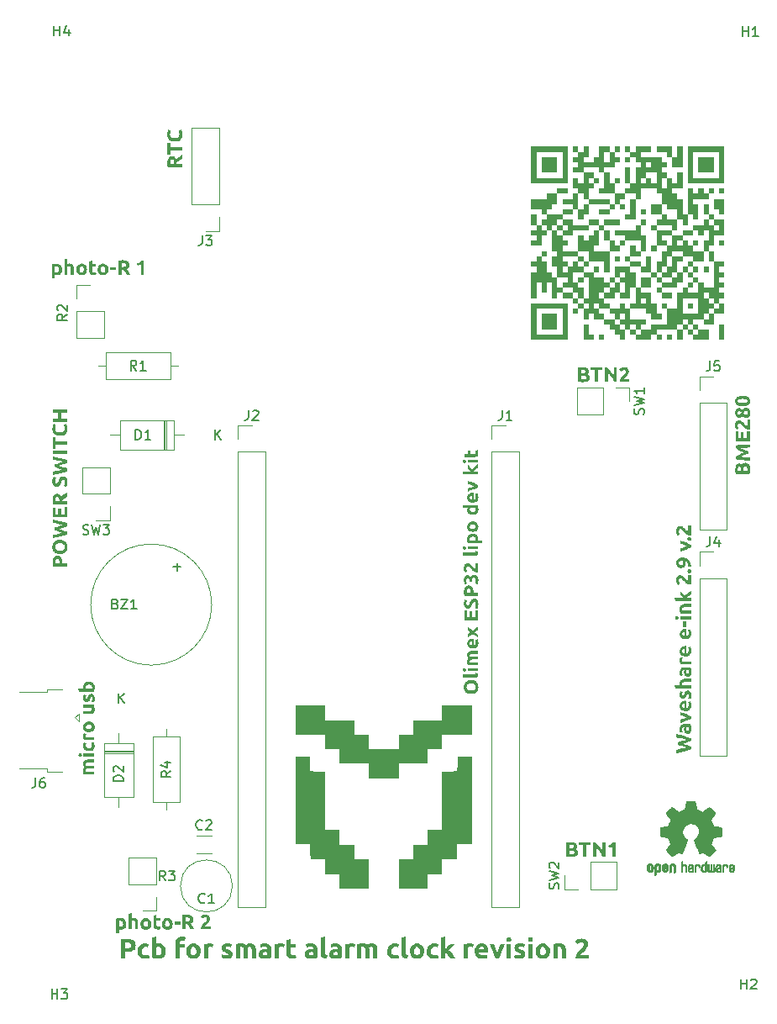
<source format=gbr>
%TF.GenerationSoftware,KiCad,Pcbnew,9.0.1*%
%TF.CreationDate,2025-07-05T17:29:08+03:00*%
%TF.ProjectId,Main,4d61696e-2e6b-4696-9361-645f70636258,rev?*%
%TF.SameCoordinates,Original*%
%TF.FileFunction,Legend,Top*%
%TF.FilePolarity,Positive*%
%FSLAX46Y46*%
G04 Gerber Fmt 4.6, Leading zero omitted, Abs format (unit mm)*
G04 Created by KiCad (PCBNEW 9.0.1) date 2025-07-05 17:29:08*
%MOMM*%
%LPD*%
G01*
G04 APERTURE LIST*
%ADD10C,0.300000*%
%ADD11C,0.250000*%
%ADD12C,0.400000*%
%ADD13C,0.150000*%
%ADD14C,0.120000*%
%ADD15C,0.000000*%
%ADD16C,0.010000*%
G04 APERTURE END LIST*
D10*
G36*
X59976069Y-100096663D02*
G01*
X59874163Y-100102175D01*
X59805333Y-100116135D01*
X59760830Y-100135498D01*
X59726563Y-100166290D01*
X59705267Y-100209251D01*
X59697449Y-100268671D01*
X59700655Y-100329579D01*
X59707982Y-100390396D01*
X60565000Y-100390396D01*
X60565000Y-100703087D01*
X59496681Y-100703087D01*
X59474608Y-100609756D01*
X59453633Y-100496366D01*
X59438979Y-100373634D01*
X59433667Y-100249803D01*
X59442111Y-100136423D01*
X59464166Y-100055722D01*
X59498533Y-99985926D01*
X59536523Y-99932898D01*
X59493957Y-99861704D01*
X59460961Y-99778659D01*
X59440112Y-99692740D01*
X59433667Y-99618191D01*
X59438297Y-99530327D01*
X59451036Y-99458807D01*
X59470486Y-99400937D01*
X59515556Y-99323785D01*
X59574625Y-99265566D01*
X59647023Y-99223568D01*
X59734360Y-99196323D01*
X59829657Y-99182402D01*
X59940440Y-99177455D01*
X60565000Y-99177455D01*
X60565000Y-99490147D01*
X59976069Y-99490147D01*
X59874163Y-99495659D01*
X59805333Y-99509619D01*
X59760830Y-99528982D01*
X59726568Y-99559777D01*
X59705270Y-99602764D01*
X59697449Y-99662247D01*
X59710088Y-99732588D01*
X59724821Y-99775156D01*
X59741504Y-99807052D01*
X59843903Y-99788184D01*
X59959033Y-99783971D01*
X60565000Y-99783971D01*
X60565000Y-100096663D01*
X59976069Y-100096663D01*
G37*
G36*
X60565000Y-98580556D02*
G01*
X60565000Y-98893248D01*
X59462976Y-98893248D01*
X59462976Y-98580556D01*
X60565000Y-98580556D01*
G37*
G36*
X59143506Y-98551247D02*
G01*
X59198349Y-98557828D01*
X59242659Y-98576419D01*
X59278878Y-98606843D01*
X59306297Y-98646207D01*
X59322594Y-98689489D01*
X59328154Y-98738001D01*
X59322594Y-98786513D01*
X59306297Y-98829795D01*
X59278878Y-98869159D01*
X59242659Y-98899583D01*
X59198349Y-98918174D01*
X59143506Y-98924755D01*
X59088666Y-98918172D01*
X59044389Y-98899580D01*
X59008226Y-98869159D01*
X58980753Y-98829789D01*
X58964428Y-98786507D01*
X58958859Y-98738001D01*
X58964428Y-98689495D01*
X58980753Y-98646213D01*
X59008226Y-98606843D01*
X59044389Y-98576422D01*
X59088666Y-98557830D01*
X59143506Y-98551247D01*
G37*
G36*
X60013988Y-98339030D02*
G01*
X59897171Y-98329184D01*
X59788765Y-98300196D01*
X59689251Y-98252407D01*
X59604392Y-98187997D01*
X59534419Y-98107354D01*
X59479737Y-98009577D01*
X59454650Y-97938229D01*
X59439075Y-97858911D01*
X59433667Y-97770341D01*
X59437768Y-97684242D01*
X59449420Y-97608775D01*
X59468513Y-97536386D01*
X59494483Y-97466076D01*
X59745259Y-97531106D01*
X59715950Y-97627643D01*
X59706624Y-97681852D01*
X59703311Y-97745154D01*
X59713781Y-97833453D01*
X59742636Y-97900649D01*
X59788857Y-97951875D01*
X59849255Y-97988579D01*
X59923149Y-98011729D01*
X60013988Y-98020019D01*
X60110818Y-98011935D01*
X60185686Y-97989931D01*
X60243332Y-97956088D01*
X60276639Y-97921319D01*
X60301872Y-97874689D01*
X60318505Y-97813143D01*
X60324665Y-97732606D01*
X60314223Y-97610881D01*
X60300333Y-97547680D01*
X60280609Y-97491263D01*
X60537614Y-97447117D01*
X60558208Y-97505449D01*
X60577456Y-97583587D01*
X60589912Y-97667652D01*
X60594309Y-97764022D01*
X60588856Y-97864086D01*
X60573460Y-97950200D01*
X60549246Y-98024323D01*
X60514796Y-98094124D01*
X60473951Y-98153548D01*
X60426697Y-98203750D01*
X60342768Y-98264212D01*
X60243423Y-98306516D01*
X60134737Y-98330678D01*
X60013988Y-98339030D01*
G37*
G36*
X59736925Y-96572056D02*
G01*
X59714851Y-96670699D01*
X59706284Y-96728513D01*
X59703311Y-96792424D01*
X59708531Y-96862674D01*
X59720072Y-96924590D01*
X60565000Y-96924590D01*
X60565000Y-97237281D01*
X59521411Y-97237281D01*
X59493810Y-97149305D01*
X59465815Y-97038987D01*
X59446410Y-96921006D01*
X59439528Y-96783997D01*
X59442734Y-96723181D01*
X59451069Y-96651831D01*
X59463709Y-96580482D01*
X59481477Y-96519574D01*
X59736925Y-96572056D01*
G37*
G36*
X60138134Y-95349913D02*
G01*
X60249651Y-95377983D01*
X60350694Y-95424716D01*
X60434024Y-95487068D01*
X60501626Y-95565162D01*
X60552452Y-95658160D01*
X60583489Y-95761975D01*
X60594309Y-95881642D01*
X60583540Y-95999401D01*
X60552452Y-96103018D01*
X60501631Y-96195938D01*
X60434024Y-96274018D01*
X60350767Y-96336863D01*
X60249651Y-96385301D01*
X60138042Y-96414882D01*
X60011881Y-96425143D01*
X59885918Y-96414584D01*
X59775210Y-96384202D01*
X59675183Y-96334774D01*
X59592943Y-96270904D01*
X59526108Y-96191996D01*
X59475615Y-96098804D01*
X59444368Y-95995793D01*
X59433667Y-95881642D01*
X59703311Y-95881642D01*
X59712803Y-95948732D01*
X59739953Y-96002931D01*
X59785651Y-96047422D01*
X59843464Y-96078517D01*
X59917475Y-96098733D01*
X60011881Y-96106132D01*
X60106284Y-96098778D01*
X60181085Y-96078596D01*
X60240218Y-96047422D01*
X60287206Y-96002770D01*
X60314982Y-95948566D01*
X60324665Y-95881642D01*
X60314955Y-95814707D01*
X60287165Y-95760867D01*
X60240218Y-95716870D01*
X60181160Y-95686259D01*
X60106360Y-95666407D01*
X60011881Y-95659167D01*
X59917398Y-95666452D01*
X59843387Y-95686338D01*
X59785651Y-95716870D01*
X59739994Y-95760705D01*
X59712830Y-95814538D01*
X59703311Y-95881642D01*
X59433667Y-95881642D01*
X59444416Y-95765657D01*
X59475615Y-95662373D01*
X59526166Y-95569306D01*
X59592943Y-95491281D01*
X59675146Y-95428453D01*
X59775210Y-95380089D01*
X59885870Y-95350463D01*
X60011881Y-95340156D01*
X60138134Y-95349913D01*
G37*
G36*
X60525524Y-93654330D02*
G01*
X60546642Y-93740131D01*
X60568480Y-93860044D01*
X60583351Y-93987678D01*
X60588447Y-94124376D01*
X60583750Y-94217812D01*
X60570755Y-94294975D01*
X60550803Y-94358391D01*
X60521495Y-94417773D01*
X60486303Y-94466665D01*
X60445198Y-94506402D01*
X60371692Y-94552541D01*
X60283082Y-94583980D01*
X60186225Y-94601064D01*
X60075903Y-94607061D01*
X59462976Y-94607061D01*
X59462976Y-94294369D01*
X60039542Y-94294369D01*
X60140567Y-94288815D01*
X60210677Y-94274578D01*
X60257620Y-94254527D01*
X60293327Y-94222343D01*
X60316102Y-94174643D01*
X60324665Y-94105508D01*
X60321550Y-94034250D01*
X60314223Y-93967022D01*
X59462976Y-93967022D01*
X59462976Y-93654330D01*
X60525524Y-93654330D01*
G37*
G36*
X60342250Y-93042868D02*
G01*
X60337154Y-92963265D01*
X60325489Y-92921144D01*
X60301771Y-92894870D01*
X60260459Y-92885423D01*
X60226661Y-92895847D01*
X60194330Y-92931585D01*
X60166729Y-92984381D01*
X60130583Y-93072178D01*
X60074438Y-93205443D01*
X60041741Y-93261603D01*
X60004279Y-93307292D01*
X59959582Y-93344356D01*
X59906551Y-93372322D01*
X59846317Y-93389232D01*
X59769897Y-93395403D01*
X59694483Y-93387826D01*
X59629710Y-93366094D01*
X59573373Y-93330549D01*
X59524067Y-93279998D01*
X59486384Y-93220636D01*
X59458178Y-93149595D01*
X59440123Y-93064647D01*
X59433667Y-92963093D01*
X59438207Y-92863636D01*
X59451527Y-92770019D01*
X59471278Y-92682696D01*
X59490270Y-92623107D01*
X59733994Y-92677695D01*
X59700471Y-92796305D01*
X59689601Y-92862377D01*
X59685725Y-92940012D01*
X59692875Y-93014040D01*
X59710255Y-93056861D01*
X59734660Y-93079387D01*
X59767516Y-93086924D01*
X59801130Y-93080604D01*
X59829432Y-93055416D01*
X59858191Y-93004034D01*
X59891256Y-92921144D01*
X59928854Y-92823252D01*
X59962605Y-92751151D01*
X60001113Y-92689240D01*
X60041099Y-92645180D01*
X60087131Y-92611943D01*
X60137361Y-92590592D01*
X60192577Y-92579021D01*
X60260001Y-92574838D01*
X60340058Y-92583068D01*
X60406644Y-92606388D01*
X60462605Y-92644162D01*
X60509678Y-92697662D01*
X60544317Y-92759918D01*
X60570811Y-92836556D01*
X60588064Y-92930434D01*
X60594309Y-93044883D01*
X60587368Y-93185541D01*
X60569121Y-93289432D01*
X60527172Y-93424712D01*
X60275114Y-93372322D01*
X60303209Y-93291516D01*
X60324481Y-93208648D01*
X60337860Y-93124725D01*
X60342250Y-93042868D01*
G37*
G36*
X60142998Y-91325077D02*
G01*
X60254139Y-91353838D01*
X60354216Y-91401858D01*
X60436864Y-91466128D01*
X60482878Y-91518156D01*
X60521685Y-91578023D01*
X60553367Y-91646654D01*
X60583620Y-91758322D01*
X60594309Y-91890012D01*
X60588996Y-92008622D01*
X60575349Y-92130255D01*
X60555474Y-92244652D01*
X60531294Y-92341189D01*
X58985786Y-92341189D01*
X58935411Y-92028497D01*
X59487797Y-92028497D01*
X59452168Y-91919412D01*
X59442778Y-91861491D01*
X59442519Y-91856398D01*
X59703311Y-91856398D01*
X59706460Y-91904337D01*
X59715950Y-91951927D01*
X59730775Y-91996335D01*
X59747366Y-92028497D01*
X60319993Y-92028497D01*
X60327412Y-91969788D01*
X60330526Y-91892118D01*
X60319962Y-91811228D01*
X60290383Y-91748330D01*
X60241866Y-91699044D01*
X60179546Y-91664215D01*
X60102596Y-91642013D01*
X60007393Y-91634015D01*
X59902231Y-91642144D01*
X59825985Y-91663616D01*
X59771738Y-91695455D01*
X59734443Y-91736854D01*
X59711520Y-91789322D01*
X59703311Y-91856398D01*
X59442519Y-91856398D01*
X59439528Y-91797688D01*
X59450205Y-91684786D01*
X59480470Y-91589959D01*
X59530241Y-91506827D01*
X59597065Y-91438834D01*
X59678786Y-91386048D01*
X59778690Y-91346510D01*
X59888279Y-91323207D01*
X60014812Y-91315003D01*
X60142998Y-91325077D01*
G37*
G36*
X119393674Y-97436302D02*
G01*
X119588305Y-97380706D01*
X119812428Y-97315676D01*
X120043879Y-97245426D01*
X120258476Y-97176092D01*
X120025652Y-97120496D01*
X119765625Y-97066915D01*
X119498179Y-97017639D01*
X119241266Y-96972485D01*
X119241266Y-96632590D01*
X119606991Y-96711131D01*
X119981780Y-96801576D01*
X120351894Y-96902125D01*
X120695000Y-97008205D01*
X120695000Y-97308258D01*
X120271024Y-97451048D01*
X119825983Y-97587427D01*
X120271024Y-97721700D01*
X120490166Y-97791126D01*
X120695000Y-97862292D01*
X120695000Y-98162436D01*
X120351897Y-98268537D01*
X119981780Y-98369157D01*
X119606993Y-98459532D01*
X119241266Y-98538051D01*
X119241266Y-98183410D01*
X119498179Y-98137248D01*
X119765625Y-98084767D01*
X120025652Y-98029171D01*
X120258476Y-97971468D01*
X120039665Y-97898012D01*
X119808215Y-97828770D01*
X119585191Y-97766854D01*
X119393674Y-97715380D01*
X119393674Y-97436302D01*
G37*
G36*
X120698480Y-95811202D02*
G01*
X120713004Y-95937040D01*
X120718447Y-96100812D01*
X120713504Y-96205117D01*
X120699579Y-96294894D01*
X120674066Y-96377424D01*
X120637663Y-96445012D01*
X120588133Y-96500551D01*
X120525373Y-96541549D01*
X120451186Y-96566100D01*
X120355380Y-96575071D01*
X120263928Y-96564816D01*
X120191707Y-96536236D01*
X120131283Y-96490746D01*
X120084728Y-96432372D01*
X120050752Y-96363695D01*
X120027026Y-96283445D01*
X120013685Y-96198407D01*
X120009166Y-96109147D01*
X120012004Y-96050437D01*
X120220191Y-96050437D01*
X120225412Y-96133327D01*
X120233235Y-96170554D01*
X120245379Y-96201563D01*
X120262859Y-96227980D01*
X120285221Y-96247725D01*
X120312597Y-96260051D01*
X120348144Y-96264486D01*
X120394277Y-96258360D01*
X120426972Y-96241788D01*
X120449810Y-96215210D01*
X120470246Y-96160335D01*
X120478112Y-96079838D01*
X120476005Y-95991728D01*
X120469777Y-95924500D01*
X120232739Y-95924500D01*
X120224405Y-95981195D01*
X120220191Y-96050437D01*
X120012004Y-96050437D01*
X120014386Y-96001161D01*
X120028033Y-95924500D01*
X119998541Y-95924500D01*
X119947162Y-95930222D01*
X119905012Y-95946413D01*
X119870039Y-95972768D01*
X119845199Y-96008417D01*
X119828179Y-96062120D01*
X119821587Y-96140655D01*
X119833128Y-96298100D01*
X119847589Y-96372763D01*
X119865642Y-96432372D01*
X119616057Y-96472214D01*
X119598288Y-96404071D01*
X119581527Y-96314861D01*
X119568887Y-96213103D01*
X119563667Y-96105026D01*
X119572266Y-95972682D01*
X119595082Y-95874125D01*
X119634387Y-95789245D01*
X119685208Y-95726205D01*
X119749558Y-95679089D01*
X119827724Y-95647528D01*
X119914280Y-95630464D01*
X120014203Y-95624447D01*
X120663859Y-95624447D01*
X120698480Y-95811202D01*
G37*
G36*
X120695000Y-95068764D02*
G01*
X120475556Y-95173064D01*
X120204804Y-95285927D01*
X119916910Y-95391356D01*
X119592976Y-95494754D01*
X119592976Y-95163195D01*
X119770021Y-95113919D01*
X119962729Y-95055117D01*
X120152322Y-94994209D01*
X120319842Y-94934400D01*
X120152322Y-94875690D01*
X119962729Y-94813775D01*
X119770021Y-94755065D01*
X119592976Y-94705697D01*
X119592976Y-94382564D01*
X119916910Y-94485963D01*
X120204804Y-94591392D01*
X120475556Y-94704254D01*
X120695000Y-94808554D01*
X120695000Y-95068764D01*
G37*
G36*
X120191615Y-93261215D02*
G01*
X120249501Y-93265428D01*
X120249501Y-93974709D01*
X120308229Y-93959937D01*
X120357497Y-93930334D01*
X120399252Y-93884492D01*
X120428731Y-93828654D01*
X120447753Y-93758490D01*
X120454665Y-93670443D01*
X120450708Y-93585025D01*
X120438911Y-93501550D01*
X120420331Y-93422830D01*
X120400076Y-93366178D01*
X120655066Y-93324229D01*
X120680253Y-93391366D01*
X120702235Y-93484788D01*
X120717989Y-93594972D01*
X120724309Y-93712484D01*
X120719025Y-93811089D01*
X120704035Y-93896883D01*
X120680345Y-93971595D01*
X120646599Y-94042249D01*
X120606448Y-94102753D01*
X120559903Y-94154228D01*
X120476869Y-94216843D01*
X120378644Y-94261206D01*
X120271011Y-94286966D01*
X120152322Y-94295827D01*
X120055332Y-94290443D01*
X119970358Y-94275111D01*
X119895776Y-94250765D01*
X119793396Y-94197536D01*
X119712411Y-94132154D01*
X119647896Y-94053081D01*
X119601402Y-93963260D01*
X119573057Y-93866197D01*
X119563667Y-93766980D01*
X119564024Y-93762767D01*
X119821587Y-93762767D01*
X119826290Y-93812889D01*
X119839356Y-93853076D01*
X119860229Y-93887968D01*
X119886434Y-93915999D01*
X119917753Y-93938086D01*
X119954303Y-93954742D01*
X120032613Y-93974709D01*
X120032613Y-93561359D01*
X119955310Y-93575006D01*
X119919621Y-93589787D01*
X119888449Y-93610726D01*
X119862093Y-93637656D01*
X119840455Y-93671543D01*
X119826646Y-93711092D01*
X119821587Y-93762767D01*
X119564024Y-93762767D01*
X119573477Y-93651077D01*
X119601318Y-93552526D01*
X119645973Y-93468135D01*
X119707831Y-93395579D01*
X119783206Y-93338876D01*
X119876300Y-93296389D01*
X119990884Y-93269000D01*
X120131714Y-93259108D01*
X120191615Y-93261215D01*
G37*
G36*
X120472250Y-92701410D02*
G01*
X120467154Y-92621807D01*
X120455489Y-92579685D01*
X120431771Y-92553411D01*
X120390459Y-92543965D01*
X120356661Y-92554388D01*
X120324330Y-92590127D01*
X120296729Y-92642923D01*
X120260583Y-92730719D01*
X120204438Y-92863984D01*
X120171741Y-92920144D01*
X120134279Y-92965833D01*
X120089582Y-93002898D01*
X120036551Y-93030863D01*
X119976317Y-93047774D01*
X119899897Y-93053944D01*
X119824483Y-93046368D01*
X119759710Y-93024636D01*
X119703373Y-92989090D01*
X119654067Y-92938539D01*
X119616384Y-92879177D01*
X119588178Y-92808137D01*
X119570123Y-92723188D01*
X119563667Y-92621634D01*
X119568207Y-92522177D01*
X119581527Y-92428560D01*
X119601278Y-92341237D01*
X119620270Y-92281648D01*
X119863994Y-92336236D01*
X119830471Y-92454847D01*
X119819601Y-92520918D01*
X119815725Y-92598553D01*
X119822875Y-92672581D01*
X119840255Y-92715403D01*
X119864660Y-92737928D01*
X119897516Y-92745465D01*
X119931130Y-92739146D01*
X119959432Y-92713958D01*
X119988191Y-92662575D01*
X120021256Y-92579685D01*
X120058854Y-92481794D01*
X120092605Y-92409692D01*
X120131113Y-92347781D01*
X120171099Y-92303722D01*
X120217131Y-92270484D01*
X120267361Y-92249133D01*
X120322577Y-92237562D01*
X120390001Y-92233380D01*
X120470058Y-92241609D01*
X120536644Y-92264930D01*
X120592605Y-92302704D01*
X120639678Y-92356203D01*
X120674317Y-92418459D01*
X120700811Y-92495098D01*
X120718064Y-92588975D01*
X120724309Y-92703425D01*
X120717368Y-92844082D01*
X120699121Y-92947973D01*
X120657172Y-93083253D01*
X120405114Y-93030863D01*
X120433209Y-92950057D01*
X120454481Y-92867190D01*
X120467860Y-92783266D01*
X120472250Y-92701410D01*
G37*
G36*
X120695000Y-91999731D02*
G01*
X119115786Y-91999731D01*
X119065411Y-91687039D01*
X119593067Y-91687039D01*
X119573101Y-91606256D01*
X119563667Y-91510726D01*
X119568257Y-91421537D01*
X119580962Y-91347884D01*
X119600486Y-91287336D01*
X119645679Y-91206035D01*
X119704625Y-91144637D01*
X119777184Y-91099425D01*
X119864360Y-91069074D01*
X119959785Y-91052774D01*
X120070440Y-91047001D01*
X120695000Y-91047001D01*
X120695000Y-91359692D01*
X120106069Y-91359692D01*
X120004163Y-91365204D01*
X119935333Y-91379164D01*
X119890830Y-91398527D01*
X119857127Y-91429631D01*
X119835563Y-91475642D01*
X119827449Y-91542233D01*
X119834776Y-91620910D01*
X119850530Y-91687039D01*
X120695000Y-91687039D01*
X120695000Y-91999731D01*
G37*
G36*
X120698480Y-90072472D02*
G01*
X120713004Y-90198310D01*
X120718447Y-90362083D01*
X120713504Y-90466387D01*
X120699579Y-90556164D01*
X120674066Y-90638694D01*
X120637663Y-90706282D01*
X120588133Y-90761821D01*
X120525373Y-90802819D01*
X120451186Y-90827370D01*
X120355380Y-90836341D01*
X120263928Y-90826086D01*
X120191707Y-90797506D01*
X120131283Y-90752016D01*
X120084728Y-90693642D01*
X120050752Y-90624965D01*
X120027026Y-90544715D01*
X120013685Y-90459677D01*
X120009166Y-90370417D01*
X120012004Y-90311707D01*
X120220191Y-90311707D01*
X120225412Y-90394597D01*
X120233235Y-90431825D01*
X120245379Y-90462833D01*
X120262859Y-90489250D01*
X120285221Y-90508995D01*
X120312597Y-90521321D01*
X120348144Y-90525756D01*
X120394277Y-90519630D01*
X120426972Y-90503058D01*
X120449810Y-90476480D01*
X120470246Y-90421605D01*
X120478112Y-90341108D01*
X120476005Y-90252998D01*
X120469777Y-90185770D01*
X120232739Y-90185770D01*
X120224405Y-90242465D01*
X120220191Y-90311707D01*
X120012004Y-90311707D01*
X120014386Y-90262431D01*
X120028033Y-90185770D01*
X119998541Y-90185770D01*
X119947162Y-90191492D01*
X119905012Y-90207684D01*
X119870039Y-90234038D01*
X119845199Y-90269687D01*
X119828179Y-90323390D01*
X119821587Y-90401925D01*
X119833128Y-90559370D01*
X119847589Y-90634033D01*
X119865642Y-90693642D01*
X119616057Y-90733484D01*
X119598288Y-90665341D01*
X119581527Y-90576131D01*
X119568887Y-90474373D01*
X119563667Y-90366296D01*
X119572266Y-90233952D01*
X119595082Y-90135395D01*
X119634387Y-90050516D01*
X119685208Y-89987475D01*
X119749558Y-89940359D01*
X119827724Y-89908798D01*
X119914280Y-89891734D01*
X120014203Y-89885717D01*
X120663859Y-89885717D01*
X120698480Y-90072472D01*
G37*
G36*
X119866925Y-88937017D02*
G01*
X119844851Y-89035661D01*
X119836284Y-89093475D01*
X119833311Y-89157385D01*
X119838531Y-89227636D01*
X119850072Y-89289551D01*
X120695000Y-89289551D01*
X120695000Y-89602243D01*
X119651411Y-89602243D01*
X119623810Y-89514267D01*
X119595815Y-89403948D01*
X119576410Y-89285968D01*
X119569528Y-89148959D01*
X119572734Y-89088142D01*
X119581069Y-89016793D01*
X119593709Y-88945443D01*
X119611477Y-88884535D01*
X119866925Y-88937017D01*
G37*
G36*
X120191615Y-87755492D02*
G01*
X120249501Y-87759706D01*
X120249501Y-88468987D01*
X120308229Y-88454215D01*
X120357497Y-88424612D01*
X120399252Y-88378770D01*
X120428731Y-88322932D01*
X120447753Y-88252768D01*
X120454665Y-88164721D01*
X120450708Y-88079303D01*
X120438911Y-87995827D01*
X120420331Y-87917108D01*
X120400076Y-87860456D01*
X120655066Y-87818507D01*
X120680253Y-87885643D01*
X120702235Y-87979066D01*
X120717989Y-88089250D01*
X120724309Y-88206762D01*
X120719025Y-88305367D01*
X120704035Y-88391161D01*
X120680345Y-88465873D01*
X120646599Y-88536526D01*
X120606448Y-88597031D01*
X120559903Y-88648505D01*
X120476869Y-88711121D01*
X120378644Y-88755484D01*
X120271011Y-88781244D01*
X120152322Y-88790105D01*
X120055332Y-88784720D01*
X119970358Y-88769388D01*
X119895776Y-88745042D01*
X119793396Y-88691814D01*
X119712411Y-88626432D01*
X119647896Y-88547359D01*
X119601402Y-88457538D01*
X119573057Y-88360474D01*
X119563667Y-88261258D01*
X119564024Y-88257045D01*
X119821587Y-88257045D01*
X119826290Y-88307166D01*
X119839356Y-88347354D01*
X119860229Y-88382246D01*
X119886434Y-88410277D01*
X119917753Y-88432364D01*
X119954303Y-88449020D01*
X120032613Y-88468987D01*
X120032613Y-88055636D01*
X119955310Y-88069283D01*
X119919621Y-88084065D01*
X119888449Y-88105004D01*
X119862093Y-88131934D01*
X119840455Y-88165820D01*
X119826646Y-88205370D01*
X119821587Y-88257045D01*
X119564024Y-88257045D01*
X119573477Y-88145355D01*
X119601318Y-88046804D01*
X119645973Y-87962413D01*
X119707831Y-87889856D01*
X119783206Y-87833154D01*
X119876300Y-87790667D01*
X119990884Y-87763278D01*
X120131714Y-87753386D01*
X120191615Y-87755492D01*
G37*
G36*
X120191615Y-86027718D02*
G01*
X120249501Y-86031932D01*
X120249501Y-86741213D01*
X120308229Y-86726441D01*
X120357497Y-86696838D01*
X120399252Y-86650996D01*
X120428731Y-86595158D01*
X120447753Y-86524994D01*
X120454665Y-86436947D01*
X120450708Y-86351529D01*
X120438911Y-86268053D01*
X120420331Y-86189334D01*
X120400076Y-86132682D01*
X120655066Y-86090733D01*
X120680253Y-86157869D01*
X120702235Y-86251292D01*
X120717989Y-86361476D01*
X120724309Y-86478988D01*
X120719025Y-86577593D01*
X120704035Y-86663387D01*
X120680345Y-86738099D01*
X120646599Y-86808752D01*
X120606448Y-86869257D01*
X120559903Y-86920731D01*
X120476869Y-86983347D01*
X120378644Y-87027710D01*
X120271011Y-87053470D01*
X120152322Y-87062331D01*
X120055332Y-87056946D01*
X119970358Y-87041615D01*
X119895776Y-87017268D01*
X119793396Y-86964040D01*
X119712411Y-86898658D01*
X119647896Y-86819585D01*
X119601402Y-86729764D01*
X119573057Y-86632700D01*
X119563667Y-86533484D01*
X119564024Y-86529271D01*
X119821587Y-86529271D01*
X119826290Y-86579392D01*
X119839356Y-86619580D01*
X119860229Y-86654472D01*
X119886434Y-86682503D01*
X119917753Y-86704590D01*
X119954303Y-86721246D01*
X120032613Y-86741213D01*
X120032613Y-86327862D01*
X119955310Y-86341509D01*
X119919621Y-86356291D01*
X119888449Y-86377230D01*
X119862093Y-86404160D01*
X119840455Y-86438046D01*
X119826646Y-86477596D01*
X119821587Y-86529271D01*
X119564024Y-86529271D01*
X119573477Y-86417581D01*
X119601318Y-86319030D01*
X119645973Y-86234639D01*
X119707831Y-86162083D01*
X119783206Y-86105380D01*
X119876300Y-86062893D01*
X119990884Y-86035504D01*
X120131714Y-86025612D01*
X120191615Y-86027718D01*
G37*
G36*
X119927100Y-85879158D02*
G01*
X119927100Y-85270627D01*
X120208468Y-85270627D01*
X120208468Y-85879158D01*
X119927100Y-85879158D01*
G37*
G36*
X120695000Y-84758358D02*
G01*
X120695000Y-85071050D01*
X119592976Y-85071050D01*
X119592976Y-84758358D01*
X120695000Y-84758358D01*
G37*
G36*
X119273506Y-84729049D02*
G01*
X119328349Y-84735630D01*
X119372659Y-84754221D01*
X119408878Y-84784644D01*
X119436297Y-84824009D01*
X119452594Y-84867291D01*
X119458154Y-84915803D01*
X119452594Y-84964315D01*
X119436297Y-85007597D01*
X119408878Y-85046961D01*
X119372659Y-85077385D01*
X119328349Y-85095976D01*
X119273506Y-85102557D01*
X119218666Y-85095974D01*
X119174389Y-85077382D01*
X119138226Y-85046961D01*
X119110753Y-85007591D01*
X119094428Y-84964309D01*
X119088859Y-84915803D01*
X119094428Y-84867297D01*
X119110753Y-84824015D01*
X119138226Y-84784644D01*
X119174389Y-84754224D01*
X119218666Y-84735632D01*
X119273506Y-84729049D01*
G37*
G36*
X119626681Y-84464351D02*
G01*
X119605540Y-84378560D01*
X119583633Y-84258729D01*
X119568762Y-84131014D01*
X119563667Y-83994305D01*
X119568265Y-83900824D01*
X119580983Y-83823658D01*
X119600486Y-83760290D01*
X119629271Y-83700886D01*
X119663979Y-83652033D01*
X119704625Y-83612370D01*
X119777230Y-83566119D01*
X119864360Y-83534701D01*
X119959828Y-83517652D01*
X120070440Y-83511620D01*
X120695000Y-83511620D01*
X120695000Y-83824312D01*
X120106069Y-83824312D01*
X120004251Y-83829969D01*
X119935416Y-83844309D01*
X119890830Y-83864246D01*
X119857303Y-83896055D01*
X119835648Y-83943660D01*
X119827449Y-84013173D01*
X119830655Y-84084522D01*
X119837982Y-84151659D01*
X120695000Y-84151659D01*
X120695000Y-84464351D01*
X119626681Y-84464351D01*
G37*
G36*
X119985169Y-82914813D02*
G01*
X119881946Y-82819375D01*
X119775700Y-82723845D01*
X119675591Y-82636834D01*
X119592976Y-82566492D01*
X119592976Y-82194999D01*
X119836883Y-82412253D01*
X120076577Y-82644161D01*
X120136907Y-82581910D01*
X120211857Y-82514102D01*
X120374339Y-82383951D01*
X120542042Y-82268546D01*
X120695000Y-82180344D01*
X120695000Y-82539198D01*
X120574557Y-82615860D01*
X120442575Y-82707084D01*
X120315812Y-82808842D01*
X120258473Y-82863386D01*
X120213139Y-82914813D01*
X120695000Y-82914813D01*
X120695000Y-83227505D01*
X119115786Y-83227505D01*
X119065411Y-82914813D01*
X119985169Y-82914813D01*
G37*
G36*
X119621461Y-80616060D02*
G01*
X119699559Y-80623931D01*
X119774601Y-80647568D01*
X119846224Y-80683432D01*
X119916201Y-80729358D01*
X119982661Y-80782546D01*
X120047359Y-80842748D01*
X120166885Y-80966488D01*
X120233014Y-81034723D01*
X120307478Y-81104973D01*
X120377728Y-81164782D01*
X120409614Y-81187357D01*
X120431217Y-81197297D01*
X120431217Y-80571913D01*
X120695000Y-80571913D01*
X120695000Y-81541496D01*
X120636290Y-81545710D01*
X120585915Y-81545710D01*
X120488094Y-81537353D01*
X120401267Y-81513195D01*
X120320112Y-81475579D01*
X120244921Y-81428107D01*
X120175011Y-81372374D01*
X120109549Y-81309588D01*
X119983612Y-81178429D01*
X119892295Y-81083999D01*
X119808398Y-81006330D01*
X119766619Y-80975867D01*
X119726516Y-80953848D01*
X119684957Y-80939615D01*
X119643626Y-80934980D01*
X119584556Y-80941697D01*
X119542732Y-80959622D01*
X119513566Y-80987462D01*
X119485640Y-81044733D01*
X119475739Y-81117613D01*
X119480286Y-81172893D01*
X119493599Y-81223584D01*
X119535640Y-81313801D01*
X119583908Y-81384143D01*
X119622651Y-81428198D01*
X119403382Y-81583445D01*
X119325472Y-81484369D01*
X119261691Y-81368389D01*
X119230933Y-81284977D01*
X119212377Y-81197483D01*
X119206095Y-81104973D01*
X119213989Y-80981938D01*
X119235496Y-80884697D01*
X119271833Y-80798706D01*
X119318294Y-80732564D01*
X119377416Y-80680725D01*
X119448353Y-80644453D01*
X119528103Y-80623459D01*
X119621461Y-80616060D01*
G37*
G36*
X120530868Y-80012200D02*
G01*
X120591163Y-80019420D01*
X120638131Y-80039519D01*
X120674941Y-80072009D01*
X120702559Y-80114012D01*
X120718823Y-80158756D01*
X120724309Y-80207381D01*
X120718823Y-80256006D01*
X120702559Y-80300750D01*
X120674941Y-80342752D01*
X120638131Y-80375243D01*
X120591163Y-80395341D01*
X120530868Y-80402561D01*
X120470576Y-80395339D01*
X120423642Y-80375240D01*
X120386887Y-80342752D01*
X120359215Y-80300744D01*
X120342922Y-80256000D01*
X120337428Y-80207381D01*
X120342922Y-80158762D01*
X120359215Y-80114018D01*
X120386887Y-80072009D01*
X120423642Y-80039522D01*
X120470576Y-80019422D01*
X120530868Y-80012200D01*
G37*
G36*
X119989210Y-78854300D02*
G01*
X120109617Y-78872552D01*
X120215887Y-78901475D01*
X120316512Y-78944324D01*
X120404187Y-78999500D01*
X120480402Y-79067255D01*
X120544539Y-79146689D01*
X120598895Y-79241414D01*
X120643159Y-79353661D01*
X120673113Y-79471054D01*
X120692866Y-79607938D01*
X120700861Y-79767103D01*
X120571901Y-79773422D01*
X120442941Y-79781757D01*
X120437182Y-79665033D01*
X120425081Y-79565602D01*
X120403497Y-79472972D01*
X120372599Y-79395701D01*
X120329647Y-79327535D01*
X120274963Y-79270862D01*
X120208065Y-79225908D01*
X120121639Y-79189987D01*
X120139546Y-79235767D01*
X120152139Y-79287623D01*
X120161573Y-79378848D01*
X120152788Y-79509690D01*
X120128967Y-79611764D01*
X120088544Y-79701297D01*
X120036368Y-79770217D01*
X119970627Y-79823816D01*
X119892204Y-79861533D01*
X119805251Y-79883286D01*
X119707007Y-79890842D01*
X119622813Y-79883935D01*
X119534449Y-79862540D01*
X119450137Y-79826142D01*
X119373432Y-79773331D01*
X119307861Y-79705312D01*
X119253448Y-79619091D01*
X119227932Y-79555139D01*
X119211802Y-79480599D01*
X119206095Y-79393503D01*
X119206678Y-79385076D01*
X119464016Y-79385076D01*
X119469505Y-79433141D01*
X119485173Y-79473278D01*
X119509588Y-79507560D01*
X119539945Y-79534095D01*
X119575157Y-79554246D01*
X119613767Y-79568716D01*
X119691803Y-79580257D01*
X119765741Y-79573147D01*
X119820455Y-79554027D01*
X119860605Y-79524661D01*
X119889064Y-79483914D01*
X119908129Y-79425443D01*
X119915376Y-79343128D01*
X119905942Y-79242469D01*
X119893584Y-79193932D01*
X119879564Y-79164800D01*
X119860513Y-79164800D01*
X119843661Y-79163792D01*
X119828914Y-79162693D01*
X119686582Y-79175333D01*
X119622915Y-79189896D01*
X119570536Y-79210962D01*
X119525895Y-79240926D01*
X119492500Y-79279197D01*
X119471502Y-79325809D01*
X119464016Y-79385076D01*
X119206678Y-79385076D01*
X119213643Y-79284373D01*
X119234971Y-79191332D01*
X119268752Y-79111778D01*
X119314574Y-79043614D01*
X119372974Y-78985373D01*
X119459007Y-78928593D01*
X119564787Y-78885684D01*
X119694382Y-78857922D01*
X119852728Y-78847895D01*
X119989210Y-78854300D01*
G37*
G36*
X120695000Y-77808611D02*
G01*
X120475556Y-77912910D01*
X120204804Y-78025773D01*
X119916910Y-78131202D01*
X119592976Y-78234601D01*
X119592976Y-77903041D01*
X119770021Y-77853765D01*
X119962729Y-77794964D01*
X120152322Y-77734056D01*
X120319842Y-77674247D01*
X120152322Y-77615537D01*
X119962729Y-77553621D01*
X119770021Y-77494911D01*
X119592976Y-77445544D01*
X119592976Y-77122411D01*
X119916910Y-77225809D01*
X120204804Y-77331238D01*
X120475556Y-77444101D01*
X120695000Y-77548401D01*
X120695000Y-77808611D01*
G37*
G36*
X120530868Y-76766213D02*
G01*
X120591163Y-76773433D01*
X120638131Y-76793531D01*
X120674941Y-76826022D01*
X120702559Y-76868025D01*
X120718823Y-76912769D01*
X120724309Y-76961393D01*
X120718823Y-77010018D01*
X120702559Y-77054762D01*
X120674941Y-77096765D01*
X120638131Y-77129256D01*
X120591163Y-77149354D01*
X120530868Y-77156574D01*
X120470576Y-77149352D01*
X120423642Y-77129252D01*
X120386887Y-77096765D01*
X120359215Y-77054756D01*
X120342922Y-77010013D01*
X120337428Y-76961393D01*
X120342922Y-76912774D01*
X120359215Y-76868031D01*
X120386887Y-76826022D01*
X120423642Y-76793535D01*
X120470576Y-76773435D01*
X120530868Y-76766213D01*
G37*
G36*
X119621461Y-75662815D02*
G01*
X119699559Y-75670686D01*
X119774601Y-75694323D01*
X119846224Y-75730187D01*
X119916201Y-75776113D01*
X119982661Y-75829301D01*
X120047359Y-75889503D01*
X120166885Y-76013243D01*
X120233014Y-76081478D01*
X120307478Y-76151728D01*
X120377728Y-76211537D01*
X120409614Y-76234112D01*
X120431217Y-76244052D01*
X120431217Y-75618668D01*
X120695000Y-75618668D01*
X120695000Y-76588251D01*
X120636290Y-76592465D01*
X120585915Y-76592465D01*
X120488094Y-76584108D01*
X120401267Y-76559950D01*
X120320112Y-76522334D01*
X120244921Y-76474862D01*
X120175011Y-76419129D01*
X120109549Y-76356343D01*
X119983612Y-76225184D01*
X119892295Y-76130754D01*
X119808398Y-76053085D01*
X119766619Y-76022622D01*
X119726516Y-76000603D01*
X119684957Y-75986370D01*
X119643626Y-75981735D01*
X119584556Y-75988452D01*
X119542732Y-76006377D01*
X119513566Y-76034217D01*
X119485640Y-76091488D01*
X119475739Y-76164368D01*
X119480286Y-76219648D01*
X119493599Y-76270339D01*
X119535640Y-76360556D01*
X119583908Y-76430898D01*
X119622651Y-76474953D01*
X119403382Y-76630200D01*
X119325472Y-76531124D01*
X119261691Y-76415144D01*
X119230933Y-76331732D01*
X119212377Y-76244238D01*
X119206095Y-76151728D01*
X119213989Y-76028693D01*
X119235496Y-75931452D01*
X119271833Y-75845461D01*
X119318294Y-75779319D01*
X119377416Y-75727480D01*
X119448353Y-75691209D01*
X119528103Y-75670214D01*
X119621461Y-75662815D01*
G37*
G36*
X126283890Y-69301485D02*
G01*
X126361583Y-69322204D01*
X126428691Y-69355434D01*
X126486916Y-69401325D01*
X126537272Y-69461081D01*
X126583770Y-69545385D01*
X126619920Y-69652710D01*
X126643826Y-69788078D01*
X126652585Y-69957322D01*
X126645258Y-70195550D01*
X126633152Y-70314926D01*
X126610636Y-70442113D01*
X125201416Y-70442113D01*
X125185203Y-70338941D01*
X125173114Y-70221745D01*
X125163681Y-69999362D01*
X125165693Y-69946880D01*
X125427463Y-69946880D01*
X125428562Y-70037097D01*
X125433783Y-70123101D01*
X125749863Y-70123101D01*
X125749863Y-69963641D01*
X125747377Y-69917479D01*
X126001922Y-69917479D01*
X126001922Y-70123101D01*
X126374606Y-70123101D01*
X126380926Y-70045524D01*
X126382941Y-69953108D01*
X126377646Y-69855479D01*
X126363206Y-69777599D01*
X126341359Y-69715979D01*
X126316222Y-69676652D01*
X126283328Y-69649113D01*
X126241263Y-69631949D01*
X126187211Y-69625762D01*
X126124981Y-69634786D01*
X126078806Y-69659848D01*
X126044603Y-69701325D01*
X126022489Y-69753624D01*
X126007535Y-69824065D01*
X126001922Y-69917479D01*
X125747377Y-69917479D01*
X125744409Y-69862351D01*
X125730516Y-69793045D01*
X125711120Y-69747486D01*
X125680512Y-69711720D01*
X125640089Y-69690171D01*
X125586557Y-69682457D01*
X125531956Y-69690503D01*
X125492061Y-69712757D01*
X125463092Y-69749593D01*
X125444804Y-69795951D01*
X125432233Y-69860068D01*
X125427463Y-69946880D01*
X125165693Y-69946880D01*
X125168882Y-69863673D01*
X125183647Y-69744372D01*
X125211488Y-69633489D01*
X125251791Y-69543971D01*
X125287734Y-69491534D01*
X125329880Y-69448092D01*
X125378645Y-69412813D01*
X125432943Y-69387322D01*
X125496928Y-69371250D01*
X125572635Y-69365552D01*
X125654553Y-69375908D01*
X125726096Y-69406180D01*
X125789937Y-69457406D01*
X125847316Y-69533438D01*
X125889396Y-69446029D01*
X125937001Y-69384896D01*
X125989924Y-69344577D01*
X126051739Y-69316882D01*
X126119148Y-69299999D01*
X126193347Y-69294202D01*
X126283890Y-69301485D01*
G37*
G36*
X125181266Y-68644730D02*
G01*
X125352450Y-68557718D01*
X125573001Y-68454862D01*
X125815626Y-68348891D01*
X126048817Y-68250247D01*
X125815626Y-68151604D01*
X125573001Y-68045633D01*
X125352450Y-67942776D01*
X125181266Y-67855673D01*
X125181266Y-67557727D01*
X125505407Y-67518893D01*
X125878824Y-67487477D01*
X126267903Y-67462289D01*
X126635000Y-67442322D01*
X126635000Y-67761243D01*
X126173564Y-67778095D01*
X125670179Y-67809511D01*
X125866001Y-67893500D01*
X126080690Y-67984816D01*
X126285946Y-68071828D01*
X126453283Y-68143177D01*
X126453283Y-68371972D01*
X126285946Y-68443321D01*
X126080690Y-68530424D01*
X125866001Y-68621741D01*
X125670179Y-68705638D01*
X126173564Y-68737145D01*
X126635000Y-68753907D01*
X126635000Y-69072827D01*
X126267903Y-69052860D01*
X125878824Y-69027764D01*
X125505407Y-68996256D01*
X125181266Y-68957422D01*
X125181266Y-68644730D01*
G37*
G36*
X126635000Y-67147766D02*
G01*
X125181266Y-67147766D01*
X125181266Y-66165635D01*
X125456772Y-66165635D01*
X125456772Y-66820419D01*
X125738140Y-66820419D01*
X125738140Y-66239091D01*
X126007784Y-66239091D01*
X126007784Y-66820419D01*
X126359494Y-66820419D01*
X126359494Y-66117366D01*
X126635000Y-66117366D01*
X126635000Y-67147766D01*
G37*
G36*
X125561461Y-65002794D02*
G01*
X125639559Y-65010665D01*
X125714601Y-65034302D01*
X125786224Y-65070166D01*
X125856201Y-65116092D01*
X125922661Y-65169280D01*
X125987359Y-65229482D01*
X126106885Y-65353222D01*
X126173014Y-65421457D01*
X126247478Y-65491707D01*
X126317728Y-65551516D01*
X126349614Y-65574091D01*
X126371217Y-65584031D01*
X126371217Y-64958647D01*
X126635000Y-64958647D01*
X126635000Y-65928230D01*
X126576290Y-65932444D01*
X126525915Y-65932444D01*
X126428094Y-65924087D01*
X126341267Y-65899929D01*
X126260112Y-65862313D01*
X126184921Y-65814841D01*
X126115011Y-65759108D01*
X126049549Y-65696322D01*
X125923612Y-65565163D01*
X125832295Y-65470733D01*
X125748398Y-65393064D01*
X125706619Y-65362601D01*
X125666516Y-65340582D01*
X125624957Y-65326349D01*
X125583626Y-65321714D01*
X125524556Y-65328431D01*
X125482732Y-65346356D01*
X125453566Y-65374196D01*
X125425640Y-65431468D01*
X125415739Y-65504347D01*
X125420286Y-65559627D01*
X125433599Y-65610318D01*
X125475640Y-65700535D01*
X125523908Y-65770877D01*
X125562651Y-65814932D01*
X125343382Y-65970179D01*
X125265472Y-65871103D01*
X125201691Y-65755123D01*
X125170933Y-65671711D01*
X125152377Y-65584217D01*
X125146095Y-65491707D01*
X125153989Y-65368672D01*
X125175496Y-65271431D01*
X125211833Y-65185440D01*
X125258294Y-65119298D01*
X125317416Y-65067459D01*
X125388353Y-65031188D01*
X125468103Y-65010193D01*
X125561461Y-65002794D01*
G37*
G36*
X126321954Y-63748363D02*
G01*
X126403366Y-63772543D01*
X126476727Y-63813028D01*
X126540661Y-63870179D01*
X126591909Y-63941718D01*
X126631885Y-64032753D01*
X126655740Y-64134753D01*
X126664309Y-64258342D01*
X126659220Y-64355894D01*
X126645130Y-64436493D01*
X126623459Y-64502799D01*
X126576247Y-64593056D01*
X126521885Y-64660152D01*
X126457316Y-64711872D01*
X126388803Y-64745149D01*
X126317370Y-64764410D01*
X126255721Y-64770336D01*
X126194468Y-64766005D01*
X126140408Y-64753575D01*
X126090058Y-64733500D01*
X126045061Y-64707413D01*
X125966476Y-64641284D01*
X125899432Y-64562608D01*
X125823145Y-64643925D01*
X125754260Y-64695873D01*
X125704764Y-64718882D01*
X125644522Y-64733622D01*
X125571169Y-64738920D01*
X125488697Y-64730291D01*
X125409145Y-64704299D01*
X125336312Y-64662623D01*
X125273407Y-64606755D01*
X125221949Y-64538254D01*
X125180808Y-64454622D01*
X125155058Y-64362032D01*
X125146095Y-64256236D01*
X125398154Y-64256236D01*
X125402058Y-64300421D01*
X125412900Y-64336011D01*
X125430298Y-64367125D01*
X125451918Y-64391699D01*
X125503575Y-64424214D01*
X125556331Y-64434655D01*
X125599574Y-64429374D01*
X125641399Y-64413339D01*
X125682819Y-64385379D01*
X125717266Y-64348747D01*
X125730386Y-64327585D01*
X126000182Y-64327585D01*
X126048000Y-64381807D01*
X126102672Y-64426229D01*
X126165719Y-64455751D01*
X126242807Y-64466071D01*
X126298219Y-64454530D01*
X126326935Y-64439788D01*
X126353723Y-64417802D01*
X126376219Y-64389750D01*
X126395580Y-64352773D01*
X126407785Y-64310406D01*
X126412250Y-64256236D01*
X126405490Y-64185386D01*
X126387448Y-64133836D01*
X126359952Y-64096775D01*
X126322754Y-64068236D01*
X126284081Y-64051843D01*
X126242807Y-64046400D01*
X126196816Y-64052052D01*
X126157077Y-64068474D01*
X126122111Y-64094128D01*
X126091223Y-64128283D01*
X126065067Y-64168469D01*
X126041031Y-64217401D01*
X126000182Y-64327585D01*
X125730386Y-64327585D01*
X125751136Y-64294116D01*
X125784027Y-64216393D01*
X125737533Y-64155821D01*
X125687032Y-64113537D01*
X125627587Y-64087207D01*
X125552118Y-64077816D01*
X125502568Y-64087250D01*
X125477399Y-64099585D01*
X125453017Y-64118757D01*
X125431986Y-64143211D01*
X125413999Y-64174445D01*
X125402387Y-64210275D01*
X125398154Y-64256236D01*
X125146095Y-64256236D01*
X125155936Y-64133684D01*
X125182915Y-64036967D01*
X125225848Y-63952050D01*
X125276612Y-63886940D01*
X125337482Y-63835858D01*
X125403924Y-63801944D01*
X125474796Y-63782104D01*
X125543875Y-63775657D01*
X125609671Y-63781613D01*
X125672106Y-63799346D01*
X125732186Y-63829238D01*
X125811035Y-63889953D01*
X125870031Y-63962411D01*
X125926046Y-63886068D01*
X125980086Y-63830256D01*
X126032513Y-63791411D01*
X126091000Y-63763307D01*
X126156507Y-63746024D01*
X126230533Y-63740028D01*
X126321954Y-63748363D01*
G37*
G36*
X126091678Y-62550541D02*
G01*
X126244445Y-62579075D01*
X126368257Y-62622767D01*
X126468029Y-62679770D01*
X126539600Y-62740744D01*
X126593795Y-62808562D01*
X126632409Y-62884070D01*
X126656095Y-62968796D01*
X126664309Y-63064819D01*
X126656096Y-63160841D01*
X126632412Y-63245576D01*
X126593798Y-63321104D01*
X126539602Y-63388949D01*
X126468029Y-63449959D01*
X126368263Y-63506922D01*
X126244454Y-63550586D01*
X126091684Y-63579103D01*
X125904194Y-63589453D01*
X125727176Y-63579716D01*
X125580786Y-63552725D01*
X125488934Y-63523503D01*
X125410368Y-63488027D01*
X125343474Y-63446754D01*
X125283309Y-63396703D01*
X125234650Y-63341576D01*
X125196470Y-63280974D01*
X125168783Y-63214977D01*
X125151890Y-63143308D01*
X125146095Y-63064819D01*
X125415739Y-63064819D01*
X125424895Y-63119235D01*
X125451368Y-63162363D01*
X125492580Y-63196418D01*
X125552027Y-63225378D01*
X125620389Y-63245483D01*
X125706083Y-63260000D01*
X125797559Y-63267693D01*
X125904194Y-63270441D01*
X126010883Y-63267702D01*
X126103313Y-63260000D01*
X126189908Y-63245460D01*
X126258469Y-63225378D01*
X126317837Y-63196423D01*
X126359036Y-63162363D01*
X126385509Y-63119235D01*
X126394665Y-63064819D01*
X126385542Y-63010235D01*
X126359036Y-62966267D01*
X126317696Y-62931568D01*
X126258469Y-62903252D01*
X126189963Y-62883942D01*
X126103313Y-62869730D01*
X126010882Y-62861959D01*
X125904194Y-62859197D01*
X125797560Y-62861969D01*
X125706083Y-62869730D01*
X125620333Y-62883919D01*
X125552027Y-62903252D01*
X125492721Y-62931574D01*
X125451368Y-62966267D01*
X125424862Y-63010235D01*
X125415739Y-63064819D01*
X125146095Y-63064819D01*
X125154311Y-62968801D01*
X125178006Y-62884078D01*
X125216637Y-62808569D01*
X125270857Y-62740749D01*
X125342466Y-62679770D01*
X125442220Y-62622709D01*
X125565734Y-62579021D01*
X125717838Y-62550520D01*
X125904194Y-62540185D01*
X126091678Y-62550541D01*
G37*
G36*
X69395000Y-38679534D02*
G01*
X69249553Y-38760317D01*
X69106213Y-38844306D01*
X68974413Y-38929303D01*
X68861573Y-39013200D01*
X68861573Y-39174767D01*
X69395000Y-39174767D01*
X69395000Y-39502113D01*
X67961416Y-39502113D01*
X67943690Y-39393902D01*
X67932107Y-39280737D01*
X67923681Y-39076123D01*
X67924660Y-39057255D01*
X68205048Y-39057255D01*
X68207155Y-39121277D01*
X68211368Y-39174767D01*
X68603653Y-39174767D01*
X68603653Y-39082443D01*
X68597183Y-38958518D01*
X68580713Y-38873722D01*
X68557766Y-38818019D01*
X68520957Y-38774509D01*
X68470373Y-38747909D01*
X68401236Y-38738244D01*
X68335012Y-38747896D01*
X68286042Y-38774681D01*
X68249928Y-38819027D01*
X68226869Y-38874962D01*
X68211050Y-38952358D01*
X68205048Y-39057255D01*
X67924660Y-39057255D01*
X67932377Y-38908459D01*
X67956276Y-38772320D01*
X67992702Y-38662518D01*
X68039910Y-38574570D01*
X68090754Y-38512606D01*
X68150693Y-38464798D01*
X68220929Y-38429965D01*
X68303468Y-38408099D01*
X68400962Y-38400364D01*
X68500632Y-38408939D01*
X68582117Y-38432882D01*
X68648990Y-38470706D01*
X68706373Y-38522678D01*
X68756268Y-38589369D01*
X68798650Y-38673214D01*
X68924038Y-38580890D01*
X69071591Y-38485452D01*
X69231693Y-38394136D01*
X69395000Y-38312254D01*
X69395000Y-38679534D01*
G37*
G36*
X67941266Y-37044450D02*
G01*
X68222634Y-37044450D01*
X68222634Y-37483080D01*
X69395000Y-37483080D01*
X69395000Y-37810426D01*
X68222634Y-37810426D01*
X68222634Y-38249056D01*
X67941266Y-38249056D01*
X67941266Y-37044450D01*
G37*
G36*
X69424309Y-36220222D02*
G01*
X69415272Y-36364258D01*
X69389758Y-36487411D01*
X69349503Y-36592863D01*
X69295295Y-36683264D01*
X69226930Y-36760609D01*
X69145854Y-36824509D01*
X69051523Y-36875530D01*
X68941916Y-36913574D01*
X68814477Y-36937719D01*
X68666209Y-36946264D01*
X68546891Y-36939600D01*
X68440022Y-36920432D01*
X68343992Y-36889661D01*
X68252925Y-36846395D01*
X68173516Y-36794629D01*
X68104573Y-36734323D01*
X68045001Y-36664799D01*
X67995717Y-36586777D01*
X67956470Y-36499300D01*
X67928794Y-36407092D01*
X67911874Y-36308750D01*
X67906095Y-36203369D01*
X67909674Y-36113210D01*
X67919742Y-36035483D01*
X67951250Y-35903317D01*
X67987978Y-35808886D01*
X68017378Y-35754298D01*
X68279420Y-35848729D01*
X68247121Y-35919369D01*
X68218512Y-36005075D01*
X68199950Y-36097700D01*
X68193325Y-36207582D01*
X68199643Y-36282226D01*
X68218695Y-36355594D01*
X68251499Y-36423552D01*
X68299937Y-36483638D01*
X68362407Y-36532705D01*
X68444559Y-36572848D01*
X68538676Y-36597345D01*
X68659890Y-36606370D01*
X68759197Y-36600716D01*
X68848934Y-36584388D01*
X68931543Y-36554995D01*
X68999876Y-36513039D01*
X69056029Y-36456794D01*
X69100168Y-36383895D01*
X69127242Y-36298865D01*
X69137079Y-36190821D01*
X69128744Y-36062868D01*
X69108777Y-35962118D01*
X69082491Y-35884449D01*
X69055197Y-35823541D01*
X69315132Y-35733324D01*
X69352613Y-35810661D01*
X69390695Y-35928504D01*
X69415369Y-36059833D01*
X69424309Y-36220222D01*
G37*
D11*
G36*
X98658600Y-91175246D02*
G01*
X98763898Y-91193523D01*
X98856765Y-91222580D01*
X98944770Y-91263713D01*
X99020779Y-91312741D01*
X99086079Y-91369641D01*
X99142304Y-91435428D01*
X99188583Y-91509173D01*
X99225172Y-91591783D01*
X99250854Y-91678768D01*
X99266504Y-91770827D01*
X99271832Y-91868730D01*
X99266541Y-91963855D01*
X99250928Y-92054227D01*
X99225172Y-92140542D01*
X99188711Y-92222547D01*
X99142452Y-92296658D01*
X99086079Y-92363658D01*
X99020677Y-92421866D01*
X98944658Y-92471913D01*
X98856765Y-92513818D01*
X98763848Y-92543414D01*
X98658554Y-92562015D01*
X98539002Y-92568535D01*
X98419607Y-92561784D01*
X98314381Y-92542505D01*
X98221416Y-92511782D01*
X98133433Y-92468656D01*
X98057035Y-92417610D01*
X97991040Y-92358611D01*
X97933936Y-92290921D01*
X97887381Y-92216758D01*
X97850973Y-92135407D01*
X97825095Y-92049817D01*
X97809489Y-91961139D01*
X97804225Y-91868730D01*
X98081881Y-91868730D01*
X98090589Y-91954398D01*
X98115436Y-92026948D01*
X98155525Y-92090611D01*
X98208844Y-92143641D01*
X98273637Y-92185080D01*
X98353161Y-92216685D01*
X98440105Y-92235448D01*
X98539002Y-92242007D01*
X98639652Y-92235393D01*
X98725995Y-92216685D01*
X98804606Y-92185135D01*
X98869249Y-92143641D01*
X98922355Y-92090572D01*
X98961683Y-92026948D01*
X98985731Y-91954459D01*
X98994176Y-91868730D01*
X98985804Y-91784644D01*
X98961683Y-91711575D01*
X98922281Y-91647082D01*
X98869249Y-91593908D01*
X98804597Y-91552365D01*
X98725995Y-91520864D01*
X98639648Y-91502090D01*
X98539002Y-91495454D01*
X98438314Y-91502070D01*
X98351125Y-91520864D01*
X98271610Y-91552420D01*
X98206808Y-91593908D01*
X98153776Y-91647082D01*
X98114374Y-91711575D01*
X98090253Y-91784644D01*
X98081881Y-91868730D01*
X97804225Y-91868730D01*
X97809528Y-91773550D01*
X97825172Y-91683180D01*
X97850973Y-91596919D01*
X97887471Y-91514925D01*
X97934042Y-91440787D01*
X97991040Y-91373714D01*
X98057041Y-91315474D01*
X98133430Y-91265460D01*
X98221416Y-91223642D01*
X98314280Y-91193998D01*
X98419515Y-91175367D01*
X98539002Y-91168837D01*
X98658600Y-91175246D01*
G37*
G36*
X99266165Y-90498427D02*
G01*
X99257224Y-90623815D01*
X99237745Y-90712424D01*
X99204790Y-90788006D01*
X99163550Y-90842309D01*
X99110956Y-90882190D01*
X99047653Y-90907207D01*
X98977103Y-90919872D01*
X98894128Y-90924384D01*
X97716927Y-90924384D01*
X97668231Y-90622115D01*
X98833745Y-90622115D01*
X98907055Y-90616094D01*
X98937559Y-90606967D01*
X98961949Y-90592720D01*
X98981717Y-90572383D01*
X98998515Y-90543050D01*
X99009683Y-90507494D01*
X99016842Y-90455752D01*
X99266165Y-90498427D01*
G37*
G36*
X99243500Y-89981808D02*
G01*
X99243500Y-90284077D01*
X98178210Y-90284077D01*
X98178210Y-89981808D01*
X99243500Y-89981808D01*
G37*
G36*
X97869389Y-89953476D02*
G01*
X97922404Y-89959837D01*
X97965237Y-89977809D01*
X98000248Y-90007218D01*
X98026753Y-90045270D01*
X98042507Y-90087110D01*
X98047882Y-90134005D01*
X98042507Y-90180899D01*
X98026753Y-90222739D01*
X98000248Y-90260791D01*
X97965237Y-90290201D01*
X97922404Y-90308172D01*
X97869389Y-90314534D01*
X97816377Y-90308170D01*
X97773576Y-90290198D01*
X97738619Y-90260791D01*
X97712061Y-90222733D01*
X97696280Y-90180894D01*
X97690897Y-90134005D01*
X97696280Y-90087116D01*
X97712061Y-90045277D01*
X97738619Y-90007218D01*
X97773576Y-89977812D01*
X97816377Y-89959839D01*
X97869389Y-89953476D01*
G37*
G36*
X98674200Y-89111390D02*
G01*
X98575691Y-89116718D01*
X98509155Y-89130213D01*
X98466136Y-89148931D01*
X98433011Y-89178697D01*
X98412425Y-89220225D01*
X98404867Y-89277665D01*
X98407966Y-89336543D01*
X98415049Y-89395332D01*
X99243500Y-89395332D01*
X99243500Y-89697601D01*
X98210792Y-89697601D01*
X98189454Y-89607380D01*
X98169179Y-89497770D01*
X98155013Y-89379129D01*
X98149878Y-89259426D01*
X98158041Y-89149825D01*
X98179361Y-89071814D01*
X98212582Y-89004345D01*
X98249306Y-88953084D01*
X98208158Y-88884263D01*
X98176262Y-88803986D01*
X98156109Y-88720931D01*
X98149878Y-88648868D01*
X98154354Y-88563932D01*
X98166668Y-88494797D01*
X98185470Y-88438855D01*
X98229038Y-88364275D01*
X98286138Y-88307996D01*
X98356122Y-88267399D01*
X98440548Y-88241062D01*
X98532668Y-88227605D01*
X98639759Y-88222823D01*
X99243500Y-88222823D01*
X99243500Y-88525092D01*
X98674200Y-88525092D01*
X98575691Y-88530420D01*
X98509155Y-88543914D01*
X98466136Y-88562632D01*
X98433016Y-88592400D01*
X98412428Y-88633955D01*
X98404867Y-88691454D01*
X98417086Y-88759452D01*
X98431327Y-88800601D01*
X98447454Y-88831433D01*
X98546440Y-88813194D01*
X98657732Y-88809122D01*
X99243500Y-88809122D01*
X99243500Y-89111390D01*
X98674200Y-89111390D01*
G37*
G36*
X98756894Y-86998696D02*
G01*
X98812851Y-87002769D01*
X98812851Y-87688407D01*
X98869621Y-87674128D01*
X98917247Y-87645511D01*
X98957610Y-87601197D01*
X98986106Y-87547221D01*
X99004494Y-87479396D01*
X99011176Y-87394284D01*
X99007351Y-87311713D01*
X98995947Y-87231020D01*
X98977986Y-87154924D01*
X98958407Y-87100160D01*
X99204897Y-87059610D01*
X99229245Y-87124508D01*
X99250494Y-87214817D01*
X99265723Y-87321328D01*
X99271832Y-87434923D01*
X99266724Y-87530241D01*
X99252234Y-87613175D01*
X99229333Y-87685397D01*
X99196712Y-87753695D01*
X99157899Y-87812183D01*
X99112906Y-87861942D01*
X99032640Y-87922470D01*
X98937689Y-87965354D01*
X98833644Y-87990256D01*
X98718912Y-87998821D01*
X98625155Y-87993616D01*
X98543012Y-87978795D01*
X98470917Y-87955261D01*
X98371949Y-87903806D01*
X98293663Y-87840604D01*
X98231300Y-87764167D01*
X98186355Y-87677340D01*
X98158955Y-87583512D01*
X98149878Y-87487603D01*
X98150223Y-87483530D01*
X98399201Y-87483530D01*
X98403747Y-87531981D01*
X98416377Y-87570829D01*
X98436555Y-87604557D01*
X98461886Y-87631654D01*
X98492161Y-87653005D01*
X98527492Y-87669106D01*
X98603192Y-87688407D01*
X98603192Y-87288835D01*
X98528466Y-87302027D01*
X98493967Y-87316316D01*
X98463834Y-87336557D01*
X98438356Y-87362590D01*
X98417440Y-87395346D01*
X98404091Y-87433578D01*
X98399201Y-87483530D01*
X98150223Y-87483530D01*
X98159361Y-87375563D01*
X98186275Y-87280297D01*
X98229441Y-87198719D01*
X98289237Y-87128581D01*
X98362099Y-87073769D01*
X98452090Y-87032698D01*
X98562855Y-87006222D01*
X98698991Y-86996659D01*
X98756894Y-86998696D01*
G37*
G36*
X98476760Y-86340947D02*
G01*
X98178210Y-86128898D01*
X98178210Y-85816448D01*
X98696512Y-86186625D01*
X98844910Y-86065282D01*
X98988421Y-85960499D01*
X99130124Y-85867823D01*
X99243500Y-85802281D01*
X99243500Y-86126862D01*
X99169570Y-86167412D01*
X99073595Y-86222217D01*
X99026254Y-86254094D01*
X98988953Y-86285611D01*
X98926091Y-86350509D01*
X98984349Y-86413371D01*
X99019063Y-86443658D01*
X99063590Y-86473754D01*
X99157352Y-86529533D01*
X99243500Y-86577166D01*
X99243500Y-86885544D01*
X99125832Y-86818609D01*
X98982312Y-86726353D01*
X98838172Y-86618602D01*
X98707225Y-86504654D01*
X98434882Y-86696870D01*
X98178210Y-86877399D01*
X98178210Y-86550782D01*
X98476760Y-86340947D01*
G37*
G36*
X99243500Y-85134262D02*
G01*
X97838224Y-85134262D01*
X97838224Y-84184869D01*
X98104546Y-84184869D01*
X98104546Y-84817827D01*
X98376535Y-84817827D01*
X98376535Y-84255876D01*
X98637191Y-84255876D01*
X98637191Y-84817827D01*
X98977177Y-84817827D01*
X98977177Y-84138209D01*
X99243500Y-84138209D01*
X99243500Y-85134262D01*
G37*
G36*
X98999843Y-83521276D02*
G01*
X98996777Y-83457291D01*
X98988776Y-83410781D01*
X98974962Y-83369980D01*
X98958407Y-83340747D01*
X98937016Y-83318093D01*
X98912987Y-83304269D01*
X98854286Y-83294088D01*
X98811744Y-83301061D01*
X98774248Y-83321949D01*
X98740161Y-83358986D01*
X98697500Y-83436803D01*
X98641884Y-83582102D01*
X98586105Y-83720044D01*
X98550419Y-83785793D01*
X98507040Y-83843820D01*
X98454681Y-83893225D01*
X98391498Y-83933066D01*
X98318729Y-83958351D01*
X98226109Y-83967508D01*
X98132219Y-83958111D01*
X98050627Y-83931030D01*
X97978401Y-83886888D01*
X97917820Y-83827529D01*
X97870115Y-83754925D01*
X97833620Y-83665239D01*
X97811916Y-83566287D01*
X97804225Y-83450269D01*
X97812400Y-83313484D01*
X97834682Y-83204841D01*
X97868137Y-83106597D01*
X97901617Y-83034405D01*
X98153242Y-83125688D01*
X98125112Y-83186658D01*
X98099588Y-83256547D01*
X98082514Y-83332570D01*
X98076214Y-83429905D01*
X98080585Y-83505844D01*
X98091778Y-83558302D01*
X98107557Y-83593258D01*
X98131940Y-83620687D01*
X98163176Y-83637105D01*
X98203532Y-83642927D01*
X98239673Y-83638154D01*
X98268253Y-83624689D01*
X98292641Y-83603342D01*
X98315798Y-83572982D01*
X98354224Y-83495954D01*
X98389727Y-83399536D01*
X98469854Y-83208914D01*
X98513720Y-83133045D01*
X98562111Y-83073982D01*
X98619323Y-83027111D01*
X98685798Y-82993855D01*
X98761062Y-82974579D01*
X98858093Y-82967471D01*
X98954051Y-82976717D01*
X99035086Y-83003009D01*
X99104201Y-83045551D01*
X99163373Y-83105413D01*
X99207376Y-83175965D01*
X99241305Y-83265787D01*
X99263652Y-83379185D01*
X99271832Y-83521276D01*
X99268888Y-83612334D01*
X99260676Y-83689675D01*
X99233318Y-83822482D01*
X99198788Y-83921911D01*
X99164258Y-83991856D01*
X98910596Y-83902609D01*
X98942078Y-83835416D01*
X98972485Y-83747491D01*
X98992395Y-83649666D01*
X98999843Y-83521276D01*
G37*
G36*
X98396008Y-81657870D02*
G01*
X98480909Y-81679630D01*
X98551904Y-81713962D01*
X98611308Y-81760617D01*
X98660565Y-81820549D01*
X98706387Y-81906576D01*
X98741680Y-82013465D01*
X98764790Y-82145427D01*
X98773185Y-82307331D01*
X98773185Y-82406759D01*
X99243500Y-82406759D01*
X99243500Y-82723194D01*
X97857702Y-82723194D01*
X97840655Y-82618064D01*
X97829370Y-82504151D01*
X97821225Y-82301222D01*
X97822267Y-82280947D01*
X98093213Y-82280947D01*
X98095250Y-82348944D01*
X98099234Y-82406759D01*
X98501197Y-82406759D01*
X98501197Y-82307331D01*
X98495244Y-82197632D01*
X98479623Y-82117316D01*
X98457016Y-82059867D01*
X98431103Y-82024443D01*
X98396480Y-81998904D01*
X98351229Y-81982601D01*
X98292158Y-81976642D01*
X98237151Y-81982377D01*
X98195740Y-81997979D01*
X98161453Y-82023636D01*
X98134384Y-82058805D01*
X98115265Y-82101299D01*
X98102244Y-82155223D01*
X98093213Y-82280947D01*
X97822267Y-82280947D01*
X97829497Y-82140230D01*
X97852244Y-82009272D01*
X97886933Y-81903448D01*
X97931897Y-81818513D01*
X97980263Y-81759366D01*
X98038797Y-81713286D01*
X98108958Y-81679341D01*
X98193081Y-81657800D01*
X98294195Y-81650113D01*
X98396008Y-81657870D01*
G37*
G36*
X99271832Y-81116849D02*
G01*
X99264749Y-81232479D01*
X99245713Y-81350146D01*
X99219683Y-81453559D01*
X99193564Y-81526603D01*
X98943798Y-81467814D01*
X98991520Y-81332882D01*
X99009916Y-81245493D01*
X99016842Y-81128978D01*
X99009777Y-81036728D01*
X98991229Y-80970581D01*
X98963896Y-80924101D01*
X98924717Y-80888173D01*
X98878004Y-80866695D01*
X98821350Y-80859203D01*
X98769440Y-80865371D01*
X98728739Y-80882577D01*
X98694819Y-80909981D01*
X98667648Y-80946502D01*
X98648159Y-80989722D01*
X98635066Y-81042831D01*
X98625858Y-81161472D01*
X98625858Y-81279139D01*
X98382202Y-81279139D01*
X98382202Y-81145269D01*
X98374056Y-81059033D01*
X98362944Y-81019183D01*
X98346698Y-80985016D01*
X98323907Y-80955915D01*
X98293841Y-80933309D01*
X98257447Y-80919174D01*
X98209552Y-80914008D01*
X98172807Y-80918250D01*
X98142529Y-80930299D01*
X98116446Y-80948907D01*
X98095781Y-80971823D01*
X98079931Y-80998807D01*
X98068334Y-81030613D01*
X98059215Y-81098610D01*
X98065981Y-81183552D01*
X98085599Y-81259838D01*
X98115361Y-81331296D01*
X98150497Y-81394770D01*
X97929684Y-81502255D01*
X97887274Y-81426201D01*
X97846724Y-81329871D01*
X97816355Y-81217251D01*
X97807327Y-81156348D01*
X97804225Y-81090464D01*
X97812114Y-80971392D01*
X97833708Y-80876468D01*
X97870216Y-80792412D01*
X97917111Y-80727370D01*
X97975749Y-80676033D01*
X98043189Y-80640160D01*
X98117734Y-80619014D01*
X98200787Y-80611739D01*
X98255109Y-80616797D01*
X98308732Y-80632114D01*
X98362458Y-80658399D01*
X98410757Y-80693370D01*
X98450135Y-80735071D01*
X98481364Y-80784123D01*
X98516648Y-80715351D01*
X98560687Y-80659443D01*
X98613817Y-80614750D01*
X98674936Y-80582074D01*
X98744693Y-80561928D01*
X98825069Y-80554898D01*
X98919379Y-80563214D01*
X99004004Y-80587391D01*
X99079969Y-80628715D01*
X99145488Y-80688767D01*
X99197328Y-80764884D01*
X99238453Y-80864250D01*
X99262891Y-80976232D01*
X99271832Y-81116849D01*
G37*
G36*
X98205745Y-79421523D02*
G01*
X98281241Y-79429131D01*
X98353781Y-79451980D01*
X98423016Y-79486648D01*
X98490661Y-79531044D01*
X98554905Y-79582459D01*
X98617447Y-79640654D01*
X98732989Y-79760269D01*
X98796914Y-79826230D01*
X98868895Y-79894139D01*
X98936804Y-79951954D01*
X98967627Y-79973776D01*
X98988510Y-79983385D01*
X98988510Y-79378847D01*
X99243500Y-79378847D01*
X99243500Y-80316111D01*
X99186747Y-80320184D01*
X99138051Y-80320184D01*
X99043491Y-80312106D01*
X98959558Y-80288753D01*
X98881108Y-80252391D01*
X98808424Y-80206501D01*
X98740844Y-80152625D01*
X98677564Y-80091933D01*
X98555825Y-79965146D01*
X98467552Y-79873863D01*
X98386451Y-79798783D01*
X98346065Y-79769335D01*
X98307298Y-79748051D01*
X98267126Y-79734292D01*
X98227171Y-79729812D01*
X98170070Y-79736305D01*
X98129641Y-79753632D01*
X98101447Y-79780544D01*
X98074452Y-79835907D01*
X98064881Y-79906357D01*
X98069277Y-79959794D01*
X98082146Y-80008795D01*
X98122785Y-80096005D01*
X98169445Y-80164002D01*
X98206896Y-80206589D01*
X97994936Y-80356661D01*
X97919623Y-80260887D01*
X97857968Y-80148774D01*
X97828235Y-80068142D01*
X97810298Y-79983565D01*
X97804225Y-79894139D01*
X97811856Y-79775204D01*
X97832646Y-79681205D01*
X97867772Y-79598080D01*
X97912684Y-79534143D01*
X97969836Y-79484032D01*
X98038408Y-79448969D01*
X98115500Y-79428675D01*
X98205745Y-79421523D01*
G37*
G36*
X99266165Y-78222098D02*
G01*
X99257224Y-78347486D01*
X99237745Y-78436094D01*
X99204790Y-78511677D01*
X99163550Y-78565980D01*
X99110956Y-78605861D01*
X99047653Y-78630878D01*
X98977103Y-78643543D01*
X98894128Y-78648054D01*
X97716927Y-78648054D01*
X97668231Y-78345785D01*
X98833745Y-78345785D01*
X98907055Y-78339765D01*
X98937559Y-78330638D01*
X98961949Y-78316391D01*
X98981717Y-78296053D01*
X98998515Y-78266721D01*
X99009683Y-78231164D01*
X99016842Y-78179422D01*
X99266165Y-78222098D01*
G37*
G36*
X99243500Y-77705478D02*
G01*
X99243500Y-78007747D01*
X98178210Y-78007747D01*
X98178210Y-77705478D01*
X99243500Y-77705478D01*
G37*
G36*
X97869389Y-77677146D02*
G01*
X97922404Y-77683508D01*
X97965237Y-77701479D01*
X98000248Y-77730889D01*
X98026753Y-77768941D01*
X98042507Y-77810781D01*
X98047882Y-77857675D01*
X98042507Y-77904570D01*
X98026753Y-77946409D01*
X98000248Y-77984462D01*
X97965237Y-78013871D01*
X97922404Y-78031843D01*
X97869389Y-78038204D01*
X97816377Y-78031841D01*
X97773576Y-78013868D01*
X97738619Y-77984462D01*
X97712061Y-77946403D01*
X97696280Y-77904564D01*
X97690897Y-77857675D01*
X97696280Y-77810786D01*
X97712061Y-77768947D01*
X97738619Y-77730889D01*
X97773576Y-77701482D01*
X97816377Y-77683510D01*
X97869389Y-77677146D01*
G37*
G36*
X98830902Y-76437205D02*
G01*
X98936184Y-76459748D01*
X99032209Y-76497914D01*
X99111401Y-76548995D01*
X99176392Y-76614690D01*
X99225438Y-76695082D01*
X99247595Y-76754506D01*
X99261370Y-76821040D01*
X99266165Y-76895887D01*
X99263024Y-76957563D01*
X99253947Y-77013554D01*
X99219506Y-77119002D01*
X99617484Y-77119002D01*
X99617484Y-77421271D01*
X98210792Y-77421271D01*
X98187418Y-77327952D01*
X98168205Y-77217368D01*
X98155013Y-77099790D01*
X98149969Y-76987169D01*
X98404867Y-76987169D01*
X98407966Y-77062250D01*
X98415049Y-77119002D01*
X98968589Y-77119002D01*
X98984646Y-77087915D01*
X98999046Y-77044985D01*
X99008153Y-76998984D01*
X99011176Y-76952640D01*
X99003240Y-76887800D01*
X98981081Y-76837080D01*
X98945029Y-76797062D01*
X98892591Y-76766284D01*
X98818886Y-76745528D01*
X98717229Y-76737669D01*
X98624598Y-76745429D01*
X98550141Y-76766915D01*
X98490218Y-76800531D01*
X98443532Y-76848146D01*
X98415046Y-76908945D01*
X98404867Y-76987169D01*
X98149969Y-76987169D01*
X98149878Y-76985133D01*
X98154567Y-76897929D01*
X98168040Y-76819899D01*
X98189631Y-76749887D01*
X98238079Y-76653554D01*
X98301632Y-76575379D01*
X98380936Y-76513314D01*
X98477911Y-76466831D01*
X98585709Y-76439030D01*
X98710058Y-76429291D01*
X98830902Y-76437205D01*
G37*
G36*
X98830863Y-75207248D02*
G01*
X98938663Y-75234382D01*
X99036337Y-75279557D01*
X99116890Y-75339831D01*
X99182238Y-75415322D01*
X99231370Y-75505220D01*
X99261373Y-75605575D01*
X99271832Y-75721253D01*
X99261422Y-75835087D01*
X99231370Y-75935249D01*
X99182244Y-76025072D01*
X99116890Y-76100549D01*
X99036408Y-76161299D01*
X98938663Y-76208123D01*
X98830774Y-76236718D01*
X98708818Y-76246637D01*
X98587054Y-76236430D01*
X98480036Y-76207061D01*
X98383344Y-76159280D01*
X98303845Y-76097539D01*
X98239238Y-76021261D01*
X98190428Y-75931176D01*
X98160223Y-75831599D01*
X98149878Y-75721253D01*
X98410534Y-75721253D01*
X98419709Y-75786106D01*
X98445954Y-75838499D01*
X98490129Y-75881506D01*
X98546015Y-75911565D01*
X98617559Y-75931107D01*
X98708818Y-75938259D01*
X98800075Y-75931151D01*
X98872382Y-75911642D01*
X98929544Y-75881506D01*
X98974966Y-75838343D01*
X99001816Y-75785945D01*
X99011176Y-75721253D01*
X99001790Y-75656548D01*
X98974927Y-75604503D01*
X98929544Y-75561973D01*
X98872455Y-75532382D01*
X98800148Y-75513192D01*
X98708818Y-75506194D01*
X98617485Y-75513236D01*
X98545941Y-75532459D01*
X98490129Y-75561973D01*
X98445994Y-75604347D01*
X98419736Y-75656386D01*
X98410534Y-75721253D01*
X98149878Y-75721253D01*
X98160268Y-75609133D01*
X98190428Y-75509293D01*
X98239294Y-75419327D01*
X98303845Y-75343903D01*
X98383308Y-75283170D01*
X98480036Y-75236418D01*
X98587008Y-75207780D01*
X98708818Y-75197816D01*
X98830863Y-75207248D01*
G37*
G36*
X99234292Y-73631047D02*
G01*
X99253504Y-73741631D01*
X99266696Y-73859298D01*
X99271832Y-73973866D01*
X99261770Y-74101232D01*
X99233318Y-74209200D01*
X99203334Y-74275525D01*
X99166464Y-74333363D01*
X99122645Y-74383620D01*
X99043788Y-74445759D01*
X98948137Y-74492168D01*
X98841547Y-74519949D01*
X98717761Y-74529708D01*
X98591688Y-74521251D01*
X98483400Y-74497303D01*
X98385161Y-74456905D01*
X98305793Y-74403984D01*
X98241390Y-74336352D01*
X98194147Y-74254886D01*
X98165596Y-74162356D01*
X98155544Y-74053019D01*
X98158003Y-74006359D01*
X98410534Y-74006359D01*
X98418470Y-74071199D01*
X98440628Y-74121918D01*
X98476680Y-74161937D01*
X98529118Y-74192715D01*
X98602823Y-74213471D01*
X98704480Y-74221330D01*
X98796510Y-74213598D01*
X98870895Y-74192136D01*
X98931137Y-74158468D01*
X98978036Y-74110825D01*
X99006630Y-74050024D01*
X99016842Y-73971830D01*
X99013832Y-73896838D01*
X99006660Y-73839996D01*
X98453120Y-73839996D01*
X98437086Y-73871097D01*
X98422752Y-73914103D01*
X98413580Y-73960030D01*
X98410534Y-74006359D01*
X98158003Y-74006359D01*
X98158766Y-73991873D01*
X98167762Y-73940399D01*
X98202204Y-73839996D01*
X97716927Y-73839996D01*
X97668231Y-73537728D01*
X99210918Y-73537728D01*
X99234292Y-73631047D01*
G37*
G36*
X98756894Y-72304216D02*
G01*
X98812851Y-72308288D01*
X98812851Y-72993927D01*
X98869621Y-72979647D01*
X98917247Y-72951031D01*
X98957610Y-72906717D01*
X98986106Y-72852741D01*
X99004494Y-72784916D01*
X99011176Y-72699804D01*
X99007351Y-72617232D01*
X98995947Y-72536540D01*
X98977986Y-72460444D01*
X98958407Y-72405680D01*
X99204897Y-72365130D01*
X99229245Y-72430028D01*
X99250494Y-72520337D01*
X99265723Y-72626848D01*
X99271832Y-72740443D01*
X99266724Y-72835761D01*
X99252234Y-72918695D01*
X99229333Y-72990917D01*
X99196712Y-73059215D01*
X99157899Y-73117703D01*
X99112906Y-73167462D01*
X99032640Y-73227990D01*
X98937689Y-73270874D01*
X98833644Y-73295775D01*
X98718912Y-73304341D01*
X98625155Y-73299136D01*
X98543012Y-73284315D01*
X98470917Y-73260781D01*
X98371949Y-73209326D01*
X98293663Y-73146124D01*
X98231300Y-73069687D01*
X98186355Y-72982860D01*
X98158955Y-72889032D01*
X98149878Y-72793123D01*
X98150223Y-72789050D01*
X98399201Y-72789050D01*
X98403747Y-72837501D01*
X98416377Y-72876349D01*
X98436555Y-72910077D01*
X98461886Y-72937174D01*
X98492161Y-72958525D01*
X98527492Y-72974626D01*
X98603192Y-72993927D01*
X98603192Y-72594355D01*
X98528466Y-72607547D01*
X98493967Y-72621836D01*
X98463834Y-72642077D01*
X98438356Y-72668109D01*
X98417440Y-72700866D01*
X98404091Y-72739098D01*
X98399201Y-72789050D01*
X98150223Y-72789050D01*
X98159361Y-72681083D01*
X98186275Y-72585817D01*
X98229441Y-72504239D01*
X98289237Y-72434101D01*
X98362099Y-72379289D01*
X98452090Y-72338218D01*
X98562855Y-72311742D01*
X98698991Y-72302179D01*
X98756894Y-72304216D01*
G37*
G36*
X99243500Y-71779274D02*
G01*
X99031370Y-71880097D01*
X98769644Y-71989197D01*
X98491346Y-72091112D01*
X98178210Y-72191064D01*
X98178210Y-71870556D01*
X98349354Y-71822923D01*
X98535638Y-71766082D01*
X98718912Y-71707204D01*
X98880848Y-71649388D01*
X98718912Y-71592636D01*
X98535638Y-71532784D01*
X98349354Y-71476031D01*
X98178210Y-71428309D01*
X98178210Y-71115947D01*
X98491346Y-71215899D01*
X98769644Y-71317814D01*
X99031370Y-71426914D01*
X99243500Y-71527737D01*
X99243500Y-71779274D01*
G37*
G36*
X98557330Y-70164871D02*
G01*
X98457547Y-70072615D01*
X98354843Y-69980269D01*
X98258071Y-69896158D01*
X98178210Y-69828161D01*
X98178210Y-69469051D01*
X98413987Y-69679063D01*
X98645691Y-69903241D01*
X98704010Y-69843065D01*
X98776461Y-69777517D01*
X98933528Y-69651705D01*
X99095641Y-69540147D01*
X99243500Y-69454885D01*
X99243500Y-69801777D01*
X99127072Y-69875883D01*
X98999489Y-69964067D01*
X98876952Y-70062433D01*
X98821524Y-70115158D01*
X98777701Y-70164871D01*
X99243500Y-70164871D01*
X99243500Y-70467140D01*
X97716927Y-70467140D01*
X97668231Y-70164871D01*
X98557330Y-70164871D01*
G37*
G36*
X99243500Y-68990503D02*
G01*
X99243500Y-69292772D01*
X98178210Y-69292772D01*
X98178210Y-68990503D01*
X99243500Y-68990503D01*
G37*
G36*
X97869389Y-68962171D02*
G01*
X97922404Y-68968532D01*
X97965237Y-68986504D01*
X98000248Y-69015913D01*
X98026753Y-69053966D01*
X98042507Y-69095805D01*
X98047882Y-69142700D01*
X98042507Y-69189594D01*
X98026753Y-69231434D01*
X98000248Y-69269486D01*
X97965237Y-69298896D01*
X97922404Y-69316867D01*
X97869389Y-69323229D01*
X97816377Y-69316865D01*
X97773576Y-69298893D01*
X97738619Y-69269486D01*
X97712061Y-69231428D01*
X97696280Y-69189589D01*
X97690897Y-69142700D01*
X97696280Y-69095811D01*
X97712061Y-69053972D01*
X97738619Y-69015913D01*
X97773576Y-68986507D01*
X97816377Y-68968534D01*
X97869389Y-68962171D01*
G37*
G36*
X97915252Y-68716478D02*
G01*
X97866556Y-68414209D01*
X98178210Y-68414209D01*
X98178210Y-68051114D01*
X98427533Y-68051114D01*
X98427533Y-68414209D01*
X98802403Y-68414209D01*
X98891682Y-68405016D01*
X98954423Y-68380741D01*
X98984177Y-68353427D01*
X99003677Y-68310590D01*
X99011176Y-68245809D01*
X99002056Y-68145496D01*
X98976734Y-68051114D01*
X99211360Y-68008439D01*
X99249874Y-68130179D01*
X99261710Y-68200975D01*
X99266165Y-68294505D01*
X99257075Y-68412235D01*
X99232875Y-68499471D01*
X99192205Y-68573530D01*
X99139999Y-68629268D01*
X99075198Y-68670097D01*
X98995593Y-68697265D01*
X98908272Y-68711464D01*
X98807804Y-68716478D01*
X97915252Y-68716478D01*
G37*
D10*
G36*
X63298301Y-115148518D02*
G01*
X63379021Y-115162455D01*
X63451447Y-115184791D01*
X63551102Y-115234909D01*
X63631973Y-115300654D01*
X63696177Y-115382693D01*
X63744263Y-115483012D01*
X63773023Y-115594527D01*
X63783098Y-115723163D01*
X63774911Y-115848174D01*
X63751591Y-115957087D01*
X63712108Y-116056423D01*
X63659267Y-116138346D01*
X63591306Y-116205578D01*
X63508142Y-116256315D01*
X63446668Y-116279236D01*
X63377840Y-116293487D01*
X63300413Y-116298447D01*
X63236610Y-116295197D01*
X63178688Y-116285807D01*
X63069603Y-116250178D01*
X63069603Y-116661880D01*
X62756912Y-116661880D01*
X62756912Y-115417982D01*
X63069603Y-115417982D01*
X63069603Y-115990609D01*
X63101763Y-116007220D01*
X63146174Y-116022117D01*
X63193761Y-116031537D01*
X63241703Y-116034665D01*
X63308779Y-116026455D01*
X63361247Y-116003532D01*
X63402645Y-115966237D01*
X63434485Y-115911991D01*
X63455957Y-115835745D01*
X63464086Y-115730582D01*
X63456059Y-115634756D01*
X63433832Y-115557732D01*
X63399057Y-115495743D01*
X63349799Y-115447447D01*
X63286904Y-115417978D01*
X63205983Y-115407449D01*
X63128313Y-115410655D01*
X63069603Y-115417982D01*
X62756912Y-115417982D01*
X62756912Y-115206681D01*
X62853449Y-115182501D01*
X62967846Y-115162626D01*
X63089479Y-115148979D01*
X63208089Y-115143667D01*
X63298301Y-115148518D01*
G37*
G36*
X64024532Y-116275000D02*
G01*
X64024532Y-114695786D01*
X64337224Y-114645411D01*
X64337224Y-115173067D01*
X64418007Y-115153101D01*
X64513537Y-115143667D01*
X64602725Y-115148257D01*
X64676379Y-115160962D01*
X64736927Y-115180486D01*
X64818227Y-115225679D01*
X64879626Y-115284625D01*
X64924838Y-115357184D01*
X64955189Y-115444360D01*
X64971489Y-115539785D01*
X64977262Y-115650440D01*
X64977262Y-116275000D01*
X64664570Y-116275000D01*
X64664570Y-115686069D01*
X64659059Y-115584163D01*
X64645099Y-115515333D01*
X64625736Y-115470830D01*
X64594632Y-115437127D01*
X64548620Y-115415563D01*
X64482029Y-115407449D01*
X64403353Y-115414776D01*
X64337224Y-115430530D01*
X64337224Y-116275000D01*
X64024532Y-116275000D01*
G37*
G36*
X65868383Y-115154416D02*
G01*
X65971666Y-115185615D01*
X66064734Y-115236166D01*
X66142759Y-115302943D01*
X66205587Y-115385146D01*
X66253950Y-115485210D01*
X66283576Y-115595870D01*
X66293884Y-115721881D01*
X66284127Y-115848134D01*
X66256057Y-115959651D01*
X66209323Y-116060694D01*
X66146972Y-116144024D01*
X66068877Y-116211626D01*
X65975880Y-116262452D01*
X65872064Y-116293489D01*
X65752397Y-116304309D01*
X65634638Y-116293540D01*
X65531022Y-116262452D01*
X65438101Y-116211631D01*
X65360021Y-116144024D01*
X65297177Y-116060767D01*
X65248738Y-115959651D01*
X65219157Y-115848042D01*
X65208896Y-115721881D01*
X65527908Y-115721881D01*
X65535261Y-115816284D01*
X65555443Y-115891085D01*
X65586618Y-115950218D01*
X65631269Y-115997206D01*
X65685474Y-116024982D01*
X65752397Y-116034665D01*
X65819333Y-116024955D01*
X65873173Y-115997165D01*
X65917170Y-115950218D01*
X65947781Y-115891160D01*
X65967632Y-115816360D01*
X65974872Y-115721881D01*
X65967587Y-115627398D01*
X65947701Y-115553387D01*
X65917170Y-115495651D01*
X65873334Y-115449994D01*
X65819501Y-115422830D01*
X65752397Y-115413311D01*
X65685308Y-115422803D01*
X65631108Y-115449953D01*
X65586618Y-115495651D01*
X65555523Y-115553464D01*
X65535307Y-115627475D01*
X65527908Y-115721881D01*
X65208896Y-115721881D01*
X65219455Y-115595918D01*
X65249837Y-115485210D01*
X65299266Y-115385183D01*
X65363135Y-115302943D01*
X65442044Y-115236108D01*
X65535235Y-115185615D01*
X65638246Y-115154368D01*
X65752397Y-115143667D01*
X65868383Y-115154416D01*
G37*
G36*
X66524327Y-114900950D02*
G01*
X66837019Y-114850575D01*
X66837019Y-115172976D01*
X67212634Y-115172976D01*
X67212634Y-115430896D01*
X66837019Y-115430896D01*
X66837019Y-115818693D01*
X66846529Y-115911050D01*
X66871640Y-115975955D01*
X66899896Y-116006735D01*
X66944211Y-116026907D01*
X67011225Y-116034665D01*
X67114998Y-116025231D01*
X67212634Y-115999036D01*
X67256781Y-116241752D01*
X67130843Y-116281594D01*
X67057605Y-116293838D01*
X66960850Y-116298447D01*
X66839061Y-116289043D01*
X66748817Y-116264009D01*
X66672204Y-116221936D01*
X66614544Y-116167930D01*
X66572306Y-116100894D01*
X66544202Y-116018545D01*
X66529514Y-115928212D01*
X66524327Y-115824280D01*
X66524327Y-114900950D01*
G37*
G36*
X68031397Y-115154416D02*
G01*
X68134681Y-115185615D01*
X68227749Y-115236166D01*
X68305773Y-115302943D01*
X68368601Y-115385146D01*
X68416965Y-115485210D01*
X68446591Y-115595870D01*
X68456898Y-115721881D01*
X68447141Y-115848134D01*
X68419071Y-115959651D01*
X68372338Y-116060694D01*
X68309986Y-116144024D01*
X68231892Y-116211626D01*
X68138894Y-116262452D01*
X68035079Y-116293489D01*
X67915412Y-116304309D01*
X67797653Y-116293540D01*
X67694036Y-116262452D01*
X67601116Y-116211631D01*
X67523036Y-116144024D01*
X67460191Y-116060767D01*
X67411753Y-115959651D01*
X67382172Y-115848042D01*
X67371911Y-115721881D01*
X67690922Y-115721881D01*
X67698276Y-115816284D01*
X67718458Y-115891085D01*
X67749632Y-115950218D01*
X67794284Y-115997206D01*
X67848489Y-116024982D01*
X67915412Y-116034665D01*
X67982348Y-116024955D01*
X68036188Y-115997165D01*
X68080184Y-115950218D01*
X68110795Y-115891160D01*
X68130647Y-115816360D01*
X68137887Y-115721881D01*
X68130602Y-115627398D01*
X68110716Y-115553387D01*
X68080184Y-115495651D01*
X68036349Y-115449994D01*
X67982516Y-115422830D01*
X67915412Y-115413311D01*
X67848322Y-115422803D01*
X67794123Y-115449953D01*
X67749632Y-115495651D01*
X67718537Y-115553464D01*
X67698321Y-115627475D01*
X67690922Y-115721881D01*
X67371911Y-115721881D01*
X67382470Y-115595918D01*
X67412852Y-115485210D01*
X67462280Y-115385183D01*
X67526150Y-115302943D01*
X67605058Y-115236108D01*
X67698250Y-115185615D01*
X67801261Y-115154368D01*
X67915412Y-115143667D01*
X68031397Y-115154416D01*
G37*
G36*
X68629822Y-115507100D02*
G01*
X69238353Y-115507100D01*
X69238353Y-115788468D01*
X68629822Y-115788468D01*
X68629822Y-115507100D01*
G37*
G36*
X70052559Y-114812377D02*
G01*
X70188698Y-114836276D01*
X70298500Y-114872702D01*
X70386448Y-114919910D01*
X70448412Y-114970754D01*
X70496220Y-115030693D01*
X70531053Y-115100929D01*
X70552919Y-115183468D01*
X70560654Y-115280962D01*
X70552079Y-115380632D01*
X70528136Y-115462117D01*
X70490312Y-115528990D01*
X70438340Y-115586373D01*
X70371649Y-115636268D01*
X70287804Y-115678650D01*
X70380128Y-115804038D01*
X70475566Y-115951591D01*
X70566882Y-116111693D01*
X70648764Y-116275000D01*
X70281484Y-116275000D01*
X70200701Y-116129553D01*
X70116712Y-115986213D01*
X70031715Y-115854413D01*
X69947818Y-115741573D01*
X69786251Y-115741573D01*
X69786251Y-116275000D01*
X69458905Y-116275000D01*
X69458905Y-115091368D01*
X69786251Y-115091368D01*
X69786251Y-115483653D01*
X69878575Y-115483653D01*
X70002500Y-115477183D01*
X70087296Y-115460713D01*
X70142998Y-115437766D01*
X70186508Y-115400957D01*
X70213109Y-115350373D01*
X70222774Y-115281236D01*
X70213122Y-115215012D01*
X70186336Y-115166042D01*
X70141991Y-115129928D01*
X70086056Y-115106869D01*
X70008660Y-115091050D01*
X69903763Y-115085048D01*
X69839740Y-115087155D01*
X69786251Y-115091368D01*
X69458905Y-115091368D01*
X69458905Y-114841416D01*
X69567116Y-114823690D01*
X69680280Y-114812107D01*
X69884895Y-114803681D01*
X70052559Y-114812377D01*
G37*
G36*
X72234023Y-115201461D02*
G01*
X72226152Y-115279559D01*
X72202515Y-115354601D01*
X72166651Y-115426224D01*
X72120724Y-115496201D01*
X72067536Y-115562661D01*
X72007335Y-115627359D01*
X71883595Y-115746885D01*
X71815360Y-115813014D01*
X71745109Y-115887478D01*
X71685300Y-115957728D01*
X71662726Y-115989614D01*
X71652786Y-116011217D01*
X72278169Y-116011217D01*
X72278169Y-116275000D01*
X71308586Y-116275000D01*
X71304373Y-116216290D01*
X71304373Y-116165915D01*
X71312730Y-116068094D01*
X71336888Y-115981267D01*
X71374504Y-115900112D01*
X71421976Y-115824921D01*
X71477709Y-115755011D01*
X71540495Y-115689549D01*
X71671653Y-115563612D01*
X71766084Y-115472295D01*
X71843753Y-115388398D01*
X71874216Y-115346619D01*
X71896235Y-115306516D01*
X71910468Y-115264957D01*
X71915102Y-115223626D01*
X71908386Y-115164556D01*
X71890461Y-115122732D01*
X71862621Y-115093566D01*
X71805349Y-115065640D01*
X71732470Y-115055739D01*
X71677190Y-115060286D01*
X71626499Y-115073599D01*
X71536282Y-115115640D01*
X71465940Y-115163908D01*
X71421885Y-115202651D01*
X71266638Y-114983382D01*
X71365714Y-114905472D01*
X71481693Y-114841691D01*
X71565106Y-114810933D01*
X71652600Y-114792377D01*
X71745109Y-114786095D01*
X71868145Y-114793989D01*
X71965386Y-114815496D01*
X72051377Y-114851833D01*
X72117519Y-114898294D01*
X72169358Y-114957416D01*
X72205629Y-115028353D01*
X72226624Y-115108103D01*
X72234023Y-115201461D01*
G37*
G36*
X56828301Y-49238518D02*
G01*
X56909021Y-49252455D01*
X56981447Y-49274791D01*
X57081102Y-49324909D01*
X57161973Y-49390654D01*
X57226177Y-49472693D01*
X57274263Y-49573012D01*
X57303023Y-49684527D01*
X57313098Y-49813163D01*
X57304911Y-49938174D01*
X57281591Y-50047087D01*
X57242108Y-50146423D01*
X57189267Y-50228346D01*
X57121306Y-50295578D01*
X57038142Y-50346315D01*
X56976668Y-50369236D01*
X56907840Y-50383487D01*
X56830413Y-50388447D01*
X56766610Y-50385197D01*
X56708688Y-50375807D01*
X56599603Y-50340178D01*
X56599603Y-50751880D01*
X56286912Y-50751880D01*
X56286912Y-49507982D01*
X56599603Y-49507982D01*
X56599603Y-50080609D01*
X56631763Y-50097220D01*
X56676174Y-50112117D01*
X56723761Y-50121537D01*
X56771703Y-50124665D01*
X56838779Y-50116455D01*
X56891247Y-50093532D01*
X56932645Y-50056237D01*
X56964485Y-50001991D01*
X56985957Y-49925745D01*
X56994086Y-49820582D01*
X56986059Y-49724756D01*
X56963832Y-49647732D01*
X56929057Y-49585743D01*
X56879799Y-49537447D01*
X56816904Y-49507978D01*
X56735983Y-49497449D01*
X56658313Y-49500655D01*
X56599603Y-49507982D01*
X56286912Y-49507982D01*
X56286912Y-49296681D01*
X56383449Y-49272501D01*
X56497846Y-49252626D01*
X56619479Y-49238979D01*
X56738089Y-49233667D01*
X56828301Y-49238518D01*
G37*
G36*
X57554532Y-50365000D02*
G01*
X57554532Y-48785786D01*
X57867224Y-48735411D01*
X57867224Y-49263067D01*
X57948007Y-49243101D01*
X58043537Y-49233667D01*
X58132725Y-49238257D01*
X58206379Y-49250962D01*
X58266927Y-49270486D01*
X58348227Y-49315679D01*
X58409626Y-49374625D01*
X58454838Y-49447184D01*
X58485189Y-49534360D01*
X58501489Y-49629785D01*
X58507262Y-49740440D01*
X58507262Y-50365000D01*
X58194570Y-50365000D01*
X58194570Y-49776069D01*
X58189059Y-49674163D01*
X58175099Y-49605333D01*
X58155736Y-49560830D01*
X58124632Y-49527127D01*
X58078620Y-49505563D01*
X58012029Y-49497449D01*
X57933353Y-49504776D01*
X57867224Y-49520530D01*
X57867224Y-50365000D01*
X57554532Y-50365000D01*
G37*
G36*
X59398383Y-49244416D02*
G01*
X59501666Y-49275615D01*
X59594734Y-49326166D01*
X59672759Y-49392943D01*
X59735587Y-49475146D01*
X59783950Y-49575210D01*
X59813576Y-49685870D01*
X59823884Y-49811881D01*
X59814127Y-49938134D01*
X59786057Y-50049651D01*
X59739323Y-50150694D01*
X59676972Y-50234024D01*
X59598877Y-50301626D01*
X59505880Y-50352452D01*
X59402064Y-50383489D01*
X59282397Y-50394309D01*
X59164638Y-50383540D01*
X59061022Y-50352452D01*
X58968101Y-50301631D01*
X58890021Y-50234024D01*
X58827177Y-50150767D01*
X58778738Y-50049651D01*
X58749157Y-49938042D01*
X58738896Y-49811881D01*
X59057908Y-49811881D01*
X59065261Y-49906284D01*
X59085443Y-49981085D01*
X59116618Y-50040218D01*
X59161269Y-50087206D01*
X59215474Y-50114982D01*
X59282397Y-50124665D01*
X59349333Y-50114955D01*
X59403173Y-50087165D01*
X59447170Y-50040218D01*
X59477781Y-49981160D01*
X59497632Y-49906360D01*
X59504872Y-49811881D01*
X59497587Y-49717398D01*
X59477701Y-49643387D01*
X59447170Y-49585651D01*
X59403334Y-49539994D01*
X59349501Y-49512830D01*
X59282397Y-49503311D01*
X59215308Y-49512803D01*
X59161108Y-49539953D01*
X59116618Y-49585651D01*
X59085523Y-49643464D01*
X59065307Y-49717475D01*
X59057908Y-49811881D01*
X58738896Y-49811881D01*
X58749455Y-49685918D01*
X58779837Y-49575210D01*
X58829266Y-49475183D01*
X58893135Y-49392943D01*
X58972044Y-49326108D01*
X59065235Y-49275615D01*
X59168246Y-49244368D01*
X59282397Y-49233667D01*
X59398383Y-49244416D01*
G37*
G36*
X60054327Y-48990950D02*
G01*
X60367019Y-48940575D01*
X60367019Y-49262976D01*
X60742634Y-49262976D01*
X60742634Y-49520896D01*
X60367019Y-49520896D01*
X60367019Y-49908693D01*
X60376529Y-50001050D01*
X60401640Y-50065955D01*
X60429896Y-50096735D01*
X60474211Y-50116907D01*
X60541225Y-50124665D01*
X60644998Y-50115231D01*
X60742634Y-50089036D01*
X60786781Y-50331752D01*
X60660843Y-50371594D01*
X60587605Y-50383838D01*
X60490850Y-50388447D01*
X60369061Y-50379043D01*
X60278817Y-50354009D01*
X60202204Y-50311936D01*
X60144544Y-50257930D01*
X60102306Y-50190894D01*
X60074202Y-50108545D01*
X60059514Y-50018212D01*
X60054327Y-49914280D01*
X60054327Y-48990950D01*
G37*
G36*
X61561397Y-49244416D02*
G01*
X61664681Y-49275615D01*
X61757749Y-49326166D01*
X61835773Y-49392943D01*
X61898601Y-49475146D01*
X61946965Y-49575210D01*
X61976591Y-49685870D01*
X61986898Y-49811881D01*
X61977141Y-49938134D01*
X61949071Y-50049651D01*
X61902338Y-50150694D01*
X61839986Y-50234024D01*
X61761892Y-50301626D01*
X61668894Y-50352452D01*
X61565079Y-50383489D01*
X61445412Y-50394309D01*
X61327653Y-50383540D01*
X61224036Y-50352452D01*
X61131116Y-50301631D01*
X61053036Y-50234024D01*
X60990191Y-50150767D01*
X60941753Y-50049651D01*
X60912172Y-49938042D01*
X60901911Y-49811881D01*
X61220922Y-49811881D01*
X61228276Y-49906284D01*
X61248458Y-49981085D01*
X61279632Y-50040218D01*
X61324284Y-50087206D01*
X61378489Y-50114982D01*
X61445412Y-50124665D01*
X61512348Y-50114955D01*
X61566188Y-50087165D01*
X61610184Y-50040218D01*
X61640795Y-49981160D01*
X61660647Y-49906360D01*
X61667887Y-49811881D01*
X61660602Y-49717398D01*
X61640716Y-49643387D01*
X61610184Y-49585651D01*
X61566349Y-49539994D01*
X61512516Y-49512830D01*
X61445412Y-49503311D01*
X61378322Y-49512803D01*
X61324123Y-49539953D01*
X61279632Y-49585651D01*
X61248537Y-49643464D01*
X61228321Y-49717475D01*
X61220922Y-49811881D01*
X60901911Y-49811881D01*
X60912470Y-49685918D01*
X60942852Y-49575210D01*
X60992280Y-49475183D01*
X61056150Y-49392943D01*
X61135058Y-49326108D01*
X61228250Y-49275615D01*
X61331261Y-49244368D01*
X61445412Y-49233667D01*
X61561397Y-49244416D01*
G37*
G36*
X62159822Y-49597100D02*
G01*
X62768353Y-49597100D01*
X62768353Y-49878468D01*
X62159822Y-49878468D01*
X62159822Y-49597100D01*
G37*
G36*
X63582559Y-48902377D02*
G01*
X63718698Y-48926276D01*
X63828500Y-48962702D01*
X63916448Y-49009910D01*
X63978412Y-49060754D01*
X64026220Y-49120693D01*
X64061053Y-49190929D01*
X64082919Y-49273468D01*
X64090654Y-49370962D01*
X64082079Y-49470632D01*
X64058136Y-49552117D01*
X64020312Y-49618990D01*
X63968340Y-49676373D01*
X63901649Y-49726268D01*
X63817804Y-49768650D01*
X63910128Y-49894038D01*
X64005566Y-50041591D01*
X64096882Y-50201693D01*
X64178764Y-50365000D01*
X63811484Y-50365000D01*
X63730701Y-50219553D01*
X63646712Y-50076213D01*
X63561715Y-49944413D01*
X63477818Y-49831573D01*
X63316251Y-49831573D01*
X63316251Y-50365000D01*
X62988905Y-50365000D01*
X62988905Y-49181368D01*
X63316251Y-49181368D01*
X63316251Y-49573653D01*
X63408575Y-49573653D01*
X63532500Y-49567183D01*
X63617296Y-49550713D01*
X63672998Y-49527766D01*
X63716508Y-49490957D01*
X63743109Y-49440373D01*
X63752774Y-49371236D01*
X63743122Y-49305012D01*
X63716336Y-49256042D01*
X63671991Y-49219928D01*
X63616056Y-49196869D01*
X63538660Y-49181050D01*
X63433763Y-49175048D01*
X63369740Y-49177155D01*
X63316251Y-49181368D01*
X62988905Y-49181368D01*
X62988905Y-48931416D01*
X63097116Y-48913690D01*
X63210280Y-48902107D01*
X63414895Y-48893681D01*
X63582559Y-48902377D01*
G37*
G36*
X64870094Y-49216081D02*
G01*
X64997039Y-49157921D01*
X65126091Y-49085930D01*
X65246808Y-49003407D01*
X65302093Y-48958249D01*
X65350672Y-48911266D01*
X65568934Y-48911266D01*
X65568934Y-50365000D01*
X65256242Y-50365000D01*
X65256242Y-49321594D01*
X65190697Y-49360701D01*
X65115649Y-49397340D01*
X64964524Y-49456416D01*
X64870094Y-49216081D01*
G37*
G36*
X56948284Y-78670053D02*
G01*
X57036113Y-78692564D01*
X57109556Y-78728080D01*
X57171008Y-78776344D01*
X57221964Y-78838342D01*
X57269366Y-78927336D01*
X57305876Y-79037911D01*
X57329783Y-79174423D01*
X57338468Y-79341910D01*
X57338468Y-79444767D01*
X57825000Y-79444767D01*
X57825000Y-79772113D01*
X56391416Y-79772113D01*
X56373781Y-79663358D01*
X56362107Y-79545517D01*
X56353681Y-79335590D01*
X56354759Y-79314616D01*
X56635048Y-79314616D01*
X56637155Y-79384958D01*
X56641277Y-79444767D01*
X57057100Y-79444767D01*
X57057100Y-79341910D01*
X57050942Y-79228428D01*
X57034782Y-79145342D01*
X57011396Y-79085913D01*
X56984589Y-79049267D01*
X56948773Y-79022848D01*
X56901961Y-79005982D01*
X56840853Y-78999817D01*
X56783949Y-79005751D01*
X56741111Y-79021891D01*
X56705641Y-79048433D01*
X56677638Y-79084814D01*
X56657860Y-79128773D01*
X56644391Y-79184556D01*
X56635048Y-79314616D01*
X56354759Y-79314616D01*
X56362238Y-79169046D01*
X56385770Y-79033573D01*
X56421655Y-78924100D01*
X56468169Y-78836236D01*
X56518203Y-78775050D01*
X56578755Y-78727380D01*
X56651336Y-78692265D01*
X56738359Y-78669981D01*
X56842960Y-78662029D01*
X56948284Y-78670053D01*
G37*
G36*
X57219931Y-77042551D02*
G01*
X57328860Y-77061459D01*
X57424930Y-77091517D01*
X57515969Y-77134069D01*
X57594599Y-77184788D01*
X57662151Y-77243650D01*
X57720314Y-77311705D01*
X57768189Y-77387993D01*
X57806040Y-77473452D01*
X57832607Y-77563436D01*
X57848797Y-77658670D01*
X57854309Y-77759949D01*
X57848836Y-77858354D01*
X57832685Y-77951842D01*
X57806040Y-78041133D01*
X57768322Y-78125967D01*
X57720467Y-78202633D01*
X57662151Y-78271943D01*
X57594494Y-78332158D01*
X57515853Y-78383931D01*
X57424930Y-78427281D01*
X57328809Y-78457897D01*
X57219883Y-78477140D01*
X57096209Y-78483885D01*
X56972697Y-78476901D01*
X56863842Y-78456958D01*
X56767672Y-78425175D01*
X56676655Y-78380562D01*
X56597622Y-78327756D01*
X56529352Y-78266722D01*
X56470278Y-78196698D01*
X56422118Y-78119977D01*
X56384455Y-78035821D01*
X56357684Y-77947280D01*
X56341541Y-77855544D01*
X56336095Y-77759949D01*
X56623325Y-77759949D01*
X56632333Y-77848571D01*
X56658038Y-77923622D01*
X56699509Y-77989480D01*
X56754666Y-78044339D01*
X56821693Y-78087207D01*
X56903960Y-78119902D01*
X56993901Y-78139312D01*
X57096209Y-78146097D01*
X57200330Y-78139256D01*
X57289650Y-78119902D01*
X57370972Y-78087264D01*
X57437844Y-78044339D01*
X57492782Y-77989440D01*
X57533465Y-77923622D01*
X57558342Y-77848634D01*
X57567079Y-77759949D01*
X57558418Y-77672963D01*
X57533465Y-77597375D01*
X57492704Y-77530657D01*
X57437844Y-77475650D01*
X57370962Y-77432675D01*
X57289650Y-77400088D01*
X57200326Y-77380666D01*
X57096209Y-77373801D01*
X56992049Y-77380645D01*
X56901853Y-77400088D01*
X56819596Y-77432731D01*
X56752560Y-77475650D01*
X56697700Y-77530657D01*
X56656939Y-77597375D01*
X56631985Y-77672963D01*
X56623325Y-77759949D01*
X56336095Y-77759949D01*
X56341580Y-77661487D01*
X56357764Y-77568000D01*
X56384455Y-77478764D01*
X56422212Y-77393944D01*
X56470388Y-77317249D01*
X56529352Y-77247863D01*
X56597629Y-77187615D01*
X56676652Y-77135876D01*
X56767672Y-77092616D01*
X56863738Y-77061950D01*
X56972601Y-77042676D01*
X57096209Y-77035922D01*
X57219931Y-77042551D01*
G37*
G36*
X56523674Y-75808235D02*
G01*
X56718305Y-75752639D01*
X56942428Y-75687609D01*
X57173879Y-75617359D01*
X57388476Y-75548025D01*
X57155652Y-75492429D01*
X56895625Y-75438848D01*
X56628179Y-75389572D01*
X56371266Y-75344418D01*
X56371266Y-75004523D01*
X56736991Y-75083065D01*
X57111780Y-75173509D01*
X57481894Y-75274058D01*
X57825000Y-75380138D01*
X57825000Y-75680191D01*
X57401024Y-75822981D01*
X56955983Y-75959360D01*
X57401024Y-76093633D01*
X57620166Y-76163059D01*
X57825000Y-76234225D01*
X57825000Y-76534369D01*
X57481897Y-76640470D01*
X57111780Y-76741090D01*
X56736993Y-76831465D01*
X56371266Y-76909984D01*
X56371266Y-76555343D01*
X56628179Y-76509181D01*
X56895625Y-76456700D01*
X57155652Y-76401104D01*
X57388476Y-76343401D01*
X57169665Y-76269945D01*
X56938215Y-76200703D01*
X56715191Y-76138787D01*
X56523674Y-76087313D01*
X56523674Y-75808235D01*
G37*
G36*
X57825000Y-74793955D02*
G01*
X56371266Y-74793955D01*
X56371266Y-73811824D01*
X56646772Y-73811824D01*
X56646772Y-74466609D01*
X56928140Y-74466609D01*
X56928140Y-73885280D01*
X57197784Y-73885280D01*
X57197784Y-74466609D01*
X57549494Y-74466609D01*
X57549494Y-73763556D01*
X57825000Y-73763556D01*
X57825000Y-74793955D01*
G37*
G36*
X57825000Y-72699359D02*
G01*
X57679553Y-72780143D01*
X57536213Y-72864132D01*
X57404413Y-72949128D01*
X57291573Y-73033025D01*
X57291573Y-73194592D01*
X57825000Y-73194592D01*
X57825000Y-73521939D01*
X56391416Y-73521939D01*
X56373690Y-73413727D01*
X56362107Y-73300563D01*
X56353681Y-73095949D01*
X56354660Y-73077081D01*
X56635048Y-73077081D01*
X56637155Y-73141103D01*
X56641368Y-73194592D01*
X57033653Y-73194592D01*
X57033653Y-73102268D01*
X57027183Y-72978344D01*
X57010713Y-72893548D01*
X56987766Y-72837845D01*
X56950957Y-72794335D01*
X56900373Y-72767735D01*
X56831236Y-72758069D01*
X56765012Y-72767722D01*
X56716042Y-72794507D01*
X56679928Y-72838852D01*
X56656869Y-72894788D01*
X56641050Y-72972183D01*
X56635048Y-73077081D01*
X56354660Y-73077081D01*
X56362377Y-72928285D01*
X56386276Y-72792145D01*
X56422702Y-72682343D01*
X56469910Y-72594396D01*
X56520754Y-72532432D01*
X56580693Y-72484623D01*
X56650929Y-72449791D01*
X56733468Y-72427924D01*
X56830962Y-72420190D01*
X56930632Y-72428765D01*
X57012117Y-72452707D01*
X57078990Y-72490532D01*
X57136373Y-72542504D01*
X57186268Y-72609194D01*
X57228650Y-72693039D01*
X57354038Y-72600716D01*
X57501591Y-72505278D01*
X57661693Y-72413961D01*
X57825000Y-72332079D01*
X57825000Y-72699359D01*
G37*
G36*
X57572941Y-71223186D02*
G01*
X57569769Y-71156995D01*
X57561492Y-71108880D01*
X57547202Y-71066673D01*
X57530076Y-71036432D01*
X57507948Y-71012996D01*
X57483090Y-70998696D01*
X57422365Y-70988163D01*
X57378356Y-70995378D01*
X57339567Y-71016986D01*
X57304304Y-71055300D01*
X57260172Y-71135800D01*
X57202638Y-71286109D01*
X57144936Y-71428808D01*
X57108019Y-71496825D01*
X57063145Y-71556852D01*
X57008980Y-71607960D01*
X56943619Y-71649176D01*
X56868340Y-71675332D01*
X56772527Y-71684805D01*
X56675399Y-71675084D01*
X56590993Y-71647069D01*
X56516277Y-71601405D01*
X56453606Y-71540000D01*
X56404257Y-71464891D01*
X56366503Y-71372113D01*
X56344051Y-71269749D01*
X56336095Y-71149730D01*
X56344551Y-71008229D01*
X56367602Y-70895840D01*
X56402211Y-70794207D01*
X56436845Y-70719527D01*
X56697147Y-70813957D01*
X56668047Y-70877030D01*
X56641643Y-70949329D01*
X56623980Y-71027973D01*
X56617463Y-71128664D01*
X56621985Y-71207222D01*
X56633564Y-71261488D01*
X56649886Y-71297650D01*
X56675110Y-71326025D01*
X56707424Y-71343009D01*
X56749171Y-71349032D01*
X56786559Y-71344094D01*
X56816124Y-71330164D01*
X56841353Y-71308081D01*
X56865308Y-71276675D01*
X56905059Y-71196991D01*
X56941787Y-71097248D01*
X57024677Y-70900053D01*
X57070056Y-70821567D01*
X57120115Y-70760468D01*
X57179300Y-70711981D01*
X57248067Y-70677578D01*
X57325926Y-70657637D01*
X57426304Y-70650284D01*
X57525570Y-70659849D01*
X57609399Y-70687048D01*
X57680898Y-70731056D01*
X57742110Y-70792983D01*
X57787630Y-70865967D01*
X57822730Y-70958887D01*
X57845847Y-71076195D01*
X57854309Y-71223186D01*
X57851264Y-71317384D01*
X57842768Y-71397392D01*
X57814467Y-71534779D01*
X57778746Y-71637636D01*
X57743025Y-71709993D01*
X57480617Y-71617669D01*
X57513185Y-71548158D01*
X57544639Y-71457201D01*
X57565236Y-71356004D01*
X57572941Y-71223186D01*
G37*
G36*
X56523674Y-69443755D02*
G01*
X56718305Y-69388159D01*
X56942428Y-69323129D01*
X57173879Y-69252879D01*
X57388476Y-69183545D01*
X57155652Y-69127949D01*
X56895625Y-69074368D01*
X56628179Y-69025092D01*
X56371266Y-68979938D01*
X56371266Y-68640043D01*
X56736991Y-68718584D01*
X57111780Y-68809029D01*
X57481894Y-68909578D01*
X57825000Y-69015658D01*
X57825000Y-69315710D01*
X57401024Y-69458501D01*
X56955983Y-69594880D01*
X57401024Y-69729153D01*
X57620166Y-69798579D01*
X57825000Y-69869745D01*
X57825000Y-70169889D01*
X57481897Y-70275990D01*
X57111780Y-70376610D01*
X56736993Y-70466985D01*
X56371266Y-70545504D01*
X56371266Y-70190863D01*
X56628179Y-70144701D01*
X56895625Y-70092219D01*
X57155652Y-70036624D01*
X57388476Y-69978921D01*
X57169665Y-69905465D01*
X56938215Y-69836222D01*
X56715191Y-69774307D01*
X56523674Y-69722833D01*
X56523674Y-69443755D01*
G37*
G36*
X56371266Y-68429475D02*
G01*
X56371266Y-68102129D01*
X57825000Y-68102129D01*
X57825000Y-68429475D01*
X56371266Y-68429475D01*
G37*
G36*
X56371266Y-66688421D02*
G01*
X56652634Y-66688421D01*
X56652634Y-67127050D01*
X57825000Y-67127050D01*
X57825000Y-67454397D01*
X56652634Y-67454397D01*
X56652634Y-67893026D01*
X56371266Y-67893026D01*
X56371266Y-66688421D01*
G37*
G36*
X57854309Y-65864193D02*
G01*
X57845272Y-66008228D01*
X57819758Y-66131382D01*
X57779503Y-66236834D01*
X57725295Y-66327235D01*
X57656930Y-66404580D01*
X57575854Y-66468480D01*
X57481523Y-66519501D01*
X57371916Y-66557545D01*
X57244477Y-66581689D01*
X57096209Y-66590235D01*
X56976891Y-66583570D01*
X56870022Y-66564403D01*
X56773992Y-66533632D01*
X56682925Y-66490365D01*
X56603516Y-66438600D01*
X56534573Y-66378293D01*
X56475001Y-66308770D01*
X56425717Y-66230747D01*
X56386470Y-66143271D01*
X56358794Y-66051063D01*
X56341874Y-65952721D01*
X56336095Y-65847340D01*
X56339674Y-65757180D01*
X56349742Y-65679453D01*
X56381250Y-65547288D01*
X56417978Y-65452857D01*
X56447378Y-65398269D01*
X56709420Y-65492699D01*
X56677121Y-65563340D01*
X56648512Y-65649045D01*
X56629950Y-65741671D01*
X56623325Y-65851553D01*
X56629643Y-65926197D01*
X56648695Y-65999564D01*
X56681499Y-66067522D01*
X56729937Y-66127609D01*
X56792407Y-66176676D01*
X56874559Y-66216818D01*
X56968676Y-66241316D01*
X57089890Y-66250341D01*
X57189197Y-66244687D01*
X57278934Y-66228359D01*
X57361543Y-66198966D01*
X57429876Y-66157009D01*
X57486029Y-66100765D01*
X57530168Y-66027866D01*
X57557242Y-65942836D01*
X57567079Y-65834792D01*
X57558744Y-65706839D01*
X57538777Y-65606089D01*
X57512491Y-65528420D01*
X57485197Y-65467512D01*
X57745132Y-65377295D01*
X57782613Y-65454631D01*
X57820695Y-65572475D01*
X57845369Y-65703804D01*
X57854309Y-65864193D01*
G37*
G36*
X56371266Y-64290200D02*
G01*
X56371266Y-63962854D01*
X57825000Y-63962854D01*
X57825000Y-64290200D01*
X57209508Y-64290200D01*
X57209508Y-64840021D01*
X57825000Y-64840021D01*
X57825000Y-65167368D01*
X56371266Y-65167368D01*
X56371266Y-64840021D01*
X56928140Y-64840021D01*
X56928140Y-64290200D01*
X56371266Y-64290200D01*
G37*
G36*
X109906326Y-59688882D02*
G01*
X110025627Y-59703647D01*
X110136510Y-59731488D01*
X110226028Y-59771791D01*
X110278465Y-59807734D01*
X110321907Y-59849880D01*
X110357186Y-59898645D01*
X110382677Y-59952943D01*
X110398749Y-60016928D01*
X110404447Y-60092635D01*
X110394091Y-60174553D01*
X110363819Y-60246096D01*
X110312593Y-60309937D01*
X110236561Y-60367316D01*
X110323970Y-60409396D01*
X110385103Y-60457001D01*
X110425422Y-60509924D01*
X110453117Y-60571739D01*
X110470000Y-60639148D01*
X110475797Y-60713347D01*
X110468514Y-60803890D01*
X110447795Y-60881583D01*
X110414565Y-60948691D01*
X110368674Y-61006916D01*
X110308918Y-61057272D01*
X110224614Y-61103770D01*
X110117289Y-61139920D01*
X109981921Y-61163826D01*
X109812677Y-61172585D01*
X109574449Y-61165258D01*
X109455073Y-61153152D01*
X109327886Y-61130636D01*
X109327886Y-60894606D01*
X109646898Y-60894606D01*
X109724475Y-60900926D01*
X109816891Y-60902941D01*
X109914520Y-60897646D01*
X109992400Y-60883206D01*
X110054020Y-60861359D01*
X110093347Y-60836222D01*
X110120886Y-60803328D01*
X110138050Y-60761263D01*
X110144237Y-60707211D01*
X110135213Y-60644981D01*
X110110151Y-60598806D01*
X110068674Y-60564603D01*
X110016375Y-60542489D01*
X109945934Y-60527535D01*
X109852520Y-60521922D01*
X109646898Y-60521922D01*
X109646898Y-60894606D01*
X109327886Y-60894606D01*
X109327886Y-59953783D01*
X109646898Y-59953783D01*
X109646898Y-60269863D01*
X109806358Y-60269863D01*
X109907648Y-60264409D01*
X109976954Y-60250516D01*
X110022513Y-60231120D01*
X110058279Y-60200512D01*
X110079828Y-60160089D01*
X110087542Y-60106557D01*
X110079496Y-60051956D01*
X110057242Y-60012061D01*
X110020406Y-59983092D01*
X109974048Y-59964804D01*
X109909931Y-59952233D01*
X109823119Y-59947463D01*
X109732902Y-59948562D01*
X109646898Y-59953783D01*
X109327886Y-59953783D01*
X109327886Y-59721416D01*
X109431058Y-59705203D01*
X109548254Y-59693114D01*
X109770637Y-59683681D01*
X109906326Y-59688882D01*
G37*
G36*
X111779687Y-59701266D02*
G01*
X111779687Y-59982634D01*
X111341058Y-59982634D01*
X111341058Y-61155000D01*
X111013711Y-61155000D01*
X111013711Y-59982634D01*
X110575081Y-59982634D01*
X110575081Y-59701266D01*
X111779687Y-59701266D01*
G37*
G36*
X112964967Y-61155000D02*
G01*
X112819013Y-60907691D01*
X112660610Y-60662148D01*
X112491039Y-60424821D01*
X112312289Y-60202819D01*
X112312289Y-61155000D01*
X111989156Y-61155000D01*
X111989156Y-59701266D01*
X112255686Y-59701266D01*
X112408826Y-59871168D01*
X112579918Y-60086132D01*
X112753025Y-60323169D01*
X112914592Y-60559016D01*
X112914592Y-59701266D01*
X113239924Y-59701266D01*
X113239924Y-61155000D01*
X112964967Y-61155000D01*
G37*
G36*
X114449200Y-60081461D02*
G01*
X114441329Y-60159559D01*
X114417693Y-60234601D01*
X114381829Y-60306224D01*
X114335902Y-60376201D01*
X114282714Y-60442661D01*
X114222513Y-60507359D01*
X114098773Y-60626885D01*
X114030538Y-60693014D01*
X113960287Y-60767478D01*
X113900478Y-60837728D01*
X113877904Y-60869614D01*
X113867964Y-60891217D01*
X114493347Y-60891217D01*
X114493347Y-61155000D01*
X113523764Y-61155000D01*
X113519551Y-61096290D01*
X113519551Y-61045915D01*
X113527908Y-60948094D01*
X113552066Y-60861267D01*
X113589682Y-60780112D01*
X113637154Y-60704921D01*
X113692887Y-60635011D01*
X113755673Y-60569549D01*
X113886831Y-60443612D01*
X113981262Y-60352295D01*
X114058931Y-60268398D01*
X114089394Y-60226619D01*
X114111413Y-60186516D01*
X114125646Y-60144957D01*
X114130280Y-60103626D01*
X114123564Y-60044556D01*
X114105639Y-60002732D01*
X114077799Y-59973566D01*
X114020527Y-59945640D01*
X113947648Y-59935739D01*
X113892368Y-59940286D01*
X113841677Y-59953599D01*
X113751460Y-59995640D01*
X113681118Y-60043908D01*
X113637062Y-60082651D01*
X113481816Y-59863382D01*
X113580892Y-59785472D01*
X113696871Y-59721691D01*
X113780284Y-59690933D01*
X113867778Y-59672377D01*
X113960287Y-59666095D01*
X114083323Y-59673989D01*
X114180564Y-59695496D01*
X114266555Y-59731833D01*
X114332697Y-59778294D01*
X114384536Y-59837416D01*
X114420807Y-59908353D01*
X114441801Y-59988103D01*
X114449200Y-60081461D01*
G37*
G36*
X108726326Y-107508882D02*
G01*
X108845627Y-107523647D01*
X108956510Y-107551488D01*
X109046028Y-107591791D01*
X109098465Y-107627734D01*
X109141907Y-107669880D01*
X109177186Y-107718645D01*
X109202677Y-107772943D01*
X109218749Y-107836928D01*
X109224447Y-107912635D01*
X109214091Y-107994553D01*
X109183819Y-108066096D01*
X109132593Y-108129937D01*
X109056561Y-108187316D01*
X109143970Y-108229396D01*
X109205103Y-108277001D01*
X109245422Y-108329924D01*
X109273117Y-108391739D01*
X109290000Y-108459148D01*
X109295797Y-108533347D01*
X109288514Y-108623890D01*
X109267795Y-108701583D01*
X109234565Y-108768691D01*
X109188674Y-108826916D01*
X109128918Y-108877272D01*
X109044614Y-108923770D01*
X108937289Y-108959920D01*
X108801921Y-108983826D01*
X108632677Y-108992585D01*
X108394449Y-108985258D01*
X108275073Y-108973152D01*
X108147886Y-108950636D01*
X108147886Y-108714606D01*
X108466898Y-108714606D01*
X108544475Y-108720926D01*
X108636891Y-108722941D01*
X108734520Y-108717646D01*
X108812400Y-108703206D01*
X108874020Y-108681359D01*
X108913347Y-108656222D01*
X108940886Y-108623328D01*
X108958050Y-108581263D01*
X108964237Y-108527211D01*
X108955213Y-108464981D01*
X108930151Y-108418806D01*
X108888674Y-108384603D01*
X108836375Y-108362489D01*
X108765934Y-108347535D01*
X108672520Y-108341922D01*
X108466898Y-108341922D01*
X108466898Y-108714606D01*
X108147886Y-108714606D01*
X108147886Y-107773783D01*
X108466898Y-107773783D01*
X108466898Y-108089863D01*
X108626358Y-108089863D01*
X108727648Y-108084409D01*
X108796954Y-108070516D01*
X108842513Y-108051120D01*
X108878279Y-108020512D01*
X108899828Y-107980089D01*
X108907542Y-107926557D01*
X108899496Y-107871956D01*
X108877242Y-107832061D01*
X108840406Y-107803092D01*
X108794048Y-107784804D01*
X108729931Y-107772233D01*
X108643119Y-107767463D01*
X108552902Y-107768562D01*
X108466898Y-107773783D01*
X108147886Y-107773783D01*
X108147886Y-107541416D01*
X108251058Y-107525203D01*
X108368254Y-107513114D01*
X108590637Y-107503681D01*
X108726326Y-107508882D01*
G37*
G36*
X110599687Y-107521266D02*
G01*
X110599687Y-107802634D01*
X110161058Y-107802634D01*
X110161058Y-108975000D01*
X109833711Y-108975000D01*
X109833711Y-107802634D01*
X109395081Y-107802634D01*
X109395081Y-107521266D01*
X110599687Y-107521266D01*
G37*
G36*
X111784967Y-108975000D02*
G01*
X111639013Y-108727691D01*
X111480610Y-108482148D01*
X111311039Y-108244821D01*
X111132289Y-108022819D01*
X111132289Y-108975000D01*
X110809156Y-108975000D01*
X110809156Y-107521266D01*
X111075686Y-107521266D01*
X111228826Y-107691168D01*
X111399918Y-107906132D01*
X111573025Y-108143169D01*
X111734592Y-108379016D01*
X111734592Y-107521266D01*
X112059924Y-107521266D01*
X112059924Y-108975000D01*
X111784967Y-108975000D01*
G37*
G36*
X112375272Y-107826081D02*
G01*
X112502217Y-107767921D01*
X112631269Y-107695930D01*
X112751986Y-107613407D01*
X112807271Y-107568249D01*
X112855850Y-107521266D01*
X113074112Y-107521266D01*
X113074112Y-108975000D01*
X112761420Y-108975000D01*
X112761420Y-107931594D01*
X112695875Y-107970701D01*
X112620827Y-108007340D01*
X112469702Y-108066416D01*
X112375272Y-107826081D01*
G37*
D12*
G36*
X64057763Y-117249651D02*
G01*
X64238394Y-117281026D01*
X64384359Y-117328874D01*
X64501511Y-117390893D01*
X64583092Y-117457604D01*
X64646651Y-117538341D01*
X64693472Y-117635115D01*
X64723183Y-117751146D01*
X64733786Y-117890614D01*
X64723087Y-118031046D01*
X64693073Y-118148150D01*
X64645719Y-118246075D01*
X64581366Y-118328011D01*
X64498702Y-118395952D01*
X64380044Y-118459155D01*
X64232611Y-118507834D01*
X64050594Y-118539710D01*
X63827278Y-118551290D01*
X63690136Y-118551290D01*
X63690136Y-119200000D01*
X63253674Y-119200000D01*
X63253674Y-117621702D01*
X63690136Y-117621702D01*
X63690136Y-118176133D01*
X63827278Y-118176133D01*
X63978587Y-118167923D01*
X64089369Y-118146376D01*
X64168608Y-118115195D01*
X64217469Y-118079453D01*
X64252695Y-118031697D01*
X64275183Y-117969281D01*
X64283402Y-117887805D01*
X64275491Y-117811933D01*
X64253971Y-117754815D01*
X64218581Y-117707521D01*
X64170073Y-117670184D01*
X64111460Y-117643814D01*
X64037083Y-117625854D01*
X63863671Y-117613398D01*
X63769881Y-117616207D01*
X63690136Y-117621702D01*
X63253674Y-117621702D01*
X63253674Y-117288555D01*
X63398681Y-117265042D01*
X63555802Y-117249476D01*
X63835705Y-117238241D01*
X64057763Y-117249651D01*
G37*
G36*
X64916235Y-118465317D02*
G01*
X64929363Y-118309561D01*
X64968015Y-118165020D01*
X65031732Y-118032335D01*
X65117613Y-117919190D01*
X65225136Y-117825893D01*
X65355506Y-117752983D01*
X65450637Y-117719534D01*
X65556395Y-117698767D01*
X65674487Y-117691556D01*
X65789286Y-117697024D01*
X65889909Y-117712561D01*
X65986428Y-117738017D01*
X66080174Y-117772644D01*
X65993468Y-118107013D01*
X65864752Y-118067934D01*
X65792473Y-118055499D01*
X65708070Y-118051081D01*
X65590339Y-118065041D01*
X65500743Y-118103515D01*
X65432442Y-118165143D01*
X65383504Y-118245674D01*
X65352637Y-118344199D01*
X65341584Y-118465317D01*
X65352362Y-118594424D01*
X65381701Y-118694248D01*
X65426825Y-118771109D01*
X65473183Y-118815518D01*
X65535357Y-118849163D01*
X65617418Y-118871340D01*
X65724801Y-118879553D01*
X65887100Y-118865631D01*
X65971369Y-118847110D01*
X66046591Y-118820812D01*
X66105454Y-119163485D01*
X66027677Y-119190945D01*
X65923493Y-119216608D01*
X65811406Y-119233216D01*
X65682913Y-119239078D01*
X65549494Y-119231808D01*
X65434676Y-119211281D01*
X65335844Y-119178995D01*
X65242777Y-119133061D01*
X65163544Y-119078601D01*
X65096608Y-119015596D01*
X65015993Y-118903691D01*
X64959588Y-118771231D01*
X64927371Y-118626316D01*
X64916235Y-118465317D01*
G37*
G36*
X66802156Y-117763729D02*
G01*
X66947603Y-117716224D01*
X67024831Y-117703704D01*
X67109902Y-117699371D01*
X67260438Y-117713607D01*
X67386874Y-117753960D01*
X67497717Y-117820321D01*
X67588374Y-117909420D01*
X67658756Y-118018381D01*
X67711472Y-118151587D01*
X67742543Y-118297705D01*
X67753482Y-118466416D01*
X67740051Y-118637331D01*
X67701703Y-118785519D01*
X67637676Y-118918955D01*
X67551982Y-119029152D01*
X67482612Y-119090504D01*
X67402789Y-119142247D01*
X67311280Y-119184490D01*
X67162390Y-119224827D01*
X66986804Y-119239078D01*
X66828657Y-119231995D01*
X66666479Y-119213799D01*
X66513950Y-119187299D01*
X66385234Y-119155059D01*
X66385234Y-118109822D01*
X66802156Y-118109822D01*
X66802156Y-118873325D01*
X66880436Y-118883217D01*
X66983995Y-118887369D01*
X67091849Y-118873283D01*
X67175712Y-118833844D01*
X67241427Y-118769155D01*
X67287866Y-118686062D01*
X67317469Y-118583462D01*
X67328133Y-118456524D01*
X67317294Y-118316308D01*
X67288664Y-118214646D01*
X67246212Y-118142318D01*
X67191014Y-118092591D01*
X67121056Y-118062027D01*
X67031622Y-118051081D01*
X66967703Y-118055281D01*
X66904250Y-118067934D01*
X66845039Y-118087700D01*
X66802156Y-118109822D01*
X66385234Y-118109822D01*
X66385234Y-117094382D01*
X66802156Y-117027215D01*
X66802156Y-117763729D01*
G37*
G36*
X69383559Y-117027215D02*
G01*
X69498248Y-117033402D01*
X69598981Y-117051029D01*
X69750045Y-117097191D01*
X69668957Y-117429361D01*
X69547202Y-117391625D01*
X69425569Y-117378925D01*
X69353451Y-117384660D01*
X69298196Y-117400174D01*
X69251137Y-117425955D01*
X69216985Y-117458304D01*
X69192143Y-117498132D01*
X69175098Y-117546231D01*
X69162519Y-117656873D01*
X69162519Y-117730635D01*
X69677383Y-117730635D01*
X69677383Y-118074528D01*
X69162519Y-118074528D01*
X69162519Y-119200000D01*
X68745597Y-119200000D01*
X68745597Y-117648813D01*
X68756661Y-117507072D01*
X68787984Y-117386560D01*
X68837917Y-117283564D01*
X68906431Y-117195254D01*
X68991662Y-117124900D01*
X69096580Y-117072701D01*
X69225383Y-117039261D01*
X69383559Y-117027215D01*
G37*
G36*
X70713625Y-117705888D02*
G01*
X70851336Y-117747487D01*
X70975426Y-117814889D01*
X71079459Y-117903925D01*
X71163230Y-118013528D01*
X71227715Y-118146946D01*
X71267216Y-118294494D01*
X71280959Y-118462508D01*
X71267950Y-118630846D01*
X71230523Y-118779535D01*
X71168212Y-118914258D01*
X71085077Y-119025366D01*
X70980951Y-119115501D01*
X70856954Y-119183269D01*
X70718533Y-119224652D01*
X70558978Y-119239078D01*
X70401965Y-119224720D01*
X70263810Y-119183269D01*
X70139916Y-119115509D01*
X70035809Y-119025366D01*
X69952016Y-118914356D01*
X69887432Y-118779535D01*
X69847991Y-118630723D01*
X69834309Y-118462508D01*
X70259658Y-118462508D01*
X70269463Y-118588379D01*
X70296372Y-118688113D01*
X70337938Y-118766957D01*
X70397473Y-118829608D01*
X70469746Y-118866643D01*
X70558978Y-118879553D01*
X70648225Y-118866607D01*
X70720012Y-118829554D01*
X70778674Y-118766957D01*
X70819489Y-118688213D01*
X70845957Y-118588480D01*
X70855611Y-118462508D01*
X70845897Y-118336531D01*
X70819383Y-118237850D01*
X70778674Y-118160868D01*
X70720226Y-118099992D01*
X70648449Y-118063774D01*
X70558978Y-118051081D01*
X70469525Y-118063737D01*
X70397259Y-118099937D01*
X70337938Y-118160868D01*
X70296478Y-118237952D01*
X70269523Y-118336634D01*
X70259658Y-118462508D01*
X69834309Y-118462508D01*
X69848388Y-118294558D01*
X69888897Y-118146946D01*
X69954802Y-118013578D01*
X70039962Y-117903925D01*
X70145173Y-117814811D01*
X70269428Y-117747487D01*
X70406776Y-117705825D01*
X70558978Y-117691556D01*
X70713625Y-117705888D01*
G37*
G36*
X72489229Y-118095900D02*
G01*
X72357704Y-118066468D01*
X72280618Y-118055045D01*
X72195405Y-118051081D01*
X72101738Y-118058042D01*
X72019183Y-118073429D01*
X72019183Y-119200000D01*
X71602261Y-119200000D01*
X71602261Y-117808548D01*
X71719562Y-117771746D01*
X71866654Y-117734420D01*
X72023961Y-117708547D01*
X72206640Y-117699371D01*
X72287729Y-117703646D01*
X72382861Y-117714759D01*
X72477994Y-117731612D01*
X72559204Y-117755303D01*
X72489229Y-118095900D01*
G37*
G36*
X73875063Y-118903000D02*
G01*
X73981200Y-118896205D01*
X74037362Y-118880652D01*
X74072394Y-118849029D01*
X74084989Y-118793946D01*
X74071092Y-118748881D01*
X74023440Y-118705774D01*
X73953046Y-118668972D01*
X73835984Y-118620778D01*
X73658297Y-118545917D01*
X73583417Y-118502322D01*
X73522498Y-118452372D01*
X73473079Y-118392776D01*
X73435792Y-118322069D01*
X73413245Y-118241756D01*
X73405017Y-118139863D01*
X73415119Y-118039311D01*
X73444095Y-117952947D01*
X73491489Y-117877830D01*
X73558890Y-117812090D01*
X73638040Y-117761846D01*
X73732761Y-117724237D01*
X73846025Y-117700165D01*
X73981431Y-117691556D01*
X74114040Y-117697610D01*
X74238862Y-117715369D01*
X74355293Y-117741705D01*
X74434745Y-117767027D01*
X74361961Y-118091992D01*
X74203814Y-118047295D01*
X74115719Y-118032802D01*
X74012205Y-118027634D01*
X73913501Y-118037166D01*
X73856405Y-118060340D01*
X73826372Y-118092880D01*
X73816322Y-118136688D01*
X73824749Y-118181507D01*
X73858332Y-118219242D01*
X73926842Y-118257588D01*
X74037362Y-118301674D01*
X74167884Y-118351806D01*
X74264019Y-118396807D01*
X74346568Y-118448151D01*
X74405314Y-118501465D01*
X74449631Y-118562842D01*
X74478098Y-118629815D01*
X74493527Y-118703436D01*
X74499103Y-118793335D01*
X74488130Y-118900077D01*
X74457037Y-118988859D01*
X74406671Y-119063474D01*
X74335338Y-119126238D01*
X74252330Y-119172423D01*
X74150146Y-119207748D01*
X74024976Y-119230752D01*
X73872376Y-119239078D01*
X73684833Y-119229825D01*
X73546312Y-119205495D01*
X73365939Y-119149563D01*
X73435792Y-118813485D01*
X73543533Y-118850946D01*
X73654023Y-118879309D01*
X73765921Y-118897146D01*
X73875063Y-118903000D01*
G37*
G36*
X75619201Y-118414759D02*
G01*
X75611852Y-118278885D01*
X75593239Y-118187111D01*
X75567421Y-118127773D01*
X75526365Y-118082084D01*
X75469084Y-118053690D01*
X75389857Y-118043265D01*
X75308646Y-118047540D01*
X75227558Y-118057309D01*
X75227558Y-119200000D01*
X74810635Y-119200000D01*
X74810635Y-117775575D01*
X74935077Y-117746144D01*
X75086263Y-117718178D01*
X75249906Y-117698639D01*
X75415014Y-117691556D01*
X75566188Y-117702815D01*
X75673789Y-117732222D01*
X75766850Y-117778045D01*
X75837554Y-117828698D01*
X75932480Y-117771943D01*
X76043207Y-117727948D01*
X76157765Y-117700150D01*
X76257163Y-117691556D01*
X76374315Y-117697730D01*
X76469675Y-117714715D01*
X76546835Y-117740648D01*
X76649704Y-117800742D01*
X76727331Y-117879501D01*
X76783327Y-117976031D01*
X76819655Y-118092480D01*
X76838216Y-118219543D01*
X76844812Y-118367254D01*
X76844812Y-119200000D01*
X76427889Y-119200000D01*
X76427889Y-118414759D01*
X76420540Y-118278885D01*
X76401927Y-118187111D01*
X76376110Y-118127773D01*
X76335049Y-118082091D01*
X76277732Y-118053693D01*
X76198423Y-118043265D01*
X76104634Y-118060118D01*
X76047876Y-118079761D01*
X76005349Y-118102006D01*
X76030506Y-118238538D01*
X76036123Y-118392044D01*
X76036123Y-119200000D01*
X75619201Y-119200000D01*
X75619201Y-118414759D01*
G37*
G36*
X77928998Y-117703021D02*
G01*
X78060408Y-117733443D01*
X78173580Y-117785850D01*
X78257634Y-117853611D01*
X78320456Y-117939410D01*
X78362537Y-118043632D01*
X78385289Y-118159040D01*
X78393311Y-118292271D01*
X78393311Y-119158478D01*
X78144306Y-119204640D01*
X77976521Y-119224006D01*
X77758158Y-119231263D01*
X77619085Y-119224672D01*
X77499382Y-119206106D01*
X77389343Y-119172088D01*
X77299225Y-119123551D01*
X77225173Y-119057511D01*
X77170509Y-118973831D01*
X77137774Y-118874915D01*
X77125813Y-118747173D01*
X77126895Y-118737526D01*
X77539927Y-118737526D01*
X77548095Y-118799036D01*
X77570191Y-118842629D01*
X77605628Y-118873080D01*
X77678794Y-118900329D01*
X77786123Y-118910816D01*
X77903604Y-118908007D01*
X77993241Y-118899703D01*
X77993241Y-118583653D01*
X77917648Y-118572540D01*
X77825324Y-118566922D01*
X77714805Y-118573883D01*
X77665168Y-118584314D01*
X77623824Y-118600505D01*
X77588601Y-118623813D01*
X77562275Y-118653628D01*
X77545840Y-118690129D01*
X77539927Y-118737526D01*
X77126895Y-118737526D01*
X77139486Y-118625237D01*
X77177592Y-118528942D01*
X77238247Y-118448378D01*
X77316078Y-118386304D01*
X77407647Y-118341002D01*
X77514648Y-118309368D01*
X77628032Y-118291580D01*
X77747045Y-118285554D01*
X77891026Y-118292515D01*
X77993241Y-118310711D01*
X77993241Y-118271388D01*
X77985612Y-118202883D01*
X77964023Y-118146683D01*
X77928883Y-118100052D01*
X77881351Y-118066932D01*
X77809748Y-118044239D01*
X77705035Y-118035450D01*
X77495108Y-118050837D01*
X77395557Y-118070119D01*
X77316078Y-118094190D01*
X77262955Y-117761409D01*
X77353814Y-117737718D01*
X77472760Y-117715369D01*
X77608437Y-117698517D01*
X77752540Y-117691556D01*
X77928998Y-117703021D01*
G37*
G36*
X79658245Y-118095900D02*
G01*
X79526720Y-118066468D01*
X79449634Y-118055045D01*
X79364421Y-118051081D01*
X79270754Y-118058042D01*
X79188200Y-118073429D01*
X79188200Y-119200000D01*
X78771277Y-119200000D01*
X78771277Y-117808548D01*
X78888578Y-117771746D01*
X79035670Y-117734420D01*
X79192977Y-117708547D01*
X79375656Y-117699371D01*
X79456745Y-117703646D01*
X79551877Y-117714759D01*
X79647010Y-117731612D01*
X79728220Y-117755303D01*
X79658245Y-118095900D01*
G37*
G36*
X79937414Y-117367934D02*
G01*
X80354337Y-117300767D01*
X80354337Y-117730635D01*
X80855157Y-117730635D01*
X80855157Y-118074528D01*
X80354337Y-118074528D01*
X80354337Y-118591591D01*
X80367017Y-118714734D01*
X80400499Y-118801273D01*
X80438174Y-118842314D01*
X80497259Y-118869209D01*
X80586612Y-118879553D01*
X80724976Y-118866974D01*
X80855157Y-118832048D01*
X80914019Y-119155669D01*
X80746103Y-119208792D01*
X80648452Y-119225118D01*
X80519445Y-119231263D01*
X80357059Y-119218724D01*
X80236734Y-119185345D01*
X80134584Y-119129248D01*
X80057704Y-119057240D01*
X80001387Y-118967859D01*
X79963915Y-118858060D01*
X79944330Y-118737616D01*
X79937414Y-118599040D01*
X79937414Y-117367934D01*
G37*
G36*
X82569612Y-117703021D02*
G01*
X82701022Y-117733443D01*
X82814194Y-117785850D01*
X82898248Y-117853611D01*
X82961070Y-117939410D01*
X83003151Y-118043632D01*
X83025903Y-118159040D01*
X83033925Y-118292271D01*
X83033925Y-119158478D01*
X82784920Y-119204640D01*
X82617135Y-119224006D01*
X82398772Y-119231263D01*
X82259700Y-119224672D01*
X82139996Y-119206106D01*
X82029957Y-119172088D01*
X81939839Y-119123551D01*
X81865787Y-119057511D01*
X81811123Y-118973831D01*
X81778388Y-118874915D01*
X81766427Y-118747173D01*
X81767509Y-118737526D01*
X82180541Y-118737526D01*
X82188709Y-118799036D01*
X82210805Y-118842629D01*
X82246242Y-118873080D01*
X82319408Y-118900329D01*
X82426738Y-118910816D01*
X82544218Y-118908007D01*
X82633856Y-118899703D01*
X82633856Y-118583653D01*
X82558262Y-118572540D01*
X82465939Y-118566922D01*
X82355419Y-118573883D01*
X82305782Y-118584314D01*
X82264438Y-118600505D01*
X82229215Y-118623813D01*
X82202889Y-118653628D01*
X82186454Y-118690129D01*
X82180541Y-118737526D01*
X81767509Y-118737526D01*
X81780100Y-118625237D01*
X81818207Y-118528942D01*
X81878861Y-118448378D01*
X81956692Y-118386304D01*
X82048262Y-118341002D01*
X82155262Y-118309368D01*
X82268646Y-118291580D01*
X82387659Y-118285554D01*
X82531640Y-118292515D01*
X82633856Y-118310711D01*
X82633856Y-118271388D01*
X82626226Y-118202883D01*
X82604637Y-118146683D01*
X82569498Y-118100052D01*
X82521966Y-118066932D01*
X82450362Y-118044239D01*
X82345649Y-118035450D01*
X82135722Y-118050837D01*
X82036171Y-118070119D01*
X81956692Y-118094190D01*
X81903569Y-117761409D01*
X81994428Y-117737718D01*
X82113374Y-117715369D01*
X82249051Y-117698517D01*
X82393154Y-117691556D01*
X82569612Y-117703021D01*
G37*
G36*
X83999417Y-119231263D02*
G01*
X83826468Y-119218930D01*
X83704250Y-119192062D01*
X83599998Y-119146607D01*
X83525098Y-119089724D01*
X83470089Y-119017181D01*
X83435583Y-118929867D01*
X83418114Y-118832556D01*
X83411891Y-118718108D01*
X83411891Y-117094382D01*
X83828814Y-117027215D01*
X83828814Y-118634822D01*
X83837118Y-118735938D01*
X83849707Y-118778012D01*
X83869358Y-118811653D01*
X83897410Y-118838921D01*
X83937868Y-118862090D01*
X83986912Y-118877495D01*
X84058280Y-118887369D01*
X83999417Y-119231263D01*
G37*
G36*
X85043304Y-117703021D02*
G01*
X85174714Y-117733443D01*
X85287886Y-117785850D01*
X85371940Y-117853611D01*
X85434761Y-117939410D01*
X85476842Y-118043632D01*
X85499595Y-118159040D01*
X85507617Y-118292271D01*
X85507617Y-119158478D01*
X85258611Y-119204640D01*
X85090826Y-119224006D01*
X84872463Y-119231263D01*
X84733391Y-119224672D01*
X84613688Y-119206106D01*
X84503649Y-119172088D01*
X84413531Y-119123551D01*
X84339479Y-119057511D01*
X84284815Y-118973831D01*
X84252080Y-118874915D01*
X84240119Y-118747173D01*
X84241201Y-118737526D01*
X84654232Y-118737526D01*
X84662400Y-118799036D01*
X84684497Y-118842629D01*
X84719934Y-118873080D01*
X84793100Y-118900329D01*
X84900429Y-118910816D01*
X85017910Y-118908007D01*
X85107547Y-118899703D01*
X85107547Y-118583653D01*
X85031954Y-118572540D01*
X84939630Y-118566922D01*
X84829110Y-118573883D01*
X84779474Y-118584314D01*
X84738130Y-118600505D01*
X84702906Y-118623813D01*
X84676581Y-118653628D01*
X84660146Y-118690129D01*
X84654232Y-118737526D01*
X84241201Y-118737526D01*
X84253792Y-118625237D01*
X84291898Y-118528942D01*
X84352552Y-118448378D01*
X84430384Y-118386304D01*
X84521953Y-118341002D01*
X84628953Y-118309368D01*
X84742338Y-118291580D01*
X84861350Y-118285554D01*
X85005331Y-118292515D01*
X85107547Y-118310711D01*
X85107547Y-118271388D01*
X85099917Y-118202883D01*
X85078329Y-118146683D01*
X85043189Y-118100052D01*
X84995657Y-118066932D01*
X84924053Y-118044239D01*
X84819341Y-118035450D01*
X84609414Y-118050837D01*
X84509863Y-118070119D01*
X84430384Y-118094190D01*
X84377261Y-117761409D01*
X84468119Y-117737718D01*
X84587066Y-117715369D01*
X84722742Y-117698517D01*
X84866846Y-117691556D01*
X85043304Y-117703021D01*
G37*
G36*
X86772551Y-118095900D02*
G01*
X86641026Y-118066468D01*
X86563940Y-118055045D01*
X86478726Y-118051081D01*
X86385059Y-118058042D01*
X86302505Y-118073429D01*
X86302505Y-119200000D01*
X85885583Y-119200000D01*
X85885583Y-117808548D01*
X86002884Y-117771746D01*
X86149976Y-117734420D01*
X86307283Y-117708547D01*
X86489962Y-117699371D01*
X86571050Y-117703646D01*
X86666183Y-117714759D01*
X86761315Y-117731612D01*
X86842526Y-117755303D01*
X86772551Y-118095900D01*
G37*
G36*
X87874330Y-118414759D02*
G01*
X87866981Y-118278885D01*
X87848368Y-118187111D01*
X87822551Y-118127773D01*
X87781494Y-118082084D01*
X87724213Y-118053690D01*
X87644986Y-118043265D01*
X87563775Y-118047540D01*
X87482687Y-118057309D01*
X87482687Y-119200000D01*
X87065764Y-119200000D01*
X87065764Y-117775575D01*
X87190206Y-117746144D01*
X87341392Y-117718178D01*
X87505035Y-117698639D01*
X87670143Y-117691556D01*
X87821317Y-117702815D01*
X87928918Y-117732222D01*
X88021979Y-117778045D01*
X88092683Y-117828698D01*
X88187609Y-117771943D01*
X88298336Y-117727948D01*
X88412894Y-117700150D01*
X88512292Y-117691556D01*
X88629445Y-117697730D01*
X88724804Y-117714715D01*
X88801964Y-117740648D01*
X88904833Y-117800742D01*
X88982460Y-117879501D01*
X89038457Y-117976031D01*
X89074784Y-118092480D01*
X89093345Y-118219543D01*
X89099941Y-118367254D01*
X89099941Y-119200000D01*
X88683018Y-119200000D01*
X88683018Y-118414759D01*
X88675669Y-118278885D01*
X88657056Y-118187111D01*
X88631239Y-118127773D01*
X88590178Y-118082091D01*
X88532862Y-118053693D01*
X88453552Y-118043265D01*
X88359763Y-118060118D01*
X88303005Y-118079761D01*
X88260478Y-118102006D01*
X88285635Y-118238538D01*
X88291253Y-118392044D01*
X88291253Y-119200000D01*
X87874330Y-119200000D01*
X87874330Y-118414759D01*
G37*
G36*
X90079110Y-118465317D02*
G01*
X90092238Y-118309561D01*
X90130890Y-118165020D01*
X90194608Y-118032335D01*
X90280488Y-117919190D01*
X90388012Y-117825893D01*
X90518381Y-117752983D01*
X90613512Y-117719534D01*
X90719270Y-117698767D01*
X90837362Y-117691556D01*
X90952161Y-117697024D01*
X91052784Y-117712561D01*
X91149303Y-117738017D01*
X91243050Y-117772644D01*
X91156343Y-118107013D01*
X91027627Y-118067934D01*
X90955348Y-118055499D01*
X90870946Y-118051081D01*
X90753214Y-118065041D01*
X90663618Y-118103515D01*
X90595317Y-118165143D01*
X90546379Y-118245674D01*
X90515512Y-118344199D01*
X90504459Y-118465317D01*
X90515237Y-118594424D01*
X90544576Y-118694248D01*
X90589700Y-118771109D01*
X90636058Y-118815518D01*
X90698232Y-118849163D01*
X90780293Y-118871340D01*
X90887676Y-118879553D01*
X91049976Y-118865631D01*
X91134244Y-118847110D01*
X91209466Y-118820812D01*
X91268329Y-119163485D01*
X91190552Y-119190945D01*
X91086368Y-119216608D01*
X90974281Y-119233216D01*
X90845789Y-119239078D01*
X90712369Y-119231808D01*
X90597551Y-119211281D01*
X90498719Y-119178995D01*
X90405652Y-119133061D01*
X90326419Y-119078601D01*
X90259484Y-119015596D01*
X90178868Y-118903691D01*
X90122463Y-118771231D01*
X90090247Y-118626316D01*
X90079110Y-118465317D01*
G37*
G36*
X92135635Y-119231263D02*
G01*
X91962686Y-119218930D01*
X91840468Y-119192062D01*
X91736216Y-119146607D01*
X91661315Y-119089724D01*
X91606307Y-119017181D01*
X91571800Y-118929867D01*
X91554332Y-118832556D01*
X91548109Y-118718108D01*
X91548109Y-117094382D01*
X91965031Y-117027215D01*
X91965031Y-118634822D01*
X91973336Y-118735938D01*
X91985924Y-118778012D01*
X92005576Y-118811653D01*
X92033627Y-118838921D01*
X92074086Y-118862090D01*
X92123129Y-118877495D01*
X92194498Y-118887369D01*
X92135635Y-119231263D01*
G37*
G36*
X93240631Y-117705888D02*
G01*
X93378343Y-117747487D01*
X93502432Y-117814889D01*
X93606465Y-117903925D01*
X93690236Y-118013528D01*
X93754721Y-118146946D01*
X93794222Y-118294494D01*
X93807966Y-118462508D01*
X93794956Y-118630846D01*
X93757530Y-118779535D01*
X93695219Y-118914258D01*
X93612083Y-119025366D01*
X93507957Y-119115501D01*
X93383960Y-119183269D01*
X93245539Y-119224652D01*
X93085984Y-119239078D01*
X92928971Y-119224720D01*
X92790816Y-119183269D01*
X92666922Y-119115509D01*
X92562816Y-119025366D01*
X92479023Y-118914356D01*
X92414438Y-118779535D01*
X92374997Y-118630723D01*
X92361315Y-118462508D01*
X92786664Y-118462508D01*
X92796469Y-118588379D01*
X92823378Y-118688113D01*
X92864944Y-118766957D01*
X92924479Y-118829608D01*
X92996753Y-118866643D01*
X93085984Y-118879553D01*
X93175231Y-118866607D01*
X93247018Y-118829554D01*
X93305680Y-118766957D01*
X93346495Y-118688213D01*
X93372964Y-118588480D01*
X93382617Y-118462508D01*
X93372903Y-118336531D01*
X93346389Y-118237850D01*
X93305680Y-118160868D01*
X93247233Y-118099992D01*
X93175455Y-118063774D01*
X93085984Y-118051081D01*
X92996531Y-118063737D01*
X92924265Y-118099937D01*
X92864944Y-118160868D01*
X92823484Y-118237952D01*
X92796530Y-118336634D01*
X92786664Y-118462508D01*
X92361315Y-118462508D01*
X92375394Y-118294558D01*
X92415904Y-118146946D01*
X92481808Y-118013578D01*
X92566968Y-117903925D01*
X92672179Y-117814811D01*
X92796434Y-117747487D01*
X92933782Y-117705825D01*
X93085984Y-117691556D01*
X93240631Y-117705888D01*
G37*
G36*
X94059292Y-118465317D02*
G01*
X94072420Y-118309561D01*
X94111071Y-118165020D01*
X94174789Y-118032335D01*
X94260670Y-117919190D01*
X94368193Y-117825893D01*
X94498562Y-117752983D01*
X94593693Y-117719534D01*
X94699451Y-117698767D01*
X94817544Y-117691556D01*
X94932342Y-117697024D01*
X95032966Y-117712561D01*
X95129485Y-117738017D01*
X95223231Y-117772644D01*
X95136525Y-118107013D01*
X95007809Y-118067934D01*
X94935529Y-118055499D01*
X94851127Y-118051081D01*
X94733395Y-118065041D01*
X94643800Y-118103515D01*
X94575499Y-118165143D01*
X94526560Y-118245674D01*
X94495694Y-118344199D01*
X94484641Y-118465317D01*
X94495418Y-118594424D01*
X94524758Y-118694248D01*
X94569881Y-118771109D01*
X94616240Y-118815518D01*
X94678414Y-118849163D01*
X94760475Y-118871340D01*
X94867858Y-118879553D01*
X95030157Y-118865631D01*
X95114426Y-118847110D01*
X95189648Y-118820812D01*
X95248510Y-119163485D01*
X95170734Y-119190945D01*
X95066549Y-119216608D01*
X94954463Y-119233216D01*
X94825970Y-119239078D01*
X94692550Y-119231808D01*
X94577733Y-119211281D01*
X94478901Y-119178995D01*
X94385833Y-119133061D01*
X94306601Y-119078601D01*
X94239665Y-119015596D01*
X94159050Y-118903691D01*
X94102645Y-118771231D01*
X94070428Y-118626316D01*
X94059292Y-118465317D01*
G37*
G36*
X95945213Y-118253558D02*
G01*
X96072463Y-118115928D01*
X96199836Y-117974267D01*
X96315851Y-117840788D01*
X96409641Y-117730635D01*
X96904965Y-117730635D01*
X96615293Y-118055844D01*
X96306082Y-118375436D01*
X96389084Y-118455877D01*
X96479494Y-118555809D01*
X96653029Y-118772452D01*
X96806902Y-118996057D01*
X96924504Y-119200000D01*
X96446033Y-119200000D01*
X96343817Y-119039410D01*
X96222184Y-118863433D01*
X96086507Y-118694417D01*
X96013782Y-118617964D01*
X95945213Y-118557519D01*
X95945213Y-119200000D01*
X95528290Y-119200000D01*
X95528290Y-117094382D01*
X95945213Y-117027215D01*
X95945213Y-118253558D01*
G37*
G36*
X98705279Y-118095900D02*
G01*
X98573754Y-118066468D01*
X98496668Y-118055045D01*
X98411455Y-118051081D01*
X98317788Y-118058042D01*
X98235234Y-118073429D01*
X98235234Y-119200000D01*
X97818311Y-119200000D01*
X97818311Y-117808548D01*
X97935613Y-117771746D01*
X98082704Y-117734420D01*
X98240011Y-117708547D01*
X98422690Y-117699371D01*
X98503779Y-117703646D01*
X98598911Y-117714759D01*
X98694044Y-117731612D01*
X98775255Y-117755303D01*
X98705279Y-118095900D01*
G37*
G36*
X99760828Y-117704636D02*
G01*
X99892230Y-117741758D01*
X100004752Y-117801298D01*
X100101493Y-117883775D01*
X100177097Y-117984275D01*
X100233746Y-118108401D01*
X100270264Y-118261179D01*
X100283454Y-118448953D01*
X100280645Y-118528820D01*
X100275028Y-118606001D01*
X99329320Y-118606001D01*
X99349015Y-118684305D01*
X99388486Y-118749996D01*
X99449609Y-118805669D01*
X99524059Y-118844974D01*
X99617611Y-118870337D01*
X99735007Y-118879553D01*
X99848898Y-118874278D01*
X99960199Y-118858548D01*
X100065158Y-118833774D01*
X100140694Y-118806769D01*
X100196626Y-119146755D01*
X100107111Y-119180338D01*
X99982547Y-119209647D01*
X99835635Y-119230652D01*
X99678953Y-119239078D01*
X99547480Y-119232033D01*
X99433088Y-119212047D01*
X99333472Y-119180460D01*
X99239267Y-119135465D01*
X99158594Y-119081930D01*
X99089962Y-119019870D01*
X99006474Y-118909158D01*
X98947324Y-118778192D01*
X98912977Y-118634681D01*
X98901162Y-118476430D01*
X98908342Y-118347110D01*
X98913808Y-118316817D01*
X99329320Y-118316817D01*
X99880454Y-118316817D01*
X99862257Y-118213747D01*
X99842549Y-118166161D01*
X99814630Y-118124598D01*
X99778723Y-118089457D01*
X99733541Y-118060607D01*
X99680808Y-118042195D01*
X99611909Y-118035450D01*
X99545080Y-118041720D01*
X99491497Y-118059141D01*
X99444974Y-118086973D01*
X99407599Y-118121912D01*
X99378150Y-118163671D01*
X99355942Y-118212404D01*
X99329320Y-118316817D01*
X98913808Y-118316817D01*
X98928784Y-118233810D01*
X98961246Y-118134368D01*
X99032217Y-117997861D01*
X99119393Y-117889881D01*
X99224824Y-117803862D01*
X99344585Y-117741870D01*
X99474003Y-117704076D01*
X99606291Y-117691556D01*
X99760828Y-117704636D01*
G37*
G36*
X101004703Y-119200000D02*
G01*
X100865637Y-118907408D01*
X100715153Y-118546406D01*
X100574581Y-118162546D01*
X100436717Y-117730635D01*
X100878796Y-117730635D01*
X100944498Y-117966695D01*
X101022899Y-118223639D01*
X101104110Y-118476430D01*
X101183856Y-118699790D01*
X101262135Y-118476430D01*
X101344689Y-118223639D01*
X101422969Y-117966695D01*
X101488793Y-117730635D01*
X101919637Y-117730635D01*
X101781772Y-118162546D01*
X101641200Y-118546406D01*
X101490717Y-118907408D01*
X101351650Y-119200000D01*
X101004703Y-119200000D01*
G37*
G36*
X102561263Y-119200000D02*
G01*
X102144341Y-119200000D01*
X102144341Y-117730635D01*
X102561263Y-117730635D01*
X102561263Y-119200000D01*
G37*
G36*
X102600342Y-117304675D02*
G01*
X102591567Y-117377799D01*
X102566779Y-117436879D01*
X102526214Y-117485170D01*
X102473728Y-117521729D01*
X102416018Y-117543458D01*
X102351336Y-117550872D01*
X102286654Y-117543458D01*
X102228944Y-117521729D01*
X102176458Y-117485170D01*
X102135893Y-117436879D01*
X102111105Y-117377799D01*
X102102331Y-117304675D01*
X102111108Y-117231555D01*
X102135898Y-117172519D01*
X102176458Y-117124302D01*
X102228953Y-117087671D01*
X102286662Y-117065904D01*
X102351336Y-117058478D01*
X102416011Y-117065904D01*
X102473720Y-117087671D01*
X102526214Y-117124302D01*
X102566775Y-117172519D01*
X102591565Y-117231555D01*
X102600342Y-117304675D01*
G37*
G36*
X103375691Y-118903000D02*
G01*
X103481829Y-118896205D01*
X103537990Y-118880652D01*
X103573022Y-118849029D01*
X103585618Y-118793946D01*
X103571720Y-118748881D01*
X103524068Y-118705774D01*
X103453674Y-118668972D01*
X103336612Y-118620778D01*
X103158925Y-118545917D01*
X103084045Y-118502322D01*
X103023126Y-118452372D01*
X102973707Y-118392776D01*
X102936420Y-118322069D01*
X102913873Y-118241756D01*
X102905645Y-118139863D01*
X102915747Y-118039311D01*
X102944723Y-117952947D01*
X102992117Y-117877830D01*
X103059518Y-117812090D01*
X103138668Y-117761846D01*
X103233389Y-117724237D01*
X103346653Y-117700165D01*
X103482059Y-117691556D01*
X103614668Y-117697610D01*
X103739491Y-117715369D01*
X103855921Y-117741705D01*
X103935373Y-117767027D01*
X103862589Y-118091992D01*
X103704442Y-118047295D01*
X103616347Y-118032802D01*
X103512833Y-118027634D01*
X103414129Y-118037166D01*
X103357034Y-118060340D01*
X103327000Y-118092880D01*
X103316950Y-118136688D01*
X103325377Y-118181507D01*
X103358960Y-118219242D01*
X103427470Y-118257588D01*
X103537990Y-118301674D01*
X103668512Y-118351806D01*
X103764648Y-118396807D01*
X103847196Y-118448151D01*
X103905942Y-118501465D01*
X103950259Y-118562842D01*
X103978726Y-118629815D01*
X103994155Y-118703436D01*
X103999731Y-118793335D01*
X103988759Y-118900077D01*
X103957665Y-118988859D01*
X103907299Y-119063474D01*
X103835966Y-119126238D01*
X103752958Y-119172423D01*
X103650774Y-119207748D01*
X103525604Y-119230752D01*
X103373004Y-119239078D01*
X103185461Y-119229825D01*
X103046940Y-119205495D01*
X102866567Y-119149563D01*
X102936420Y-118813485D01*
X103044161Y-118850946D01*
X103154651Y-118879309D01*
X103266549Y-118897146D01*
X103375691Y-118903000D01*
G37*
G36*
X104728186Y-119200000D02*
G01*
X104311263Y-119200000D01*
X104311263Y-117730635D01*
X104728186Y-117730635D01*
X104728186Y-119200000D01*
G37*
G36*
X104767264Y-117304675D02*
G01*
X104758490Y-117377799D01*
X104733702Y-117436879D01*
X104693137Y-117485170D01*
X104640651Y-117521729D01*
X104582941Y-117543458D01*
X104518259Y-117550872D01*
X104453577Y-117543458D01*
X104395867Y-117521729D01*
X104343381Y-117485170D01*
X104302816Y-117436879D01*
X104278028Y-117377799D01*
X104269253Y-117304675D01*
X104278031Y-117231555D01*
X104302820Y-117172519D01*
X104343381Y-117124302D01*
X104395875Y-117087671D01*
X104453584Y-117065904D01*
X104518259Y-117058478D01*
X104582933Y-117065904D01*
X104640642Y-117087671D01*
X104693137Y-117124302D01*
X104733697Y-117172519D01*
X104758487Y-117231555D01*
X104767264Y-117304675D01*
G37*
G36*
X105929535Y-117705888D02*
G01*
X106067247Y-117747487D01*
X106191337Y-117814889D01*
X106295370Y-117903925D01*
X106379141Y-118013528D01*
X106443625Y-118146946D01*
X106483127Y-118294494D01*
X106496870Y-118462508D01*
X106483860Y-118630846D01*
X106446434Y-118779535D01*
X106384123Y-118914258D01*
X106300987Y-119025366D01*
X106196861Y-119115501D01*
X106072865Y-119183269D01*
X105934444Y-119224652D01*
X105774888Y-119239078D01*
X105617876Y-119224720D01*
X105479721Y-119183269D01*
X105355827Y-119115509D01*
X105251720Y-119025366D01*
X105167927Y-118914356D01*
X105103343Y-118779535D01*
X105063902Y-118630723D01*
X105050220Y-118462508D01*
X105475569Y-118462508D01*
X105485374Y-118588379D01*
X105512282Y-118688113D01*
X105553849Y-118766957D01*
X105613384Y-118829608D01*
X105685657Y-118866643D01*
X105774888Y-118879553D01*
X105864136Y-118866607D01*
X105935922Y-118829554D01*
X105994585Y-118766957D01*
X106035399Y-118688213D01*
X106061868Y-118588480D01*
X106071521Y-118462508D01*
X106061808Y-118336531D01*
X106035293Y-118237850D01*
X105994585Y-118160868D01*
X105936137Y-118099992D01*
X105864360Y-118063774D01*
X105774888Y-118051081D01*
X105685435Y-118063737D01*
X105613170Y-118099937D01*
X105553849Y-118160868D01*
X105512389Y-118237952D01*
X105485434Y-118336634D01*
X105475569Y-118462508D01*
X105050220Y-118462508D01*
X105064299Y-118294558D01*
X105104808Y-118146946D01*
X105170713Y-118013578D01*
X105255872Y-117903925D01*
X105361083Y-117814811D01*
X105485338Y-117747487D01*
X105622686Y-117705825D01*
X105774888Y-117691556D01*
X105929535Y-117705888D01*
G37*
G36*
X106818172Y-117775575D02*
G01*
X106932558Y-117747387D01*
X107092334Y-117718178D01*
X107262620Y-117698349D01*
X107444899Y-117691556D01*
X107569541Y-117697687D01*
X107672428Y-117714644D01*
X107756919Y-117740648D01*
X107836124Y-117779028D01*
X107901261Y-117825306D01*
X107954145Y-117879501D01*
X108015813Y-117976306D01*
X108057704Y-118092480D01*
X108080436Y-118219770D01*
X108088479Y-118367254D01*
X108088479Y-119200000D01*
X107671556Y-119200000D01*
X107671556Y-118414759D01*
X107664014Y-118279001D01*
X107644894Y-118187222D01*
X107618311Y-118127773D01*
X107575899Y-118083071D01*
X107512426Y-118054198D01*
X107419742Y-118043265D01*
X107324609Y-118047540D01*
X107235094Y-118057309D01*
X107235094Y-119200000D01*
X106818172Y-119200000D01*
X106818172Y-117775575D01*
G37*
G36*
X110329407Y-117768614D02*
G01*
X110318912Y-117872746D01*
X110287397Y-117972801D01*
X110239578Y-118068298D01*
X110178343Y-118161601D01*
X110107425Y-118250214D01*
X110027156Y-118336479D01*
X109862170Y-118495847D01*
X109771190Y-118584019D01*
X109677523Y-118683304D01*
X109597777Y-118776971D01*
X109567678Y-118819485D01*
X109554424Y-118848290D01*
X110388269Y-118848290D01*
X110388269Y-119200000D01*
X109095492Y-119200000D01*
X109089874Y-119121720D01*
X109089874Y-119054553D01*
X109101016Y-118924125D01*
X109133227Y-118808356D01*
X109183381Y-118700149D01*
X109246678Y-118599895D01*
X109320989Y-118506681D01*
X109404703Y-118419399D01*
X109579581Y-118251482D01*
X109705488Y-118129727D01*
X109809047Y-118017864D01*
X109849665Y-117962158D01*
X109879023Y-117908688D01*
X109898001Y-117853277D01*
X109904180Y-117798168D01*
X109895225Y-117719408D01*
X109871325Y-117663643D01*
X109834204Y-117624755D01*
X109757842Y-117587520D01*
X109660670Y-117574319D01*
X109586964Y-117580382D01*
X109519375Y-117598133D01*
X109399086Y-117654187D01*
X109305297Y-117718545D01*
X109246556Y-117770202D01*
X109039560Y-117477843D01*
X109171662Y-117373963D01*
X109326301Y-117288921D01*
X109437518Y-117247910D01*
X109554176Y-117223169D01*
X109677523Y-117214794D01*
X109841570Y-117225319D01*
X109971225Y-117253995D01*
X110085879Y-117302445D01*
X110174068Y-117364392D01*
X110243187Y-117443222D01*
X110291549Y-117537805D01*
X110319541Y-117644138D01*
X110329407Y-117768614D01*
G37*
D13*
X71693333Y-113569580D02*
X71645714Y-113617200D01*
X71645714Y-113617200D02*
X71502857Y-113664819D01*
X71502857Y-113664819D02*
X71407619Y-113664819D01*
X71407619Y-113664819D02*
X71264762Y-113617200D01*
X71264762Y-113617200D02*
X71169524Y-113521961D01*
X71169524Y-113521961D02*
X71121905Y-113426723D01*
X71121905Y-113426723D02*
X71074286Y-113236247D01*
X71074286Y-113236247D02*
X71074286Y-113093390D01*
X71074286Y-113093390D02*
X71121905Y-112902914D01*
X71121905Y-112902914D02*
X71169524Y-112807676D01*
X71169524Y-112807676D02*
X71264762Y-112712438D01*
X71264762Y-112712438D02*
X71407619Y-112664819D01*
X71407619Y-112664819D02*
X71502857Y-112664819D01*
X71502857Y-112664819D02*
X71645714Y-112712438D01*
X71645714Y-112712438D02*
X71693333Y-112760057D01*
X72645714Y-113664819D02*
X72074286Y-113664819D01*
X72360000Y-113664819D02*
X72360000Y-112664819D01*
X72360000Y-112664819D02*
X72264762Y-112807676D01*
X72264762Y-112807676D02*
X72169524Y-112902914D01*
X72169524Y-112902914D02*
X72074286Y-112950533D01*
X71433333Y-106169580D02*
X71385714Y-106217200D01*
X71385714Y-106217200D02*
X71242857Y-106264819D01*
X71242857Y-106264819D02*
X71147619Y-106264819D01*
X71147619Y-106264819D02*
X71004762Y-106217200D01*
X71004762Y-106217200D02*
X70909524Y-106121961D01*
X70909524Y-106121961D02*
X70861905Y-106026723D01*
X70861905Y-106026723D02*
X70814286Y-105836247D01*
X70814286Y-105836247D02*
X70814286Y-105693390D01*
X70814286Y-105693390D02*
X70861905Y-105502914D01*
X70861905Y-105502914D02*
X70909524Y-105407676D01*
X70909524Y-105407676D02*
X71004762Y-105312438D01*
X71004762Y-105312438D02*
X71147619Y-105264819D01*
X71147619Y-105264819D02*
X71242857Y-105264819D01*
X71242857Y-105264819D02*
X71385714Y-105312438D01*
X71385714Y-105312438D02*
X71433333Y-105360057D01*
X71814286Y-105360057D02*
X71861905Y-105312438D01*
X71861905Y-105312438D02*
X71957143Y-105264819D01*
X71957143Y-105264819D02*
X72195238Y-105264819D01*
X72195238Y-105264819D02*
X72290476Y-105312438D01*
X72290476Y-105312438D02*
X72338095Y-105360057D01*
X72338095Y-105360057D02*
X72385714Y-105455295D01*
X72385714Y-105455295D02*
X72385714Y-105550533D01*
X72385714Y-105550533D02*
X72338095Y-105693390D01*
X72338095Y-105693390D02*
X71766667Y-106264819D01*
X71766667Y-106264819D02*
X72385714Y-106264819D01*
X64806533Y-59992419D02*
X64473200Y-59516228D01*
X64235105Y-59992419D02*
X64235105Y-58992419D01*
X64235105Y-58992419D02*
X64616057Y-58992419D01*
X64616057Y-58992419D02*
X64711295Y-59040038D01*
X64711295Y-59040038D02*
X64758914Y-59087657D01*
X64758914Y-59087657D02*
X64806533Y-59182895D01*
X64806533Y-59182895D02*
X64806533Y-59325752D01*
X64806533Y-59325752D02*
X64758914Y-59420990D01*
X64758914Y-59420990D02*
X64711295Y-59468609D01*
X64711295Y-59468609D02*
X64616057Y-59516228D01*
X64616057Y-59516228D02*
X64235105Y-59516228D01*
X65758914Y-59992419D02*
X65187486Y-59992419D01*
X65473200Y-59992419D02*
X65473200Y-58992419D01*
X65473200Y-58992419D02*
X65377962Y-59135276D01*
X65377962Y-59135276D02*
X65282724Y-59230514D01*
X65282724Y-59230514D02*
X65187486Y-59278133D01*
X63474819Y-101348094D02*
X62474819Y-101348094D01*
X62474819Y-101348094D02*
X62474819Y-101109999D01*
X62474819Y-101109999D02*
X62522438Y-100967142D01*
X62522438Y-100967142D02*
X62617676Y-100871904D01*
X62617676Y-100871904D02*
X62712914Y-100824285D01*
X62712914Y-100824285D02*
X62903390Y-100776666D01*
X62903390Y-100776666D02*
X63046247Y-100776666D01*
X63046247Y-100776666D02*
X63236723Y-100824285D01*
X63236723Y-100824285D02*
X63331961Y-100871904D01*
X63331961Y-100871904D02*
X63427200Y-100967142D01*
X63427200Y-100967142D02*
X63474819Y-101109999D01*
X63474819Y-101109999D02*
X63474819Y-101348094D01*
X62570057Y-100395713D02*
X62522438Y-100348094D01*
X62522438Y-100348094D02*
X62474819Y-100252856D01*
X62474819Y-100252856D02*
X62474819Y-100014761D01*
X62474819Y-100014761D02*
X62522438Y-99919523D01*
X62522438Y-99919523D02*
X62570057Y-99871904D01*
X62570057Y-99871904D02*
X62665295Y-99824285D01*
X62665295Y-99824285D02*
X62760533Y-99824285D01*
X62760533Y-99824285D02*
X62903390Y-99871904D01*
X62903390Y-99871904D02*
X63474819Y-100443332D01*
X63474819Y-100443332D02*
X63474819Y-99824285D01*
X63008095Y-93504819D02*
X63008095Y-92504819D01*
X63579523Y-93504819D02*
X63150952Y-92933390D01*
X63579523Y-92504819D02*
X63008095Y-93076247D01*
X64711905Y-66964819D02*
X64711905Y-65964819D01*
X64711905Y-65964819D02*
X64950000Y-65964819D01*
X64950000Y-65964819D02*
X65092857Y-66012438D01*
X65092857Y-66012438D02*
X65188095Y-66107676D01*
X65188095Y-66107676D02*
X65235714Y-66202914D01*
X65235714Y-66202914D02*
X65283333Y-66393390D01*
X65283333Y-66393390D02*
X65283333Y-66536247D01*
X65283333Y-66536247D02*
X65235714Y-66726723D01*
X65235714Y-66726723D02*
X65188095Y-66821961D01*
X65188095Y-66821961D02*
X65092857Y-66917200D01*
X65092857Y-66917200D02*
X64950000Y-66964819D01*
X64950000Y-66964819D02*
X64711905Y-66964819D01*
X66235714Y-66964819D02*
X65664286Y-66964819D01*
X65950000Y-66964819D02*
X65950000Y-65964819D01*
X65950000Y-65964819D02*
X65854762Y-66107676D01*
X65854762Y-66107676D02*
X65759524Y-66202914D01*
X65759524Y-66202914D02*
X65664286Y-66250533D01*
X72728095Y-66954819D02*
X72728095Y-65954819D01*
X73299523Y-66954819D02*
X72870952Y-66383390D01*
X73299523Y-65954819D02*
X72728095Y-66526247D01*
X54626666Y-101014819D02*
X54626666Y-101729104D01*
X54626666Y-101729104D02*
X54579047Y-101871961D01*
X54579047Y-101871961D02*
X54483809Y-101967200D01*
X54483809Y-101967200D02*
X54340952Y-102014819D01*
X54340952Y-102014819D02*
X54245714Y-102014819D01*
X55531428Y-101014819D02*
X55340952Y-101014819D01*
X55340952Y-101014819D02*
X55245714Y-101062438D01*
X55245714Y-101062438D02*
X55198095Y-101110057D01*
X55198095Y-101110057D02*
X55102857Y-101252914D01*
X55102857Y-101252914D02*
X55055238Y-101443390D01*
X55055238Y-101443390D02*
X55055238Y-101824342D01*
X55055238Y-101824342D02*
X55102857Y-101919580D01*
X55102857Y-101919580D02*
X55150476Y-101967200D01*
X55150476Y-101967200D02*
X55245714Y-102014819D01*
X55245714Y-102014819D02*
X55436190Y-102014819D01*
X55436190Y-102014819D02*
X55531428Y-101967200D01*
X55531428Y-101967200D02*
X55579047Y-101919580D01*
X55579047Y-101919580D02*
X55626666Y-101824342D01*
X55626666Y-101824342D02*
X55626666Y-101586247D01*
X55626666Y-101586247D02*
X55579047Y-101491009D01*
X55579047Y-101491009D02*
X55531428Y-101443390D01*
X55531428Y-101443390D02*
X55436190Y-101395771D01*
X55436190Y-101395771D02*
X55245714Y-101395771D01*
X55245714Y-101395771D02*
X55150476Y-101443390D01*
X55150476Y-101443390D02*
X55102857Y-101491009D01*
X55102857Y-101491009D02*
X55055238Y-101586247D01*
X56508095Y-26284819D02*
X56508095Y-25284819D01*
X56508095Y-25761009D02*
X57079523Y-25761009D01*
X57079523Y-26284819D02*
X57079523Y-25284819D01*
X57984285Y-25618152D02*
X57984285Y-26284819D01*
X57746190Y-25237200D02*
X57508095Y-25951485D01*
X57508095Y-25951485D02*
X58127142Y-25951485D01*
X56268095Y-123284819D02*
X56268095Y-122284819D01*
X56268095Y-122761009D02*
X56839523Y-122761009D01*
X56839523Y-123284819D02*
X56839523Y-122284819D01*
X57220476Y-122284819D02*
X57839523Y-122284819D01*
X57839523Y-122284819D02*
X57506190Y-122665771D01*
X57506190Y-122665771D02*
X57649047Y-122665771D01*
X57649047Y-122665771D02*
X57744285Y-122713390D01*
X57744285Y-122713390D02*
X57791904Y-122761009D01*
X57791904Y-122761009D02*
X57839523Y-122856247D01*
X57839523Y-122856247D02*
X57839523Y-123094342D01*
X57839523Y-123094342D02*
X57791904Y-123189580D01*
X57791904Y-123189580D02*
X57744285Y-123237200D01*
X57744285Y-123237200D02*
X57649047Y-123284819D01*
X57649047Y-123284819D02*
X57363333Y-123284819D01*
X57363333Y-123284819D02*
X57268095Y-123237200D01*
X57268095Y-123237200D02*
X57220476Y-123189580D01*
X125728095Y-122294819D02*
X125728095Y-121294819D01*
X125728095Y-121771009D02*
X126299523Y-121771009D01*
X126299523Y-122294819D02*
X126299523Y-121294819D01*
X126728095Y-121390057D02*
X126775714Y-121342438D01*
X126775714Y-121342438D02*
X126870952Y-121294819D01*
X126870952Y-121294819D02*
X127109047Y-121294819D01*
X127109047Y-121294819D02*
X127204285Y-121342438D01*
X127204285Y-121342438D02*
X127251904Y-121390057D01*
X127251904Y-121390057D02*
X127299523Y-121485295D01*
X127299523Y-121485295D02*
X127299523Y-121580533D01*
X127299523Y-121580533D02*
X127251904Y-121723390D01*
X127251904Y-121723390D02*
X126680476Y-122294819D01*
X126680476Y-122294819D02*
X127299523Y-122294819D01*
X125898095Y-26344819D02*
X125898095Y-25344819D01*
X125898095Y-25821009D02*
X126469523Y-25821009D01*
X126469523Y-26344819D02*
X126469523Y-25344819D01*
X127469523Y-26344819D02*
X126898095Y-26344819D01*
X127183809Y-26344819D02*
X127183809Y-25344819D01*
X127183809Y-25344819D02*
X127088571Y-25487676D01*
X127088571Y-25487676D02*
X126993333Y-25582914D01*
X126993333Y-25582914D02*
X126898095Y-25630533D01*
X122616666Y-76714819D02*
X122616666Y-77429104D01*
X122616666Y-77429104D02*
X122569047Y-77571961D01*
X122569047Y-77571961D02*
X122473809Y-77667200D01*
X122473809Y-77667200D02*
X122330952Y-77714819D01*
X122330952Y-77714819D02*
X122235714Y-77714819D01*
X123521428Y-77048152D02*
X123521428Y-77714819D01*
X123283333Y-76667200D02*
X123045238Y-77381485D01*
X123045238Y-77381485D02*
X123664285Y-77381485D01*
X107348800Y-112204332D02*
X107396419Y-112061475D01*
X107396419Y-112061475D02*
X107396419Y-111823380D01*
X107396419Y-111823380D02*
X107348800Y-111728142D01*
X107348800Y-111728142D02*
X107301180Y-111680523D01*
X107301180Y-111680523D02*
X107205942Y-111632904D01*
X107205942Y-111632904D02*
X107110704Y-111632904D01*
X107110704Y-111632904D02*
X107015466Y-111680523D01*
X107015466Y-111680523D02*
X106967847Y-111728142D01*
X106967847Y-111728142D02*
X106920228Y-111823380D01*
X106920228Y-111823380D02*
X106872609Y-112013856D01*
X106872609Y-112013856D02*
X106824990Y-112109094D01*
X106824990Y-112109094D02*
X106777371Y-112156713D01*
X106777371Y-112156713D02*
X106682133Y-112204332D01*
X106682133Y-112204332D02*
X106586895Y-112204332D01*
X106586895Y-112204332D02*
X106491657Y-112156713D01*
X106491657Y-112156713D02*
X106444038Y-112109094D01*
X106444038Y-112109094D02*
X106396419Y-112013856D01*
X106396419Y-112013856D02*
X106396419Y-111775761D01*
X106396419Y-111775761D02*
X106444038Y-111632904D01*
X106396419Y-111299570D02*
X107396419Y-111061475D01*
X107396419Y-111061475D02*
X106682133Y-110870999D01*
X106682133Y-110870999D02*
X107396419Y-110680523D01*
X107396419Y-110680523D02*
X106396419Y-110442428D01*
X106491657Y-110109094D02*
X106444038Y-110061475D01*
X106444038Y-110061475D02*
X106396419Y-109966237D01*
X106396419Y-109966237D02*
X106396419Y-109728142D01*
X106396419Y-109728142D02*
X106444038Y-109632904D01*
X106444038Y-109632904D02*
X106491657Y-109585285D01*
X106491657Y-109585285D02*
X106586895Y-109537666D01*
X106586895Y-109537666D02*
X106682133Y-109537666D01*
X106682133Y-109537666D02*
X106824990Y-109585285D01*
X106824990Y-109585285D02*
X107396419Y-110156713D01*
X107396419Y-110156713D02*
X107396419Y-109537666D01*
X62689047Y-83507009D02*
X62831904Y-83554628D01*
X62831904Y-83554628D02*
X62879523Y-83602247D01*
X62879523Y-83602247D02*
X62927142Y-83697485D01*
X62927142Y-83697485D02*
X62927142Y-83840342D01*
X62927142Y-83840342D02*
X62879523Y-83935580D01*
X62879523Y-83935580D02*
X62831904Y-83983200D01*
X62831904Y-83983200D02*
X62736666Y-84030819D01*
X62736666Y-84030819D02*
X62355714Y-84030819D01*
X62355714Y-84030819D02*
X62355714Y-83030819D01*
X62355714Y-83030819D02*
X62689047Y-83030819D01*
X62689047Y-83030819D02*
X62784285Y-83078438D01*
X62784285Y-83078438D02*
X62831904Y-83126057D01*
X62831904Y-83126057D02*
X62879523Y-83221295D01*
X62879523Y-83221295D02*
X62879523Y-83316533D01*
X62879523Y-83316533D02*
X62831904Y-83411771D01*
X62831904Y-83411771D02*
X62784285Y-83459390D01*
X62784285Y-83459390D02*
X62689047Y-83507009D01*
X62689047Y-83507009D02*
X62355714Y-83507009D01*
X63260476Y-83030819D02*
X63927142Y-83030819D01*
X63927142Y-83030819D02*
X63260476Y-84030819D01*
X63260476Y-84030819D02*
X63927142Y-84030819D01*
X64831904Y-84030819D02*
X64260476Y-84030819D01*
X64546190Y-84030819D02*
X64546190Y-83030819D01*
X64546190Y-83030819D02*
X64450952Y-83173676D01*
X64450952Y-83173676D02*
X64355714Y-83268914D01*
X64355714Y-83268914D02*
X64260476Y-83316533D01*
X68907866Y-80146951D02*
X68907866Y-79385047D01*
X69288819Y-79765999D02*
X68526914Y-79765999D01*
X122602666Y-59050819D02*
X122602666Y-59765104D01*
X122602666Y-59765104D02*
X122555047Y-59907961D01*
X122555047Y-59907961D02*
X122459809Y-60003200D01*
X122459809Y-60003200D02*
X122316952Y-60050819D01*
X122316952Y-60050819D02*
X122221714Y-60050819D01*
X123555047Y-59050819D02*
X123078857Y-59050819D01*
X123078857Y-59050819D02*
X123031238Y-59527009D01*
X123031238Y-59527009D02*
X123078857Y-59479390D01*
X123078857Y-59479390D02*
X123174095Y-59431771D01*
X123174095Y-59431771D02*
X123412190Y-59431771D01*
X123412190Y-59431771D02*
X123507428Y-59479390D01*
X123507428Y-59479390D02*
X123555047Y-59527009D01*
X123555047Y-59527009D02*
X123602666Y-59622247D01*
X123602666Y-59622247D02*
X123602666Y-59860342D01*
X123602666Y-59860342D02*
X123555047Y-59955580D01*
X123555047Y-59955580D02*
X123507428Y-60003200D01*
X123507428Y-60003200D02*
X123412190Y-60050819D01*
X123412190Y-60050819D02*
X123174095Y-60050819D01*
X123174095Y-60050819D02*
X123078857Y-60003200D01*
X123078857Y-60003200D02*
X123031238Y-59955580D01*
X101647666Y-64003819D02*
X101647666Y-64718104D01*
X101647666Y-64718104D02*
X101600047Y-64860961D01*
X101600047Y-64860961D02*
X101504809Y-64956200D01*
X101504809Y-64956200D02*
X101361952Y-65003819D01*
X101361952Y-65003819D02*
X101266714Y-65003819D01*
X102647666Y-65003819D02*
X102076238Y-65003819D01*
X102361952Y-65003819D02*
X102361952Y-64003819D01*
X102361952Y-64003819D02*
X102266714Y-64146676D01*
X102266714Y-64146676D02*
X102171476Y-64241914D01*
X102171476Y-64241914D02*
X102076238Y-64289533D01*
X68274819Y-100336666D02*
X67798628Y-100669999D01*
X68274819Y-100908094D02*
X67274819Y-100908094D01*
X67274819Y-100908094D02*
X67274819Y-100527142D01*
X67274819Y-100527142D02*
X67322438Y-100431904D01*
X67322438Y-100431904D02*
X67370057Y-100384285D01*
X67370057Y-100384285D02*
X67465295Y-100336666D01*
X67465295Y-100336666D02*
X67608152Y-100336666D01*
X67608152Y-100336666D02*
X67703390Y-100384285D01*
X67703390Y-100384285D02*
X67751009Y-100431904D01*
X67751009Y-100431904D02*
X67798628Y-100527142D01*
X67798628Y-100527142D02*
X67798628Y-100908094D01*
X67608152Y-99479523D02*
X68274819Y-99479523D01*
X67227200Y-99717618D02*
X67941485Y-99955713D01*
X67941485Y-99955713D02*
X67941485Y-99336666D01*
X57808019Y-54344866D02*
X57331828Y-54678199D01*
X57808019Y-54916294D02*
X56808019Y-54916294D01*
X56808019Y-54916294D02*
X56808019Y-54535342D01*
X56808019Y-54535342D02*
X56855638Y-54440104D01*
X56855638Y-54440104D02*
X56903257Y-54392485D01*
X56903257Y-54392485D02*
X56998495Y-54344866D01*
X56998495Y-54344866D02*
X57141352Y-54344866D01*
X57141352Y-54344866D02*
X57236590Y-54392485D01*
X57236590Y-54392485D02*
X57284209Y-54440104D01*
X57284209Y-54440104D02*
X57331828Y-54535342D01*
X57331828Y-54535342D02*
X57331828Y-54916294D01*
X56903257Y-53963913D02*
X56855638Y-53916294D01*
X56855638Y-53916294D02*
X56808019Y-53821056D01*
X56808019Y-53821056D02*
X56808019Y-53582961D01*
X56808019Y-53582961D02*
X56855638Y-53487723D01*
X56855638Y-53487723D02*
X56903257Y-53440104D01*
X56903257Y-53440104D02*
X56998495Y-53392485D01*
X56998495Y-53392485D02*
X57093733Y-53392485D01*
X57093733Y-53392485D02*
X57236590Y-53440104D01*
X57236590Y-53440104D02*
X57808019Y-54011532D01*
X57808019Y-54011532D02*
X57808019Y-53392485D01*
X67718133Y-111376819D02*
X67384800Y-110900628D01*
X67146705Y-111376819D02*
X67146705Y-110376819D01*
X67146705Y-110376819D02*
X67527657Y-110376819D01*
X67527657Y-110376819D02*
X67622895Y-110424438D01*
X67622895Y-110424438D02*
X67670514Y-110472057D01*
X67670514Y-110472057D02*
X67718133Y-110567295D01*
X67718133Y-110567295D02*
X67718133Y-110710152D01*
X67718133Y-110710152D02*
X67670514Y-110805390D01*
X67670514Y-110805390D02*
X67622895Y-110853009D01*
X67622895Y-110853009D02*
X67527657Y-110900628D01*
X67527657Y-110900628D02*
X67146705Y-110900628D01*
X68051467Y-110376819D02*
X68670514Y-110376819D01*
X68670514Y-110376819D02*
X68337181Y-110757771D01*
X68337181Y-110757771D02*
X68480038Y-110757771D01*
X68480038Y-110757771D02*
X68575276Y-110805390D01*
X68575276Y-110805390D02*
X68622895Y-110853009D01*
X68622895Y-110853009D02*
X68670514Y-110948247D01*
X68670514Y-110948247D02*
X68670514Y-111186342D01*
X68670514Y-111186342D02*
X68622895Y-111281580D01*
X68622895Y-111281580D02*
X68575276Y-111329200D01*
X68575276Y-111329200D02*
X68480038Y-111376819D01*
X68480038Y-111376819D02*
X68194324Y-111376819D01*
X68194324Y-111376819D02*
X68099086Y-111329200D01*
X68099086Y-111329200D02*
X68051467Y-111281580D01*
X71421666Y-46411819D02*
X71421666Y-47126104D01*
X71421666Y-47126104D02*
X71374047Y-47268961D01*
X71374047Y-47268961D02*
X71278809Y-47364200D01*
X71278809Y-47364200D02*
X71135952Y-47411819D01*
X71135952Y-47411819D02*
X71040714Y-47411819D01*
X71802619Y-46411819D02*
X72421666Y-46411819D01*
X72421666Y-46411819D02*
X72088333Y-46792771D01*
X72088333Y-46792771D02*
X72231190Y-46792771D01*
X72231190Y-46792771D02*
X72326428Y-46840390D01*
X72326428Y-46840390D02*
X72374047Y-46888009D01*
X72374047Y-46888009D02*
X72421666Y-46983247D01*
X72421666Y-46983247D02*
X72421666Y-47221342D01*
X72421666Y-47221342D02*
X72374047Y-47316580D01*
X72374047Y-47316580D02*
X72326428Y-47364200D01*
X72326428Y-47364200D02*
X72231190Y-47411819D01*
X72231190Y-47411819D02*
X71945476Y-47411819D01*
X71945476Y-47411819D02*
X71850238Y-47364200D01*
X71850238Y-47364200D02*
X71802619Y-47316580D01*
X76095266Y-64003819D02*
X76095266Y-64718104D01*
X76095266Y-64718104D02*
X76047647Y-64860961D01*
X76047647Y-64860961D02*
X75952409Y-64956200D01*
X75952409Y-64956200D02*
X75809552Y-65003819D01*
X75809552Y-65003819D02*
X75714314Y-65003819D01*
X76523838Y-64099057D02*
X76571457Y-64051438D01*
X76571457Y-64051438D02*
X76666695Y-64003819D01*
X76666695Y-64003819D02*
X76904790Y-64003819D01*
X76904790Y-64003819D02*
X77000028Y-64051438D01*
X77000028Y-64051438D02*
X77047647Y-64099057D01*
X77047647Y-64099057D02*
X77095266Y-64194295D01*
X77095266Y-64194295D02*
X77095266Y-64289533D01*
X77095266Y-64289533D02*
X77047647Y-64432390D01*
X77047647Y-64432390D02*
X76476219Y-65003819D01*
X76476219Y-65003819D02*
X77095266Y-65003819D01*
X115918800Y-64401532D02*
X115966419Y-64258675D01*
X115966419Y-64258675D02*
X115966419Y-64020580D01*
X115966419Y-64020580D02*
X115918800Y-63925342D01*
X115918800Y-63925342D02*
X115871180Y-63877723D01*
X115871180Y-63877723D02*
X115775942Y-63830104D01*
X115775942Y-63830104D02*
X115680704Y-63830104D01*
X115680704Y-63830104D02*
X115585466Y-63877723D01*
X115585466Y-63877723D02*
X115537847Y-63925342D01*
X115537847Y-63925342D02*
X115490228Y-64020580D01*
X115490228Y-64020580D02*
X115442609Y-64211056D01*
X115442609Y-64211056D02*
X115394990Y-64306294D01*
X115394990Y-64306294D02*
X115347371Y-64353913D01*
X115347371Y-64353913D02*
X115252133Y-64401532D01*
X115252133Y-64401532D02*
X115156895Y-64401532D01*
X115156895Y-64401532D02*
X115061657Y-64353913D01*
X115061657Y-64353913D02*
X115014038Y-64306294D01*
X115014038Y-64306294D02*
X114966419Y-64211056D01*
X114966419Y-64211056D02*
X114966419Y-63972961D01*
X114966419Y-63972961D02*
X115014038Y-63830104D01*
X114966419Y-63496770D02*
X115966419Y-63258675D01*
X115966419Y-63258675D02*
X115252133Y-63068199D01*
X115252133Y-63068199D02*
X115966419Y-62877723D01*
X115966419Y-62877723D02*
X114966419Y-62639628D01*
X115966419Y-61734866D02*
X115966419Y-62306294D01*
X115966419Y-62020580D02*
X114966419Y-62020580D01*
X114966419Y-62020580D02*
X115109276Y-62115818D01*
X115109276Y-62115818D02*
X115204514Y-62211056D01*
X115204514Y-62211056D02*
X115252133Y-62306294D01*
X59398067Y-76472600D02*
X59540924Y-76520219D01*
X59540924Y-76520219D02*
X59779019Y-76520219D01*
X59779019Y-76520219D02*
X59874257Y-76472600D01*
X59874257Y-76472600D02*
X59921876Y-76424980D01*
X59921876Y-76424980D02*
X59969495Y-76329742D01*
X59969495Y-76329742D02*
X59969495Y-76234504D01*
X59969495Y-76234504D02*
X59921876Y-76139266D01*
X59921876Y-76139266D02*
X59874257Y-76091647D01*
X59874257Y-76091647D02*
X59779019Y-76044028D01*
X59779019Y-76044028D02*
X59588543Y-75996409D01*
X59588543Y-75996409D02*
X59493305Y-75948790D01*
X59493305Y-75948790D02*
X59445686Y-75901171D01*
X59445686Y-75901171D02*
X59398067Y-75805933D01*
X59398067Y-75805933D02*
X59398067Y-75710695D01*
X59398067Y-75710695D02*
X59445686Y-75615457D01*
X59445686Y-75615457D02*
X59493305Y-75567838D01*
X59493305Y-75567838D02*
X59588543Y-75520219D01*
X59588543Y-75520219D02*
X59826638Y-75520219D01*
X59826638Y-75520219D02*
X59969495Y-75567838D01*
X60302829Y-75520219D02*
X60540924Y-76520219D01*
X60540924Y-76520219D02*
X60731400Y-75805933D01*
X60731400Y-75805933D02*
X60921876Y-76520219D01*
X60921876Y-76520219D02*
X61159972Y-75520219D01*
X61445686Y-75520219D02*
X62064733Y-75520219D01*
X62064733Y-75520219D02*
X61731400Y-75901171D01*
X61731400Y-75901171D02*
X61874257Y-75901171D01*
X61874257Y-75901171D02*
X61969495Y-75948790D01*
X61969495Y-75948790D02*
X62017114Y-75996409D01*
X62017114Y-75996409D02*
X62064733Y-76091647D01*
X62064733Y-76091647D02*
X62064733Y-76329742D01*
X62064733Y-76329742D02*
X62017114Y-76424980D01*
X62017114Y-76424980D02*
X61969495Y-76472600D01*
X61969495Y-76472600D02*
X61874257Y-76520219D01*
X61874257Y-76520219D02*
X61588543Y-76520219D01*
X61588543Y-76520219D02*
X61493305Y-76472600D01*
X61493305Y-76472600D02*
X61445686Y-76424980D01*
D14*
%TO.C,C1*%
X74480000Y-111910000D02*
G75*
G02*
X69240000Y-111910000I-2620000J0D01*
G01*
X69240000Y-111910000D02*
G75*
G02*
X74480000Y-111910000I2620000J0D01*
G01*
%TO.C,C2*%
X72365000Y-108660000D02*
X70835000Y-108660000D01*
X72365000Y-106820000D02*
X70835000Y-106820000D01*
%TO.C,R1*%
X69013200Y-59537600D02*
X68243200Y-59537600D01*
X68243200Y-60907600D02*
X68243200Y-58167600D01*
X68243200Y-58167600D02*
X61703200Y-58167600D01*
X61703200Y-60907600D02*
X68243200Y-60907600D01*
X61703200Y-58167600D02*
X61703200Y-60907600D01*
X60933200Y-59537600D02*
X61703200Y-59537600D01*
%TO.C,D2*%
X63020000Y-96490000D02*
X63020000Y-97510000D01*
X64490000Y-97510000D02*
X61550000Y-97510000D01*
X61550000Y-97510000D02*
X61550000Y-102950000D01*
X64490000Y-98290000D02*
X61550000Y-98290000D01*
X64490000Y-98410000D02*
X61550000Y-98410000D01*
X64490000Y-98530000D02*
X61550000Y-98530000D01*
X64490000Y-102950000D02*
X64490000Y-97510000D01*
X61550000Y-102950000D02*
X64490000Y-102950000D01*
X63020000Y-103970000D02*
X63020000Y-102950000D01*
%TO.C,D1*%
X69610000Y-66490000D02*
X68590000Y-66490000D01*
X68590000Y-67960000D02*
X68590000Y-65020000D01*
X68590000Y-65020000D02*
X63150000Y-65020000D01*
X67810000Y-67960000D02*
X67810000Y-65020000D01*
X67690000Y-67960000D02*
X67690000Y-65020000D01*
X67570000Y-67960000D02*
X67570000Y-65020000D01*
X63150000Y-67960000D02*
X68590000Y-67960000D01*
X63150000Y-65020000D02*
X63150000Y-67960000D01*
X62130000Y-66490000D02*
X63150000Y-66490000D01*
%TO.C,J6*%
X59030200Y-95336000D02*
X58580200Y-94936000D01*
X59030200Y-94536000D02*
X59030200Y-95336000D01*
X58580200Y-94936000D02*
X59030200Y-94536000D01*
X55780200Y-100386000D02*
X57330200Y-100386000D01*
X55780200Y-100086000D02*
X55780200Y-100386000D01*
X55780200Y-92086000D02*
X57330200Y-92086000D01*
X55780200Y-92086000D02*
X55780200Y-92386000D01*
X52980200Y-100086000D02*
X55780200Y-100086000D01*
X52980200Y-92386000D02*
X55780200Y-92386000D01*
%TO.C,J4*%
X121570000Y-78260000D02*
X122950000Y-78260000D01*
X121570000Y-79640000D02*
X121570000Y-78260000D01*
X121570000Y-80910000D02*
X121570000Y-98800000D01*
X121570000Y-80910000D02*
X124330000Y-80910000D01*
X121570000Y-98800000D02*
X124330000Y-98800000D01*
X124330000Y-80910000D02*
X124330000Y-98800000D01*
%TO.C,SW2*%
X107941600Y-112251000D02*
X107941600Y-110871000D01*
X109321600Y-112251000D02*
X107941600Y-112251000D01*
X110591600Y-109491000D02*
X113241600Y-109491000D01*
X110591600Y-112251000D02*
X110591600Y-109491000D01*
X110591600Y-112251000D02*
X113241600Y-112251000D01*
X113241600Y-112251000D02*
X113241600Y-109491000D01*
%TO.C,BZ1*%
X72394000Y-83576000D02*
G75*
G02*
X60194000Y-83576000I-6100000J0D01*
G01*
X60194000Y-83576000D02*
G75*
G02*
X72394000Y-83576000I6100000J0D01*
G01*
D15*
%TO.C,G\u002A\u002A\u002A*%
G36*
X82300483Y-99622724D02*
G01*
X82318945Y-100357300D01*
X83053521Y-100375763D01*
X83788097Y-100394225D01*
X83788097Y-103330390D01*
X83788097Y-106266555D01*
X84538997Y-106266555D01*
X85289897Y-106266555D01*
X85289897Y-107017454D01*
X85289897Y-107768354D01*
X86040796Y-107768354D01*
X86791696Y-107768354D01*
X86791696Y-108486606D01*
X86791696Y-109204858D01*
X87509948Y-109204858D01*
X88228200Y-109204858D01*
X88228200Y-110706657D01*
X88228200Y-112208457D01*
X86759048Y-112208457D01*
X85289897Y-112208457D01*
X85289897Y-111457557D01*
X85289897Y-110706657D01*
X84538997Y-110706657D01*
X83788097Y-110706657D01*
X83788097Y-109955758D01*
X83788097Y-109204858D01*
X83071984Y-109204858D01*
X82355870Y-109204858D01*
X82337408Y-108470282D01*
X82318945Y-107735706D01*
X81584370Y-107717244D01*
X80849794Y-107698781D01*
X80849794Y-103293465D01*
X80849794Y-98888148D01*
X81565907Y-98888148D01*
X82282021Y-98888148D01*
X82300483Y-99622724D01*
G37*
G36*
X98610205Y-103293465D02*
G01*
X98610205Y-107698781D01*
X97875629Y-107717244D01*
X97141053Y-107735706D01*
X97122591Y-108470282D01*
X97104129Y-109204858D01*
X96355367Y-109204858D01*
X95606606Y-109204858D01*
X95606606Y-109955758D01*
X95606606Y-110706657D01*
X94888354Y-110706657D01*
X94170102Y-110706657D01*
X94170102Y-111457557D01*
X94170102Y-112208457D01*
X92700951Y-112208457D01*
X91231799Y-112208457D01*
X91231799Y-110706657D01*
X91231799Y-109204858D01*
X91950051Y-109204858D01*
X92668303Y-109204858D01*
X92668303Y-108486606D01*
X92668303Y-107768354D01*
X93419202Y-107768354D01*
X94170102Y-107768354D01*
X94170102Y-107017454D01*
X94170102Y-106266555D01*
X94888354Y-106266555D01*
X95606606Y-106266555D01*
X95606606Y-103330323D01*
X95606606Y-100394092D01*
X96373830Y-100375696D01*
X97141053Y-100357300D01*
X97159516Y-99622724D01*
X97177978Y-98888148D01*
X97894092Y-98888148D01*
X98610205Y-98888148D01*
X98610205Y-103293465D01*
G37*
G36*
X83788097Y-94480693D02*
G01*
X83788097Y-95231593D01*
X85289897Y-95231593D01*
X86791696Y-95231593D01*
X86791696Y-95949845D01*
X86791696Y-96668097D01*
X87509948Y-96668097D01*
X88228200Y-96668097D01*
X88228200Y-97418997D01*
X88228200Y-98169897D01*
X89729999Y-98169897D01*
X91231799Y-98169897D01*
X91231799Y-97418997D01*
X91231799Y-96668097D01*
X91950051Y-96668097D01*
X92668303Y-96668097D01*
X92668303Y-95949845D01*
X92668303Y-95231593D01*
X94137454Y-95231593D01*
X95606606Y-95231593D01*
X95606606Y-94480693D01*
X95606606Y-93729794D01*
X97108406Y-93729794D01*
X98610205Y-93729794D01*
X98610205Y-95198945D01*
X98610205Y-96668097D01*
X97108406Y-96668097D01*
X95606606Y-96668097D01*
X95606606Y-97386349D01*
X95606606Y-98104601D01*
X94888354Y-98104601D01*
X94170102Y-98104601D01*
X94170102Y-98855501D01*
X94170102Y-99606400D01*
X92700951Y-99606400D01*
X91231799Y-99606400D01*
X91231799Y-100357300D01*
X91231799Y-101108200D01*
X89729999Y-101108200D01*
X88228200Y-101108200D01*
X88228200Y-100357300D01*
X88228200Y-99606400D01*
X86759048Y-99606400D01*
X85289897Y-99606400D01*
X85289897Y-98855501D01*
X85289897Y-98104601D01*
X84538997Y-98104601D01*
X83788097Y-98104601D01*
X83788097Y-97386349D01*
X83788097Y-96668097D01*
X82318945Y-96668097D01*
X80849794Y-96668097D01*
X80849794Y-95198945D01*
X80849794Y-93729794D01*
X82318945Y-93729794D01*
X83788097Y-93729794D01*
X83788097Y-94480693D01*
G37*
G36*
X107223264Y-39293626D02*
G01*
X107223264Y-40083264D01*
X106433626Y-40083264D01*
X105643989Y-40083264D01*
X105643989Y-39293626D01*
X105643989Y-38503989D01*
X106433626Y-38503989D01*
X107223264Y-38503989D01*
X107223264Y-39293626D01*
G37*
G36*
X107223264Y-55086372D02*
G01*
X107223264Y-55876010D01*
X106433626Y-55876010D01*
X105643989Y-55876010D01*
X105643989Y-55086372D01*
X105643989Y-54296735D01*
X106433626Y-54296735D01*
X107223264Y-54296735D01*
X107223264Y-55086372D01*
G37*
G36*
X109855388Y-50874973D02*
G01*
X109855388Y-51138186D01*
X109592175Y-51138186D01*
X109328963Y-51138186D01*
X109328963Y-50874973D01*
X109328963Y-50611761D01*
X109592175Y-50611761D01*
X109855388Y-50611761D01*
X109855388Y-50874973D01*
G37*
G36*
X111434663Y-40872901D02*
G01*
X111434663Y-41136113D01*
X111171450Y-41136113D01*
X110908238Y-41136113D01*
X110908238Y-40872901D01*
X110908238Y-40609688D01*
X111171450Y-40609688D01*
X111434663Y-40609688D01*
X111434663Y-40872901D01*
G37*
G36*
X111434663Y-49822124D02*
G01*
X111434663Y-50085336D01*
X111171450Y-50085336D01*
X110908238Y-50085336D01*
X110908238Y-49822124D01*
X110908238Y-49558911D01*
X111171450Y-49558911D01*
X111434663Y-49558911D01*
X111434663Y-49822124D01*
G37*
G36*
X111961087Y-56665647D02*
G01*
X111961087Y-56928859D01*
X111697875Y-56928859D01*
X111434663Y-56928859D01*
X111434663Y-56665647D01*
X111434663Y-56402435D01*
X111697875Y-56402435D01*
X111961087Y-56402435D01*
X111961087Y-56665647D01*
G37*
G36*
X112487512Y-46400362D02*
G01*
X112487512Y-46926787D01*
X112224300Y-46926787D01*
X111961087Y-46926787D01*
X111961087Y-46400362D01*
X111961087Y-45873937D01*
X112224300Y-45873937D01*
X112487512Y-45873937D01*
X112487512Y-46400362D01*
G37*
G36*
X113540362Y-48769274D02*
G01*
X113540362Y-49032486D01*
X113277150Y-49032486D01*
X113013937Y-49032486D01*
X113013937Y-48769274D01*
X113013937Y-48506061D01*
X113277150Y-48506061D01*
X113540362Y-48506061D01*
X113540362Y-48769274D01*
G37*
G36*
X114066787Y-43505025D02*
G01*
X114066787Y-43768238D01*
X113803574Y-43768238D01*
X113540362Y-43768238D01*
X113540362Y-43505025D01*
X113540362Y-43241813D01*
X113803574Y-43241813D01*
X114066787Y-43241813D01*
X114066787Y-43505025D01*
G37*
G36*
X116172486Y-44031450D02*
G01*
X116172486Y-44294663D01*
X115909274Y-44294663D01*
X115646061Y-44294663D01*
X115646061Y-44031450D01*
X115646061Y-43768238D01*
X115909274Y-43768238D01*
X116172486Y-43768238D01*
X116172486Y-44031450D01*
G37*
G36*
X117225336Y-45610725D02*
G01*
X117225336Y-45873937D01*
X116962124Y-45873937D01*
X116698911Y-45873937D01*
X116698911Y-45610725D01*
X116698911Y-45347512D01*
X116962124Y-45347512D01*
X117225336Y-45347512D01*
X117225336Y-45610725D01*
G37*
G36*
X117225336Y-47716424D02*
G01*
X117225336Y-47979637D01*
X116962124Y-47979637D01*
X116698911Y-47979637D01*
X116698911Y-47716424D01*
X116698911Y-47453212D01*
X116962124Y-47453212D01*
X117225336Y-47453212D01*
X117225336Y-47716424D01*
G37*
G36*
X117751761Y-43768238D02*
G01*
X117751761Y-44294663D01*
X117225336Y-44294663D01*
X116698911Y-44294663D01*
X116698911Y-43768238D01*
X116698911Y-43241813D01*
X117225336Y-43241813D01*
X117751761Y-43241813D01*
X117751761Y-43768238D01*
G37*
G36*
X117751761Y-56665647D02*
G01*
X117751761Y-56928859D01*
X117488549Y-56928859D01*
X117225336Y-56928859D01*
X117225336Y-56665647D01*
X117225336Y-56402435D01*
X117488549Y-56402435D01*
X117751761Y-56402435D01*
X117751761Y-56665647D01*
G37*
G36*
X118278186Y-53507098D02*
G01*
X118278186Y-53770310D01*
X118014973Y-53770310D01*
X117751761Y-53770310D01*
X117751761Y-53507098D01*
X117751761Y-53243885D01*
X118014973Y-53243885D01*
X118278186Y-53243885D01*
X118278186Y-53507098D01*
G37*
G36*
X118804611Y-52454248D02*
G01*
X118804611Y-52717460D01*
X118278186Y-52717460D01*
X117751761Y-52717460D01*
X117751761Y-52454248D01*
X117751761Y-52191036D01*
X118278186Y-52191036D01*
X118804611Y-52191036D01*
X118804611Y-52454248D01*
G37*
G36*
X118804611Y-56665647D02*
G01*
X118804611Y-56928859D01*
X118541398Y-56928859D01*
X118278186Y-56928859D01*
X118278186Y-56665647D01*
X118278186Y-56402435D01*
X118541398Y-56402435D01*
X118804611Y-56402435D01*
X118804611Y-56665647D01*
G37*
G36*
X120910310Y-53507098D02*
G01*
X120910310Y-53770310D01*
X120647098Y-53770310D01*
X120383885Y-53770310D01*
X120383885Y-53507098D01*
X120383885Y-53243885D01*
X120647098Y-53243885D01*
X120910310Y-53243885D01*
X120910310Y-53507098D01*
G37*
G36*
X121436735Y-47189999D02*
G01*
X121436735Y-47453212D01*
X121173523Y-47453212D01*
X120910310Y-47453212D01*
X120910310Y-47189999D01*
X120910310Y-46926787D01*
X121173523Y-46926787D01*
X121436735Y-46926787D01*
X121436735Y-47189999D01*
G37*
G36*
X122489585Y-43768238D02*
G01*
X122489585Y-44294663D01*
X122226372Y-44294663D01*
X121963160Y-44294663D01*
X121963160Y-43768238D01*
X121963160Y-43241813D01*
X122226372Y-43241813D01*
X122489585Y-43241813D01*
X122489585Y-43768238D01*
G37*
G36*
X122489585Y-49822124D02*
G01*
X122489585Y-50085336D01*
X122226372Y-50085336D01*
X121963160Y-50085336D01*
X121963160Y-49822124D01*
X121963160Y-49558911D01*
X122226372Y-49558911D01*
X122489585Y-49558911D01*
X122489585Y-49822124D01*
G37*
G36*
X123016010Y-39293626D02*
G01*
X123016010Y-40083264D01*
X122226372Y-40083264D01*
X121436735Y-40083264D01*
X121436735Y-39293626D01*
X121436735Y-38503989D01*
X122226372Y-38503989D01*
X123016010Y-38503989D01*
X123016010Y-39293626D01*
G37*
G36*
X123016010Y-48506061D02*
G01*
X123016010Y-49032486D01*
X122752797Y-49032486D01*
X122489585Y-49032486D01*
X122489585Y-48506061D01*
X122489585Y-47979637D01*
X122752797Y-47979637D01*
X123016010Y-47979637D01*
X123016010Y-48506061D01*
G37*
G36*
X124068859Y-41925751D02*
G01*
X124068859Y-42188963D01*
X123805647Y-42188963D01*
X123542435Y-42188963D01*
X123542435Y-41925751D01*
X123542435Y-41662538D01*
X123805647Y-41662538D01*
X124068859Y-41662538D01*
X124068859Y-41925751D01*
G37*
G36*
X124068859Y-47189999D02*
G01*
X124068859Y-47453212D01*
X123805647Y-47453212D01*
X123542435Y-47453212D01*
X123542435Y-47189999D01*
X123542435Y-46926787D01*
X123805647Y-46926787D01*
X124068859Y-46926787D01*
X124068859Y-47189999D01*
G37*
G36*
X124068859Y-56139222D02*
G01*
X124068859Y-56928859D01*
X123805647Y-56928859D01*
X123542435Y-56928859D01*
X123542435Y-56139222D01*
X123542435Y-55349585D01*
X123805647Y-55349585D01*
X124068859Y-55349585D01*
X124068859Y-56139222D01*
G37*
G36*
X110381813Y-55876010D02*
G01*
X110381813Y-56402435D01*
X110645025Y-56402435D01*
X110908238Y-56402435D01*
X110908238Y-56665647D01*
X110908238Y-56928859D01*
X110381813Y-56928859D01*
X109855388Y-56928859D01*
X109855388Y-56139222D01*
X109855388Y-55349585D01*
X110118600Y-55349585D01*
X110381813Y-55349585D01*
X110381813Y-55876010D01*
G37*
G36*
X115119637Y-43768238D02*
G01*
X115119637Y-44821087D01*
X114593212Y-44821087D01*
X114066787Y-44821087D01*
X114066787Y-44557875D01*
X114066787Y-44294663D01*
X114329999Y-44294663D01*
X114593212Y-44294663D01*
X114593212Y-43505025D01*
X114593212Y-42715388D01*
X114856424Y-42715388D01*
X115119637Y-42715388D01*
X115119637Y-43768238D01*
G37*
G36*
X124068859Y-43505025D02*
G01*
X124068859Y-44294663D01*
X123805647Y-44294663D01*
X123542435Y-44294663D01*
X123542435Y-44031450D01*
X123542435Y-43768238D01*
X123279222Y-43768238D01*
X123016010Y-43768238D01*
X123016010Y-43241813D01*
X123016010Y-42715388D01*
X123542435Y-42715388D01*
X124068859Y-42715388D01*
X124068859Y-43505025D01*
G37*
G36*
X113013937Y-43505025D02*
G01*
X113013937Y-43768238D01*
X112750725Y-43768238D01*
X112487512Y-43768238D01*
X112487512Y-44031450D01*
X112487512Y-44294663D01*
X111961087Y-44294663D01*
X111434663Y-44294663D01*
X111434663Y-44031450D01*
X111434663Y-43768238D01*
X111961087Y-43768238D01*
X112487512Y-43768238D01*
X112487512Y-43505025D01*
X112487512Y-43241813D01*
X112750725Y-43241813D01*
X113013937Y-43241813D01*
X113013937Y-43505025D01*
G37*
G36*
X121436735Y-50874973D02*
G01*
X121436735Y-51138186D01*
X121173523Y-51138186D01*
X120910310Y-51138186D01*
X120910310Y-51401398D01*
X120910310Y-51664611D01*
X120647098Y-51664611D01*
X120383885Y-51664611D01*
X120383885Y-51401398D01*
X120383885Y-51138186D01*
X120647098Y-51138186D01*
X120910310Y-51138186D01*
X120910310Y-50874973D01*
X120910310Y-50611761D01*
X121173523Y-50611761D01*
X121436735Y-50611761D01*
X121436735Y-50874973D01*
G37*
G36*
X108276113Y-39293626D02*
G01*
X108276113Y-41136113D01*
X106433626Y-41136113D01*
X104591139Y-41136113D01*
X104591139Y-40609688D01*
X105117564Y-40609688D01*
X106433626Y-40609688D01*
X107749688Y-40609688D01*
X107749688Y-39293626D01*
X107749688Y-37977564D01*
X106433626Y-37977564D01*
X105117564Y-37977564D01*
X105117564Y-39293626D01*
X105117564Y-40609688D01*
X104591139Y-40609688D01*
X104591139Y-39293626D01*
X104591139Y-37451139D01*
X106433626Y-37451139D01*
X108276113Y-37451139D01*
X108276113Y-39293626D01*
G37*
G36*
X108276113Y-55086372D02*
G01*
X108276113Y-56928859D01*
X106433626Y-56928859D01*
X104591139Y-56928859D01*
X104591139Y-56402435D01*
X105117564Y-56402435D01*
X106433626Y-56402435D01*
X107749688Y-56402435D01*
X107749688Y-55086372D01*
X107749688Y-53770310D01*
X106433626Y-53770310D01*
X105117564Y-53770310D01*
X105117564Y-55086372D01*
X105117564Y-56402435D01*
X104591139Y-56402435D01*
X104591139Y-55086372D01*
X104591139Y-53243885D01*
X106433626Y-53243885D01*
X108276113Y-53243885D01*
X108276113Y-55086372D01*
G37*
G36*
X124068859Y-39293626D02*
G01*
X124068859Y-41136113D01*
X122226372Y-41136113D01*
X120383885Y-41136113D01*
X120383885Y-40609688D01*
X120910310Y-40609688D01*
X122226372Y-40609688D01*
X123542435Y-40609688D01*
X123542435Y-39293626D01*
X123542435Y-37977564D01*
X122226372Y-37977564D01*
X120910310Y-37977564D01*
X120910310Y-39293626D01*
X120910310Y-40609688D01*
X120383885Y-40609688D01*
X120383885Y-39293626D01*
X120383885Y-37451139D01*
X122226372Y-37451139D01*
X124068859Y-37451139D01*
X124068859Y-39293626D01*
G37*
G36*
X112487512Y-42978600D02*
G01*
X112487512Y-43241813D01*
X111434663Y-43241813D01*
X110381813Y-43241813D01*
X110381813Y-43768238D01*
X110381813Y-44294663D01*
X110118600Y-44294663D01*
X109855388Y-44294663D01*
X109855388Y-44557875D01*
X109855388Y-44821087D01*
X109592175Y-44821087D01*
X109328963Y-44821087D01*
X109328963Y-44294663D01*
X109328963Y-43768238D01*
X109592175Y-43768238D01*
X109855388Y-43768238D01*
X109855388Y-43505025D01*
X109855388Y-43241813D01*
X110118600Y-43241813D01*
X110381813Y-43241813D01*
X110381813Y-42978600D01*
X110381813Y-42715388D01*
X111434663Y-42715388D01*
X112487512Y-42715388D01*
X112487512Y-42978600D01*
G37*
G36*
X118804611Y-37977564D02*
G01*
X118804611Y-38503989D01*
X119067823Y-38503989D01*
X119331036Y-38503989D01*
X119331036Y-37977564D01*
X119331036Y-37451139D01*
X119594248Y-37451139D01*
X119857460Y-37451139D01*
X119857460Y-38503989D01*
X119857460Y-39556839D01*
X119331036Y-39556839D01*
X118804611Y-39556839D01*
X118804611Y-39030414D01*
X118804611Y-38503989D01*
X118541398Y-38503989D01*
X118278186Y-38503989D01*
X118278186Y-38240777D01*
X118278186Y-37977564D01*
X117751761Y-37977564D01*
X117225336Y-37977564D01*
X117225336Y-37714352D01*
X117225336Y-37451139D01*
X118014973Y-37451139D01*
X118804611Y-37451139D01*
X118804611Y-37977564D01*
G37*
G36*
X114066787Y-53507098D02*
G01*
X114066787Y-53770310D01*
X114329999Y-53770310D01*
X114593212Y-53770310D01*
X114593212Y-54296735D01*
X114593212Y-54823160D01*
X115382849Y-54823160D01*
X116172486Y-54823160D01*
X116172486Y-55086372D01*
X116172486Y-55349585D01*
X115909274Y-55349585D01*
X115646061Y-55349585D01*
X115646061Y-55612797D01*
X115646061Y-55876010D01*
X115382849Y-55876010D01*
X115119637Y-55876010D01*
X115119637Y-55612797D01*
X115119637Y-55349585D01*
X114856424Y-55349585D01*
X114593212Y-55349585D01*
X114593212Y-55612797D01*
X114593212Y-55876010D01*
X114329999Y-55876010D01*
X114066787Y-55876010D01*
X114066787Y-56402435D01*
X114066787Y-56928859D01*
X113803574Y-56928859D01*
X113540362Y-56928859D01*
X113540362Y-56665647D01*
X113540362Y-56402435D01*
X113277150Y-56402435D01*
X113013937Y-56402435D01*
X113013937Y-56139222D01*
X113013937Y-55876010D01*
X113540362Y-55876010D01*
X113803574Y-55876010D01*
X114066787Y-55876010D01*
X114066787Y-55612797D01*
X114066787Y-55349585D01*
X113803574Y-55349585D01*
X113540362Y-55349585D01*
X113540362Y-55612797D01*
X113540362Y-55876010D01*
X113013937Y-55876010D01*
X112750725Y-55876010D01*
X112487512Y-55876010D01*
X112487512Y-55612797D01*
X112487512Y-55349585D01*
X112224300Y-55349585D01*
X111961087Y-55349585D01*
X111961087Y-55086372D01*
X111961087Y-54823160D01*
X112487512Y-54823160D01*
X113013937Y-54823160D01*
X113013937Y-55086372D01*
X113013937Y-55349585D01*
X113277150Y-55349585D01*
X113540362Y-55349585D01*
X113540362Y-55086372D01*
X113540362Y-54823160D01*
X113803574Y-54823160D01*
X114066787Y-54823160D01*
X114066787Y-54559947D01*
X114066787Y-54296735D01*
X113803574Y-54296735D01*
X113540362Y-54296735D01*
X113540362Y-54559947D01*
X113540362Y-54823160D01*
X113277150Y-54823160D01*
X113013937Y-54823160D01*
X113013937Y-54559947D01*
X113013937Y-54296735D01*
X112750725Y-54296735D01*
X112487512Y-54296735D01*
X112487512Y-54033523D01*
X112487512Y-53770310D01*
X113013937Y-53770310D01*
X113540362Y-53770310D01*
X113540362Y-53507098D01*
X113540362Y-53243885D01*
X113803574Y-53243885D01*
X114066787Y-53243885D01*
X114066787Y-53507098D01*
G37*
G36*
X109328963Y-37714352D02*
G01*
X109328963Y-37977564D01*
X109592175Y-37977564D01*
X109855388Y-37977564D01*
X109855388Y-37714352D01*
X109855388Y-37451139D01*
X110118600Y-37451139D01*
X110381813Y-37451139D01*
X110381813Y-37977564D01*
X110381813Y-38503989D01*
X110118600Y-38503989D01*
X109855388Y-38503989D01*
X109855388Y-38767201D01*
X109855388Y-39030414D01*
X110381813Y-39030414D01*
X110908238Y-39030414D01*
X111961087Y-39030414D01*
X112224300Y-39030414D01*
X112487512Y-39030414D01*
X112487512Y-38503989D01*
X112487512Y-37977564D01*
X112224300Y-37977564D01*
X111961087Y-37977564D01*
X111961087Y-38503989D01*
X111961087Y-39030414D01*
X110908238Y-39030414D01*
X110908238Y-38767201D01*
X110908238Y-38503989D01*
X111171450Y-38503989D01*
X111434663Y-38503989D01*
X111434663Y-37977564D01*
X111434663Y-37451139D01*
X111961087Y-37451139D01*
X112487512Y-37451139D01*
X112487512Y-37714352D01*
X112487512Y-37977564D01*
X112750725Y-37977564D01*
X113013937Y-37977564D01*
X113013937Y-37714352D01*
X113013937Y-37451139D01*
X113277150Y-37451139D01*
X113540362Y-37451139D01*
X113540362Y-37714352D01*
X113540362Y-37977564D01*
X113277150Y-37977564D01*
X113013937Y-37977564D01*
X113013937Y-38240777D01*
X113013937Y-38503989D01*
X113277150Y-38503989D01*
X113540362Y-38503989D01*
X113540362Y-38767201D01*
X113540362Y-39030414D01*
X113277150Y-39030414D01*
X113013937Y-39030414D01*
X113013937Y-39293626D01*
X113013937Y-39556839D01*
X112487512Y-39556839D01*
X111961087Y-39556839D01*
X111961087Y-39820051D01*
X111961087Y-40083264D01*
X111697875Y-40083264D01*
X111434663Y-40083264D01*
X111434663Y-39820051D01*
X111434663Y-39556839D01*
X110645025Y-39556839D01*
X109855388Y-39556839D01*
X109855388Y-39820051D01*
X109855388Y-40083264D01*
X109328963Y-40083264D01*
X108802538Y-40083264D01*
X108802538Y-39820051D01*
X108802538Y-39556839D01*
X109065751Y-39556839D01*
X109328963Y-39556839D01*
X109328963Y-39293626D01*
X109328963Y-39030414D01*
X109065751Y-39030414D01*
X108802538Y-39030414D01*
X108802538Y-38767201D01*
X108802538Y-38503989D01*
X109065751Y-38503989D01*
X109328963Y-38503989D01*
X109328963Y-38240777D01*
X109328963Y-37977564D01*
X109065751Y-37977564D01*
X108802538Y-37977564D01*
X108802538Y-37714352D01*
X108802538Y-37451139D01*
X109065751Y-37451139D01*
X109328963Y-37451139D01*
X109328963Y-37714352D01*
G37*
G36*
X110908238Y-50348549D02*
G01*
X110908238Y-50611761D01*
X111434663Y-50611761D01*
X111961087Y-50611761D01*
X111961087Y-50874973D01*
X111961087Y-51138186D01*
X112224300Y-51138186D01*
X112487512Y-51138186D01*
X112487512Y-51401398D01*
X112487512Y-51664611D01*
X112224300Y-51664611D01*
X111961087Y-51664611D01*
X111961087Y-51927823D01*
X111961087Y-52191036D01*
X111697875Y-52191036D01*
X111434663Y-52191036D01*
X111434663Y-52454248D01*
X111434663Y-52717460D01*
X111697875Y-52717460D01*
X111961087Y-52717460D01*
X111961087Y-52980673D01*
X111961087Y-53243885D01*
X112224300Y-53243885D01*
X112487512Y-53243885D01*
X112487512Y-53507098D01*
X112487512Y-53770310D01*
X111961087Y-53770310D01*
X111434663Y-53770310D01*
X111434663Y-53507098D01*
X111434663Y-53243885D01*
X111171450Y-53243885D01*
X110908238Y-53243885D01*
X110908238Y-53507098D01*
X110908238Y-53770310D01*
X111171450Y-53770310D01*
X111434663Y-53770310D01*
X111434663Y-54033523D01*
X111434663Y-54296735D01*
X111697875Y-54296735D01*
X111961087Y-54296735D01*
X111961087Y-54559947D01*
X111961087Y-54823160D01*
X111434663Y-54823160D01*
X110908238Y-54823160D01*
X110908238Y-54559947D01*
X110908238Y-54296735D01*
X110645025Y-54296735D01*
X110381813Y-54296735D01*
X110381813Y-54559947D01*
X110381813Y-54823160D01*
X110118600Y-54823160D01*
X109855388Y-54823160D01*
X109855388Y-54296735D01*
X109855388Y-53770310D01*
X110118600Y-53770310D01*
X110381813Y-53770310D01*
X110381813Y-53507098D01*
X110381813Y-53243885D01*
X110118600Y-53243885D01*
X109855388Y-53243885D01*
X109855388Y-53507098D01*
X109855388Y-53770310D01*
X109592175Y-53770310D01*
X109328963Y-53770310D01*
X109328963Y-54033523D01*
X109328963Y-54296735D01*
X109065751Y-54296735D01*
X108802538Y-54296735D01*
X108802538Y-54033523D01*
X108802538Y-53770310D01*
X109065751Y-53770310D01*
X109328963Y-53770310D01*
X109328963Y-53507098D01*
X109328963Y-53243885D01*
X109065751Y-53243885D01*
X108802538Y-53243885D01*
X108802538Y-52980673D01*
X108802538Y-52717460D01*
X109065751Y-52717460D01*
X109328963Y-52717460D01*
X109328963Y-52980673D01*
X109328963Y-53243885D01*
X109592175Y-53243885D01*
X109855388Y-53243885D01*
X109855388Y-52980673D01*
X109855388Y-52717460D01*
X110118600Y-52717460D01*
X110381813Y-52717460D01*
X110381813Y-51664611D01*
X110381813Y-50611761D01*
X110118600Y-50611761D01*
X109855388Y-50611761D01*
X109855388Y-50348549D01*
X109855388Y-50085336D01*
X110381813Y-50085336D01*
X110908238Y-50085336D01*
X110908238Y-50348549D01*
G37*
G36*
X110908238Y-40346476D02*
G01*
X110908238Y-40609688D01*
X110645025Y-40609688D01*
X110381813Y-40609688D01*
X110381813Y-40872901D01*
X110381813Y-41136113D01*
X110645025Y-41136113D01*
X110908238Y-41136113D01*
X110908238Y-41399326D01*
X110908238Y-41662538D01*
X110645025Y-41662538D01*
X110381813Y-41662538D01*
X110381813Y-42188963D01*
X110381813Y-42715388D01*
X110118600Y-42715388D01*
X109855388Y-42715388D01*
X109855388Y-42452175D01*
X109855388Y-42188963D01*
X109592175Y-42188963D01*
X109328963Y-42188963D01*
X109328963Y-42978600D01*
X109328963Y-43768238D01*
X109065751Y-43768238D01*
X108802538Y-43768238D01*
X108802538Y-44031450D01*
X108802538Y-44294663D01*
X108276113Y-44294663D01*
X107749688Y-44294663D01*
X107749688Y-44557875D01*
X107749688Y-44821087D01*
X107486476Y-44821087D01*
X107223264Y-44821087D01*
X107223264Y-45084300D01*
X107223264Y-45347512D01*
X106960051Y-45347512D01*
X106696839Y-45347512D01*
X106696839Y-45610725D01*
X106696839Y-45873937D01*
X106433626Y-45873937D01*
X106170414Y-45873937D01*
X106170414Y-46137150D01*
X106170414Y-46400362D01*
X105907201Y-46400362D01*
X105643989Y-46400362D01*
X105643989Y-46926787D01*
X105643989Y-47453212D01*
X105117564Y-47453212D01*
X104591139Y-47453212D01*
X104591139Y-47189999D01*
X104591139Y-46926787D01*
X104854352Y-46926787D01*
X105117564Y-46926787D01*
X105117564Y-46663574D01*
X105117564Y-46400362D01*
X104854352Y-46400362D01*
X104591139Y-46400362D01*
X104591139Y-46137150D01*
X104591139Y-45873937D01*
X104854352Y-45873937D01*
X105117564Y-45873937D01*
X105643989Y-45873937D01*
X105907201Y-45873937D01*
X106170414Y-45873937D01*
X106170414Y-45610725D01*
X106170414Y-45347512D01*
X105907201Y-45347512D01*
X105643989Y-45347512D01*
X105643989Y-45610725D01*
X105643989Y-45873937D01*
X105117564Y-45873937D01*
X105117564Y-45610725D01*
X105117564Y-45347512D01*
X104854352Y-45347512D01*
X104591139Y-45347512D01*
X104591139Y-44821087D01*
X104591139Y-44294663D01*
X104854352Y-44294663D01*
X105117564Y-44294663D01*
X105117564Y-44821087D01*
X105117564Y-45347512D01*
X105380777Y-45347512D01*
X105643989Y-45347512D01*
X105643989Y-45084300D01*
X105643989Y-44821087D01*
X105907201Y-44821087D01*
X106170414Y-44821087D01*
X106170414Y-44557875D01*
X106170414Y-44294663D01*
X105907201Y-44294663D01*
X105643989Y-44294663D01*
X105643989Y-44031450D01*
X105643989Y-43768238D01*
X105117564Y-43768238D01*
X104591139Y-43768238D01*
X104591139Y-43241813D01*
X104591139Y-42715388D01*
X105380777Y-42715388D01*
X106170414Y-42715388D01*
X106170414Y-42452175D01*
X106170414Y-42188963D01*
X106696839Y-42188963D01*
X107223264Y-42188963D01*
X107223264Y-41925751D01*
X107223264Y-41662538D01*
X107749688Y-41662538D01*
X108276113Y-41662538D01*
X108276113Y-41925751D01*
X108276113Y-42188963D01*
X107749688Y-42188963D01*
X107223264Y-42188963D01*
X107223264Y-42715388D01*
X107223264Y-43241813D01*
X106960051Y-43241813D01*
X106696839Y-43241813D01*
X106696839Y-43505025D01*
X106696839Y-43768238D01*
X106433626Y-43768238D01*
X106170414Y-43768238D01*
X106170414Y-44031450D01*
X106170414Y-44294663D01*
X106960051Y-44294663D01*
X107749688Y-44294663D01*
X107749688Y-44031450D01*
X107749688Y-43768238D01*
X108276113Y-43768238D01*
X108802538Y-43768238D01*
X108802538Y-43505025D01*
X108802538Y-43241813D01*
X108276113Y-43241813D01*
X107749688Y-43241813D01*
X107749688Y-42978600D01*
X107749688Y-42715388D01*
X108276113Y-42715388D01*
X108802538Y-42715388D01*
X108802538Y-42452175D01*
X108802538Y-42188963D01*
X109065751Y-42188963D01*
X109328963Y-42188963D01*
X109328963Y-41925751D01*
X109328963Y-41662538D01*
X109065751Y-41662538D01*
X108802538Y-41662538D01*
X108802538Y-41136113D01*
X108802538Y-40609688D01*
X109065751Y-40609688D01*
X109328963Y-40609688D01*
X109328963Y-40872901D01*
X109328963Y-41136113D01*
X109592175Y-41136113D01*
X109855388Y-41136113D01*
X109855388Y-40609688D01*
X109855388Y-40083264D01*
X110381813Y-40083264D01*
X110908238Y-40083264D01*
X110908238Y-40346476D01*
G37*
G36*
X107223264Y-46137150D02*
G01*
X107223264Y-46400362D01*
X107486476Y-46400362D01*
X107749688Y-46400362D01*
X107749688Y-46663574D01*
X107749688Y-46926787D01*
X108012901Y-46926787D01*
X108276113Y-46926787D01*
X108276113Y-47189999D01*
X108276113Y-47453212D01*
X108012901Y-47453212D01*
X107749688Y-47453212D01*
X107749688Y-47716424D01*
X107749688Y-47979637D01*
X108539326Y-47979637D01*
X109328963Y-47979637D01*
X109328963Y-48242849D01*
X109328963Y-48506061D01*
X108539326Y-48506061D01*
X107749688Y-48506061D01*
X107749688Y-48769274D01*
X107749688Y-49032486D01*
X108012901Y-49032486D01*
X108276113Y-49032486D01*
X108276113Y-49295699D01*
X108276113Y-49558911D01*
X108012901Y-49558911D01*
X107749688Y-49558911D01*
X107749688Y-49822124D01*
X107749688Y-50085336D01*
X108012901Y-50085336D01*
X108276113Y-50085336D01*
X108276113Y-49822124D01*
X108276113Y-49558911D01*
X108539326Y-49558911D01*
X108802538Y-49558911D01*
X108802538Y-49295699D01*
X108802538Y-49032486D01*
X109065751Y-49032486D01*
X109328963Y-49032486D01*
X109328963Y-49295699D01*
X109328963Y-49558911D01*
X109592175Y-49558911D01*
X109855388Y-49558911D01*
X109855388Y-49822124D01*
X109855388Y-50085336D01*
X109328963Y-50085336D01*
X108802538Y-50085336D01*
X108802538Y-50611761D01*
X108802538Y-51138186D01*
X109065751Y-51138186D01*
X109328963Y-51138186D01*
X109328963Y-51401398D01*
X109328963Y-51664611D01*
X109592175Y-51664611D01*
X109855388Y-51664611D01*
X109855388Y-52191036D01*
X109855388Y-52717460D01*
X109592175Y-52717460D01*
X109328963Y-52717460D01*
X109328963Y-52454248D01*
X109328963Y-52191036D01*
X109065751Y-52191036D01*
X108802538Y-52191036D01*
X108802538Y-52454248D01*
X108802538Y-52717460D01*
X108276113Y-52717460D01*
X107749688Y-52717460D01*
X107749688Y-52454248D01*
X107749688Y-52191036D01*
X108276113Y-52191036D01*
X108802538Y-52191036D01*
X108802538Y-51927823D01*
X108802538Y-51664611D01*
X108276113Y-51664611D01*
X107749688Y-51664611D01*
X107749688Y-51927823D01*
X107749688Y-52191036D01*
X107486476Y-52191036D01*
X107223264Y-52191036D01*
X107223264Y-52454248D01*
X107223264Y-52717460D01*
X106960051Y-52717460D01*
X106696839Y-52717460D01*
X106696839Y-51927823D01*
X106696839Y-51664611D01*
X107223264Y-51664611D01*
X107486476Y-51664611D01*
X107749688Y-51664611D01*
X107749688Y-51401398D01*
X107749688Y-51138186D01*
X108012901Y-51138186D01*
X108276113Y-51138186D01*
X108276113Y-50874973D01*
X108276113Y-50611761D01*
X107749688Y-50611761D01*
X107223264Y-50611761D01*
X107223264Y-51138186D01*
X107223264Y-51664611D01*
X106696839Y-51664611D01*
X106696839Y-51138186D01*
X106433626Y-51138186D01*
X106170414Y-51138186D01*
X106170414Y-51664611D01*
X106170414Y-52191036D01*
X105907201Y-52191036D01*
X105643989Y-52191036D01*
X105643989Y-51664611D01*
X105643989Y-51138186D01*
X105380777Y-51138186D01*
X105117564Y-51138186D01*
X105117564Y-51927823D01*
X105117564Y-52717460D01*
X104854352Y-52717460D01*
X104591139Y-52717460D01*
X104591139Y-51401398D01*
X104591139Y-50085336D01*
X104854352Y-50085336D01*
X105117564Y-50085336D01*
X105117564Y-49822124D01*
X105117564Y-49558911D01*
X104854352Y-49558911D01*
X104591139Y-49558911D01*
X104591139Y-49295699D01*
X104591139Y-49032486D01*
X104854352Y-49032486D01*
X105117564Y-49032486D01*
X105117564Y-48769274D01*
X105117564Y-48506061D01*
X105380777Y-48506061D01*
X105643989Y-48506061D01*
X105643989Y-48242849D01*
X105643989Y-47979637D01*
X105907201Y-47979637D01*
X106170414Y-47979637D01*
X106170414Y-48242849D01*
X106170414Y-48506061D01*
X105907201Y-48506061D01*
X105643989Y-48506061D01*
X105643989Y-48769274D01*
X105643989Y-49032486D01*
X105907201Y-49032486D01*
X106170414Y-49032486D01*
X106170414Y-49558911D01*
X106170414Y-50085336D01*
X106433626Y-50085336D01*
X106696839Y-50085336D01*
X106696839Y-50348549D01*
X106696839Y-50611761D01*
X106960051Y-50611761D01*
X107223264Y-50611761D01*
X107223264Y-50085336D01*
X107223264Y-49558911D01*
X106960051Y-49558911D01*
X106696839Y-49558911D01*
X106696839Y-49032486D01*
X106696839Y-48506061D01*
X106960051Y-48506061D01*
X107223264Y-48506061D01*
X107223264Y-48242849D01*
X107223264Y-47979637D01*
X106960051Y-47979637D01*
X106696839Y-47979637D01*
X106696839Y-46926787D01*
X106696839Y-45873937D01*
X106960051Y-45873937D01*
X107223264Y-45873937D01*
X107223264Y-46137150D01*
G37*
G36*
X108802538Y-45084300D02*
G01*
X108802538Y-45347512D01*
X109592175Y-45347512D01*
X110381813Y-45347512D01*
X110381813Y-45084300D01*
X110381813Y-44821087D01*
X110908238Y-44821087D01*
X111434663Y-44821087D01*
X111434663Y-45084300D01*
X111434663Y-45347512D01*
X111697875Y-45347512D01*
X111961087Y-45347512D01*
X111961087Y-45084300D01*
X111961087Y-44821087D01*
X112750725Y-44821087D01*
X113540362Y-44821087D01*
X113540362Y-45084300D01*
X113540362Y-45347512D01*
X112750725Y-45347512D01*
X111961087Y-45347512D01*
X111961087Y-45610725D01*
X111961087Y-45873937D01*
X111697875Y-45873937D01*
X111434663Y-45873937D01*
X111434663Y-46663574D01*
X111434663Y-47453212D01*
X111171450Y-47453212D01*
X110908238Y-47453212D01*
X110908238Y-47716424D01*
X110908238Y-47979637D01*
X111697875Y-47979637D01*
X112487512Y-47979637D01*
X112487512Y-47453212D01*
X112487512Y-46926787D01*
X112750725Y-46926787D01*
X113013937Y-46926787D01*
X113013937Y-47189999D01*
X113013937Y-47453212D01*
X113277150Y-47453212D01*
X113540362Y-47453212D01*
X113540362Y-47189999D01*
X113540362Y-46926787D01*
X113803574Y-46926787D01*
X114066787Y-46926787D01*
X114066787Y-46663574D01*
X114066787Y-46400362D01*
X113540362Y-46400362D01*
X113013937Y-46400362D01*
X113013937Y-46137150D01*
X113013937Y-45873937D01*
X114066787Y-45873937D01*
X115119637Y-45873937D01*
X115119637Y-45610725D01*
X115119637Y-45347512D01*
X115382849Y-45347512D01*
X115646061Y-45347512D01*
X115646061Y-45084300D01*
X115646061Y-44821087D01*
X115909274Y-44821087D01*
X116172486Y-44821087D01*
X116172486Y-45084300D01*
X116172486Y-45347512D01*
X115909274Y-45347512D01*
X115646061Y-45347512D01*
X115646061Y-45873937D01*
X115646061Y-46400362D01*
X115909274Y-46400362D01*
X116172486Y-46400362D01*
X116172486Y-47189999D01*
X116172486Y-47979637D01*
X115909274Y-47979637D01*
X115646061Y-47979637D01*
X115646061Y-48242849D01*
X115646061Y-48506061D01*
X115119637Y-48506061D01*
X114593212Y-48506061D01*
X114593212Y-48769274D01*
X114593212Y-49032486D01*
X114329999Y-49032486D01*
X114066787Y-49032486D01*
X114066787Y-48769274D01*
X114066787Y-48506061D01*
X114329999Y-48506061D01*
X114593212Y-48506061D01*
X114593212Y-47979637D01*
X114593212Y-47453212D01*
X114856424Y-47453212D01*
X115119637Y-47453212D01*
X115119637Y-47716424D01*
X115119637Y-47979637D01*
X115382849Y-47979637D01*
X115646061Y-47979637D01*
X115646061Y-47453212D01*
X115646061Y-46926787D01*
X114856424Y-46926787D01*
X114066787Y-46926787D01*
X114066787Y-47189999D01*
X114066787Y-47453212D01*
X113803574Y-47453212D01*
X113540362Y-47453212D01*
X113540362Y-47716424D01*
X113540362Y-47979637D01*
X113013937Y-47979637D01*
X112487512Y-47979637D01*
X112487512Y-49032486D01*
X112487512Y-50085336D01*
X112224300Y-50085336D01*
X111961087Y-50085336D01*
X111961087Y-49558911D01*
X111961087Y-49032486D01*
X111171450Y-49032486D01*
X110381813Y-49032486D01*
X110381813Y-49295699D01*
X110381813Y-49558911D01*
X110118600Y-49558911D01*
X109855388Y-49558911D01*
X109855388Y-49295699D01*
X109855388Y-49032486D01*
X109592175Y-49032486D01*
X109328963Y-49032486D01*
X109328963Y-48769274D01*
X109328963Y-48506061D01*
X109592175Y-48506061D01*
X109855388Y-48506061D01*
X109855388Y-48769274D01*
X109855388Y-49032486D01*
X110118600Y-49032486D01*
X110381813Y-49032486D01*
X110381813Y-48506061D01*
X110381813Y-47979637D01*
X109855388Y-47979637D01*
X109328963Y-47979637D01*
X109328963Y-47189999D01*
X109328963Y-46400362D01*
X109592175Y-46400362D01*
X109855388Y-46400362D01*
X109855388Y-46663574D01*
X109855388Y-46926787D01*
X110118600Y-46926787D01*
X110381813Y-46926787D01*
X110381813Y-46663574D01*
X110381813Y-46400362D01*
X110645025Y-46400362D01*
X110908238Y-46400362D01*
X110908238Y-46137150D01*
X110908238Y-45873937D01*
X111171450Y-45873937D01*
X111434663Y-45873937D01*
X111434663Y-45610725D01*
X111434663Y-45347512D01*
X110908238Y-45347512D01*
X110381813Y-45347512D01*
X110381813Y-45610725D01*
X110381813Y-45873937D01*
X109592175Y-45873937D01*
X108802538Y-45873937D01*
X108802538Y-46137150D01*
X108802538Y-46400362D01*
X108276113Y-46400362D01*
X107749688Y-46400362D01*
X107749688Y-46137150D01*
X107749688Y-45873937D01*
X108012901Y-45873937D01*
X108276113Y-45873937D01*
X108276113Y-45610725D01*
X108276113Y-45347512D01*
X108012901Y-45347512D01*
X107749688Y-45347512D01*
X107749688Y-45610725D01*
X107749688Y-45873937D01*
X107486476Y-45873937D01*
X107223264Y-45873937D01*
X107223264Y-45610725D01*
X107223264Y-45347512D01*
X107486476Y-45347512D01*
X107749688Y-45347512D01*
X107749688Y-45084300D01*
X107749688Y-44821087D01*
X108276113Y-44821087D01*
X108802538Y-44821087D01*
X108802538Y-45084300D01*
G37*
G36*
X124068859Y-49295699D02*
G01*
X124068859Y-49558911D01*
X123805647Y-49558911D01*
X123542435Y-49558911D01*
X123542435Y-49822124D01*
X123542435Y-50085336D01*
X123805647Y-50085336D01*
X124068859Y-50085336D01*
X124068859Y-50348549D01*
X124068859Y-50611761D01*
X123805647Y-50611761D01*
X123542435Y-50611761D01*
X123542435Y-50874973D01*
X123542435Y-51138186D01*
X123805647Y-51138186D01*
X124068859Y-51138186D01*
X124068859Y-51401398D01*
X124068859Y-51664611D01*
X123805647Y-51664611D01*
X123542435Y-51664611D01*
X123542435Y-51927823D01*
X123542435Y-52191036D01*
X123805647Y-52191036D01*
X124068859Y-52191036D01*
X124068859Y-52454248D01*
X124068859Y-52717460D01*
X123805647Y-52717460D01*
X123542435Y-52717460D01*
X123542435Y-52980673D01*
X123542435Y-53243885D01*
X123279222Y-53243885D01*
X123016010Y-53243885D01*
X123016010Y-53507098D01*
X123016010Y-53770310D01*
X122752797Y-53770310D01*
X122489585Y-53770310D01*
X122489585Y-54033523D01*
X122489585Y-54296735D01*
X122226372Y-54296735D01*
X121963160Y-54296735D01*
X121963160Y-54559947D01*
X121963160Y-54823160D01*
X122226372Y-54823160D01*
X122489585Y-54823160D01*
X122489585Y-54559947D01*
X122489585Y-54296735D01*
X122752797Y-54296735D01*
X123016010Y-54296735D01*
X123016010Y-54033523D01*
X123016010Y-53770310D01*
X123279222Y-53770310D01*
X123542435Y-53770310D01*
X123542435Y-53507098D01*
X123542435Y-53243885D01*
X123805647Y-53243885D01*
X124068859Y-53243885D01*
X124068859Y-53770310D01*
X124068859Y-54296735D01*
X123542435Y-54296735D01*
X123016010Y-54296735D01*
X123016010Y-54823160D01*
X123016010Y-55349585D01*
X122489585Y-55349585D01*
X121963160Y-55349585D01*
X121963160Y-55086372D01*
X121963160Y-54823160D01*
X121436735Y-54823160D01*
X120910310Y-54823160D01*
X120910310Y-55086372D01*
X120910310Y-55349585D01*
X120647098Y-55349585D01*
X120383885Y-55349585D01*
X120383885Y-55612797D01*
X120383885Y-55876010D01*
X120647098Y-55876010D01*
X120910310Y-55876010D01*
X120910310Y-55612797D01*
X120910310Y-55349585D01*
X121173523Y-55349585D01*
X121436735Y-55349585D01*
X121436735Y-55612797D01*
X121436735Y-55876010D01*
X121173523Y-55876010D01*
X120910310Y-55876010D01*
X120910310Y-56139222D01*
X120910310Y-56402435D01*
X121173523Y-56402435D01*
X121436735Y-56402435D01*
X121436735Y-56139222D01*
X121436735Y-55876010D01*
X121963160Y-55876010D01*
X122489585Y-55876010D01*
X122489585Y-56402435D01*
X122489585Y-56928859D01*
X121699947Y-56928859D01*
X120910310Y-56928859D01*
X120910310Y-56665647D01*
X120910310Y-56402435D01*
X120647098Y-56402435D01*
X120383885Y-56402435D01*
X120383885Y-56139222D01*
X120383885Y-55876010D01*
X120120673Y-55876010D01*
X119857460Y-55876010D01*
X119857460Y-56402435D01*
X119857460Y-56928859D01*
X119594248Y-56928859D01*
X119331036Y-56928859D01*
X119331036Y-56402435D01*
X119331036Y-55876010D01*
X118278186Y-55876010D01*
X117225336Y-55876010D01*
X117225336Y-56139222D01*
X117225336Y-56402435D01*
X116962124Y-56402435D01*
X116698911Y-56402435D01*
X116698911Y-56665647D01*
X116698911Y-56928859D01*
X115909274Y-56928859D01*
X115119637Y-56928859D01*
X115119637Y-56665647D01*
X115119637Y-56402435D01*
X114856424Y-56402435D01*
X114593212Y-56402435D01*
X114593212Y-56139222D01*
X114593212Y-55876010D01*
X114856424Y-55876010D01*
X115119637Y-55876010D01*
X115119637Y-56139222D01*
X115119637Y-56402435D01*
X115382849Y-56402435D01*
X115646061Y-56402435D01*
X115646061Y-56139222D01*
X115646061Y-55876010D01*
X116172486Y-55876010D01*
X116698911Y-55876010D01*
X116698911Y-55612797D01*
X119331036Y-55612797D01*
X119331036Y-55876010D01*
X119594248Y-55876010D01*
X119857460Y-55876010D01*
X119857460Y-55612797D01*
X119857460Y-55349585D01*
X120120673Y-55349585D01*
X120383885Y-55349585D01*
X120383885Y-55086372D01*
X120383885Y-54823160D01*
X120120673Y-54823160D01*
X119857460Y-54823160D01*
X119857460Y-55086372D01*
X119857460Y-55349585D01*
X119594248Y-55349585D01*
X119331036Y-55349585D01*
X119331036Y-55612797D01*
X116698911Y-55612797D01*
X116698911Y-55349585D01*
X117488549Y-55349585D01*
X118278186Y-55349585D01*
X118278186Y-54559947D01*
X118278186Y-54296735D01*
X119857460Y-54296735D01*
X120647098Y-54296735D01*
X121436735Y-54296735D01*
X121436735Y-53507098D01*
X121436735Y-53243885D01*
X122489585Y-53243885D01*
X122752797Y-53243885D01*
X123016010Y-53243885D01*
X123016010Y-52980673D01*
X123016010Y-52717460D01*
X122752797Y-52717460D01*
X122489585Y-52717460D01*
X122489585Y-52980673D01*
X122489585Y-53243885D01*
X121436735Y-53243885D01*
X121436735Y-52980673D01*
X121436735Y-52717460D01*
X121963160Y-52717460D01*
X122226372Y-52717460D01*
X122489585Y-52717460D01*
X122489585Y-52454248D01*
X122489585Y-52191036D01*
X122226372Y-52191036D01*
X121963160Y-52191036D01*
X121963160Y-52454248D01*
X121963160Y-52717460D01*
X121436735Y-52717460D01*
X120647098Y-52717460D01*
X119857460Y-52717460D01*
X119857460Y-53507098D01*
X119857460Y-54296735D01*
X118278186Y-54296735D01*
X118278186Y-53770310D01*
X118804611Y-53770310D01*
X119331036Y-53770310D01*
X119331036Y-53507098D01*
X119331036Y-52980673D01*
X119331036Y-52454248D01*
X119331036Y-52191036D01*
X119594248Y-52191036D01*
X119857460Y-52191036D01*
X119857460Y-51927823D01*
X119857460Y-51664611D01*
X120120673Y-51664611D01*
X120383885Y-51664611D01*
X120383885Y-51927823D01*
X120383885Y-52191036D01*
X120910310Y-52191036D01*
X121436735Y-52191036D01*
X121436735Y-51664611D01*
X121436735Y-51138186D01*
X121699947Y-51138186D01*
X121963160Y-51138186D01*
X121963160Y-51401398D01*
X121963160Y-51664611D01*
X122489585Y-51664611D01*
X123016010Y-51664611D01*
X123016010Y-50348549D01*
X123016010Y-49032486D01*
X123542435Y-49032486D01*
X124068859Y-49032486D01*
X124068859Y-49295699D01*
G37*
G36*
X116698911Y-49295699D02*
G01*
X116698911Y-50085336D01*
X116172486Y-50085336D01*
X115646061Y-50085336D01*
X115646061Y-49822124D01*
X115646061Y-49558911D01*
X115119637Y-49558911D01*
X114593212Y-49558911D01*
X114593212Y-49822124D01*
X114593212Y-50085336D01*
X114856424Y-50085336D01*
X115119637Y-50085336D01*
X115119637Y-50874973D01*
X115119637Y-51664611D01*
X115382849Y-51664611D01*
X115646061Y-51664611D01*
X115646061Y-51138186D01*
X115646061Y-50611761D01*
X116172486Y-50611761D01*
X116698911Y-50611761D01*
X116698911Y-50348549D01*
X116698911Y-50085336D01*
X116962124Y-50085336D01*
X117225336Y-50085336D01*
X117225336Y-50348549D01*
X117225336Y-50611761D01*
X116962124Y-50611761D01*
X116698911Y-50611761D01*
X116698911Y-51138186D01*
X116698911Y-51664611D01*
X116172486Y-51664611D01*
X115646061Y-51664611D01*
X115646061Y-51927823D01*
X115646061Y-52191036D01*
X116172486Y-52191036D01*
X116698911Y-52191036D01*
X116698911Y-52717460D01*
X116698911Y-53243885D01*
X116962124Y-53243885D01*
X117225336Y-53243885D01*
X117225336Y-53770310D01*
X117225336Y-54296735D01*
X117488549Y-54296735D01*
X117751761Y-54296735D01*
X117751761Y-54559947D01*
X117751761Y-54823160D01*
X117225336Y-54823160D01*
X116698911Y-54823160D01*
X116698911Y-54559947D01*
X116698911Y-54296735D01*
X116435699Y-54296735D01*
X116172486Y-54296735D01*
X116172486Y-54033523D01*
X116172486Y-53770310D01*
X115382849Y-53770310D01*
X114593212Y-53770310D01*
X114593212Y-53507098D01*
X114593212Y-53243885D01*
X114856424Y-53243885D01*
X115119637Y-53243885D01*
X115646061Y-53243885D01*
X115909274Y-53243885D01*
X116172486Y-53243885D01*
X116172486Y-52980673D01*
X116172486Y-52717460D01*
X115909274Y-52717460D01*
X115646061Y-52717460D01*
X115646061Y-52980673D01*
X115646061Y-53243885D01*
X115119637Y-53243885D01*
X115119637Y-52980673D01*
X115119637Y-52454248D01*
X115119637Y-51664611D01*
X114856424Y-51664611D01*
X114593212Y-51664611D01*
X114593212Y-52191036D01*
X114593212Y-52717460D01*
X114066787Y-52717460D01*
X113540362Y-52717460D01*
X113540362Y-52454248D01*
X113540362Y-52191036D01*
X113803574Y-52191036D01*
X114066787Y-52191036D01*
X114066787Y-51664611D01*
X114066787Y-51138186D01*
X113803574Y-51138186D01*
X113540362Y-51138186D01*
X113540362Y-51664611D01*
X113540362Y-52191036D01*
X113277150Y-52191036D01*
X113013937Y-52191036D01*
X113013937Y-52454248D01*
X113013937Y-52717460D01*
X112487512Y-52717460D01*
X111961087Y-52717460D01*
X111961087Y-52454248D01*
X111961087Y-52191036D01*
X112224300Y-52191036D01*
X112487512Y-52191036D01*
X112487512Y-51927823D01*
X112487512Y-51664611D01*
X112750725Y-51664611D01*
X113013937Y-51664611D01*
X113013937Y-51401398D01*
X113013937Y-51138186D01*
X112750725Y-51138186D01*
X112487512Y-51138186D01*
X112487512Y-50874973D01*
X112487512Y-50611761D01*
X112750725Y-50611761D01*
X113013937Y-50611761D01*
X113013937Y-50874973D01*
X113013937Y-51138186D01*
X113277150Y-51138186D01*
X113540362Y-51138186D01*
X113540362Y-50874973D01*
X113540362Y-50611761D01*
X113803574Y-50611761D01*
X114066787Y-50611761D01*
X114066787Y-50348549D01*
X114066787Y-50085336D01*
X113803574Y-50085336D01*
X113540362Y-50085336D01*
X113540362Y-50348549D01*
X113540362Y-50611761D01*
X113277150Y-50611761D01*
X113013937Y-50611761D01*
X113013937Y-50085336D01*
X113013937Y-49558911D01*
X113803574Y-49558911D01*
X114593212Y-49558911D01*
X114593212Y-49295699D01*
X114593212Y-49032486D01*
X115119637Y-49032486D01*
X115646061Y-49032486D01*
X115646061Y-49295699D01*
X115646061Y-49558911D01*
X115909274Y-49558911D01*
X116172486Y-49558911D01*
X116172486Y-49032486D01*
X116172486Y-48506061D01*
X116435699Y-48506061D01*
X116698911Y-48506061D01*
X116698911Y-49295699D01*
G37*
G36*
X119857460Y-48769274D02*
G01*
X119857460Y-49032486D01*
X119594248Y-49032486D01*
X119331036Y-49032486D01*
X119331036Y-49558911D01*
X119331036Y-50085336D01*
X119594248Y-50085336D01*
X119857460Y-50085336D01*
X119857460Y-49822124D01*
X119857460Y-49558911D01*
X120120673Y-49558911D01*
X120383885Y-49558911D01*
X120383885Y-49295699D01*
X120383885Y-49032486D01*
X120647098Y-49032486D01*
X120910310Y-49032486D01*
X120910310Y-49295699D01*
X120910310Y-49558911D01*
X120647098Y-49558911D01*
X120383885Y-49558911D01*
X120383885Y-49822124D01*
X120383885Y-50085336D01*
X120647098Y-50085336D01*
X120910310Y-50085336D01*
X120910310Y-49822124D01*
X120910310Y-49558911D01*
X121173523Y-49558911D01*
X121436735Y-49558911D01*
X121436735Y-49822124D01*
X121436735Y-50085336D01*
X121173523Y-50085336D01*
X120910310Y-50085336D01*
X120910310Y-50348549D01*
X120910310Y-50611761D01*
X120647098Y-50611761D01*
X120383885Y-50611761D01*
X120383885Y-50348549D01*
X120383885Y-50085336D01*
X120120673Y-50085336D01*
X119857460Y-50085336D01*
X119857460Y-50611761D01*
X119857460Y-51138186D01*
X119594248Y-51138186D01*
X119331036Y-51138186D01*
X119331036Y-51401398D01*
X119331036Y-51664611D01*
X118541398Y-51664611D01*
X117751761Y-51664611D01*
X117751761Y-51927823D01*
X117751761Y-52191036D01*
X117488549Y-52191036D01*
X117225336Y-52191036D01*
X117225336Y-51927823D01*
X117225336Y-51664611D01*
X117488549Y-51664611D01*
X117751761Y-51664611D01*
X117751761Y-51401398D01*
X117751761Y-51138186D01*
X117488549Y-51138186D01*
X117225336Y-51138186D01*
X117225336Y-50874973D01*
X117225336Y-50611761D01*
X117488549Y-50611761D01*
X117751761Y-50611761D01*
X117751761Y-50874973D01*
X117751761Y-51138186D01*
X118278186Y-51138186D01*
X118804611Y-51138186D01*
X118804611Y-50874973D01*
X118804611Y-50611761D01*
X119067823Y-50611761D01*
X119331036Y-50611761D01*
X119331036Y-50348549D01*
X119331036Y-50085336D01*
X119067823Y-50085336D01*
X118804611Y-50085336D01*
X118804611Y-50348549D01*
X118804611Y-50611761D01*
X118278186Y-50611761D01*
X117751761Y-50611761D01*
X117751761Y-50348549D01*
X117751761Y-50085336D01*
X118014973Y-50085336D01*
X118278186Y-50085336D01*
X118278186Y-49822124D01*
X118278186Y-49558911D01*
X118541398Y-49558911D01*
X118804611Y-49558911D01*
X118804611Y-49032486D01*
X118804611Y-48506061D01*
X119331036Y-48506061D01*
X119857460Y-48506061D01*
X119857460Y-48769274D01*
G37*
G36*
X114593212Y-37714352D02*
G01*
X114593212Y-37977564D01*
X114856424Y-37977564D01*
X115119637Y-37977564D01*
X115119637Y-37714352D01*
X115119637Y-37451139D01*
X115909274Y-37451139D01*
X116698911Y-37451139D01*
X116698911Y-37714352D01*
X116698911Y-37977564D01*
X116172486Y-37977564D01*
X115646061Y-37977564D01*
X115646061Y-38240777D01*
X115646061Y-38503989D01*
X116698911Y-38503989D01*
X117751761Y-38503989D01*
X117751761Y-38767201D01*
X117751761Y-39030414D01*
X118014973Y-39030414D01*
X118278186Y-39030414D01*
X118278186Y-39293626D01*
X118278186Y-39556839D01*
X118014973Y-39556839D01*
X117751761Y-39556839D01*
X
... [70156 chars truncated]
</source>
